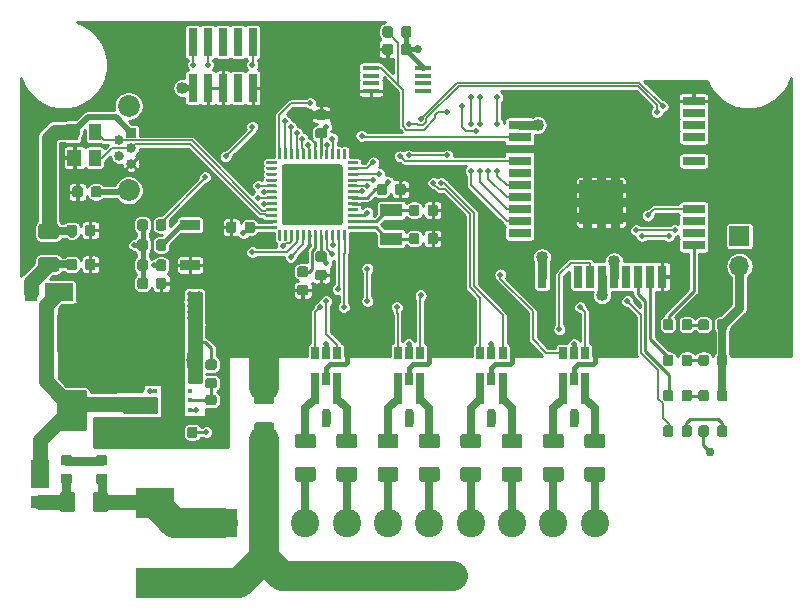
<source format=gtl>
G04 #@! TF.GenerationSoftware,KiCad,Pcbnew,(5.1.2-1)-1*
G04 #@! TF.CreationDate,2019-05-05T13:35:30-05:00*
G04 #@! TF.ProjectId,WiFi-Gate-Controller,57694669-2d47-4617-9465-2d436f6e7472,rev?*
G04 #@! TF.SameCoordinates,Original*
G04 #@! TF.FileFunction,Copper,L1,Top*
G04 #@! TF.FilePolarity,Positive*
%FSLAX46Y46*%
G04 Gerber Fmt 4.6, Leading zero omitted, Abs format (unit mm)*
G04 Created by KiCad (PCBNEW (5.1.2-1)-1) date 2019-05-05 13:35:30*
%MOMM*%
%LPD*%
G04 APERTURE LIST*
%ADD10R,1.900000X1.100000*%
%ADD11R,0.800000X1.900000*%
%ADD12R,0.450000X0.400000*%
%ADD13C,2.000000*%
%ADD14C,0.975000*%
%ADD15C,1.250000*%
%ADD16C,2.400000*%
%ADD17R,2.400000X2.400000*%
%ADD18C,0.875000*%
%ADD19C,2.500000*%
%ADD20R,1.500000X2.400000*%
%ADD21R,1.500000X1.050000*%
%ADD22R,1.050000X1.500000*%
%ADD23R,2.400000X1.500000*%
%ADD24R,3.300000X2.500000*%
%ADD25R,0.800000X0.900000*%
%ADD26R,1.200000X1.400000*%
%ADD27R,1.000000X1.400000*%
%ADD28C,5.150000*%
%ADD29C,0.250000*%
%ADD30R,0.740000X2.400000*%
%ADD31R,1.700000X1.700000*%
%ADD32O,1.700000X1.700000*%
%ADD33R,1.700000X0.900000*%
%ADD34R,1.450000X0.450000*%
%ADD35R,0.650000X1.060000*%
%ADD36R,0.840000X0.840000*%
%ADD37C,0.840000*%
%ADD38C,1.850000*%
%ADD39C,0.500000*%
%ADD40R,3.700000X3.700000*%
%ADD41R,1.900000X0.800000*%
%ADD42C,1.016000*%
%ADD43C,0.508000*%
%ADD44C,0.762000*%
%ADD45C,0.685800*%
%ADD46C,2.540000*%
%ADD47C,0.762000*%
%ADD48C,0.431800*%
%ADD49C,0.254000*%
%ADD50C,0.508000*%
%ADD51C,0.152400*%
%ADD52C,0.635000*%
%ADD53C,1.270000*%
%ADD54C,0.228600*%
G04 APERTURE END LIST*
D10*
X57750000Y-47800000D03*
X57750000Y-50200000D03*
D11*
X38700000Y-63500000D03*
X39800000Y-63500000D03*
D12*
X37775000Y-64700000D03*
X37775000Y-63900000D03*
X37775000Y-63100000D03*
X37775000Y-62300000D03*
X40725000Y-62300000D03*
X40725000Y-63100000D03*
X40725000Y-63900000D03*
X40725000Y-64700000D03*
D13*
G36*
X41205142Y-59801174D02*
G01*
X41228803Y-59804684D01*
X41252007Y-59810496D01*
X41274529Y-59818554D01*
X41296153Y-59828782D01*
X41316670Y-59841079D01*
X41335883Y-59855329D01*
X41353607Y-59871393D01*
X41369671Y-59889117D01*
X41383921Y-59908330D01*
X41396218Y-59928847D01*
X41406446Y-59950471D01*
X41414504Y-59972993D01*
X41420316Y-59996197D01*
X41423826Y-60019858D01*
X41425000Y-60043750D01*
X41425000Y-60956250D01*
X41423826Y-60980142D01*
X41420316Y-61003803D01*
X41414504Y-61027007D01*
X41406446Y-61049529D01*
X41396218Y-61071153D01*
X41383921Y-61091670D01*
X41369671Y-61110883D01*
X41353607Y-61128607D01*
X41335883Y-61144671D01*
X41316670Y-61158921D01*
X41296153Y-61171218D01*
X41274529Y-61181446D01*
X41252007Y-61189504D01*
X41228803Y-61195316D01*
X41205142Y-61198826D01*
X41181250Y-61200000D01*
X40693750Y-61200000D01*
X40669858Y-61198826D01*
X40646197Y-61195316D01*
X40622993Y-61189504D01*
X40600471Y-61181446D01*
X40578847Y-61171218D01*
X40558330Y-61158921D01*
X40539117Y-61144671D01*
X40521393Y-61128607D01*
X40505329Y-61110883D01*
X40491079Y-61091670D01*
X40478782Y-61071153D01*
X40468554Y-61049529D01*
X40460496Y-61027007D01*
X40454684Y-61003803D01*
X40451174Y-60980142D01*
X40450000Y-60956250D01*
X40450000Y-60043750D01*
X40451174Y-60019858D01*
X40454684Y-59996197D01*
X40460496Y-59972993D01*
X40468554Y-59950471D01*
X40478782Y-59928847D01*
X40491079Y-59908330D01*
X40505329Y-59889117D01*
X40521393Y-59871393D01*
X40539117Y-59855329D01*
X40558330Y-59841079D01*
X40578847Y-59828782D01*
X40600471Y-59818554D01*
X40622993Y-59810496D01*
X40646197Y-59804684D01*
X40669858Y-59801174D01*
X40693750Y-59800000D01*
X41181250Y-59800000D01*
X41205142Y-59801174D01*
X41205142Y-59801174D01*
G37*
D14*
X40937500Y-60500000D03*
D13*
G36*
X39330142Y-59801174D02*
G01*
X39353803Y-59804684D01*
X39377007Y-59810496D01*
X39399529Y-59818554D01*
X39421153Y-59828782D01*
X39441670Y-59841079D01*
X39460883Y-59855329D01*
X39478607Y-59871393D01*
X39494671Y-59889117D01*
X39508921Y-59908330D01*
X39521218Y-59928847D01*
X39531446Y-59950471D01*
X39539504Y-59972993D01*
X39545316Y-59996197D01*
X39548826Y-60019858D01*
X39550000Y-60043750D01*
X39550000Y-60956250D01*
X39548826Y-60980142D01*
X39545316Y-61003803D01*
X39539504Y-61027007D01*
X39531446Y-61049529D01*
X39521218Y-61071153D01*
X39508921Y-61091670D01*
X39494671Y-61110883D01*
X39478607Y-61128607D01*
X39460883Y-61144671D01*
X39441670Y-61158921D01*
X39421153Y-61171218D01*
X39399529Y-61181446D01*
X39377007Y-61189504D01*
X39353803Y-61195316D01*
X39330142Y-61198826D01*
X39306250Y-61200000D01*
X38818750Y-61200000D01*
X38794858Y-61198826D01*
X38771197Y-61195316D01*
X38747993Y-61189504D01*
X38725471Y-61181446D01*
X38703847Y-61171218D01*
X38683330Y-61158921D01*
X38664117Y-61144671D01*
X38646393Y-61128607D01*
X38630329Y-61110883D01*
X38616079Y-61091670D01*
X38603782Y-61071153D01*
X38593554Y-61049529D01*
X38585496Y-61027007D01*
X38579684Y-61003803D01*
X38576174Y-60980142D01*
X38575000Y-60956250D01*
X38575000Y-60043750D01*
X38576174Y-60019858D01*
X38579684Y-59996197D01*
X38585496Y-59972993D01*
X38593554Y-59950471D01*
X38603782Y-59928847D01*
X38616079Y-59908330D01*
X38630329Y-59889117D01*
X38646393Y-59871393D01*
X38664117Y-59855329D01*
X38683330Y-59841079D01*
X38703847Y-59828782D01*
X38725471Y-59818554D01*
X38747993Y-59810496D01*
X38771197Y-59804684D01*
X38794858Y-59801174D01*
X38818750Y-59800000D01*
X39306250Y-59800000D01*
X39330142Y-59801174D01*
X39330142Y-59801174D01*
G37*
D14*
X39062500Y-60500000D03*
D13*
G36*
X29399504Y-51772204D02*
G01*
X29423773Y-51775804D01*
X29447571Y-51781765D01*
X29470671Y-51790030D01*
X29492849Y-51800520D01*
X29513893Y-51813133D01*
X29533598Y-51827747D01*
X29551777Y-51844223D01*
X29568253Y-51862402D01*
X29582867Y-51882107D01*
X29595480Y-51903151D01*
X29605970Y-51925329D01*
X29614235Y-51948429D01*
X29620196Y-51972227D01*
X29623796Y-51996496D01*
X29625000Y-52021000D01*
X29625000Y-52771000D01*
X29623796Y-52795504D01*
X29620196Y-52819773D01*
X29614235Y-52843571D01*
X29605970Y-52866671D01*
X29595480Y-52888849D01*
X29582867Y-52909893D01*
X29568253Y-52929598D01*
X29551777Y-52947777D01*
X29533598Y-52964253D01*
X29513893Y-52978867D01*
X29492849Y-52991480D01*
X29470671Y-53001970D01*
X29447571Y-53010235D01*
X29423773Y-53016196D01*
X29399504Y-53019796D01*
X29375000Y-53021000D01*
X28125000Y-53021000D01*
X28100496Y-53019796D01*
X28076227Y-53016196D01*
X28052429Y-53010235D01*
X28029329Y-53001970D01*
X28007151Y-52991480D01*
X27986107Y-52978867D01*
X27966402Y-52964253D01*
X27948223Y-52947777D01*
X27931747Y-52929598D01*
X27917133Y-52909893D01*
X27904520Y-52888849D01*
X27894030Y-52866671D01*
X27885765Y-52843571D01*
X27879804Y-52819773D01*
X27876204Y-52795504D01*
X27875000Y-52771000D01*
X27875000Y-52021000D01*
X27876204Y-51996496D01*
X27879804Y-51972227D01*
X27885765Y-51948429D01*
X27894030Y-51925329D01*
X27904520Y-51903151D01*
X27917133Y-51882107D01*
X27931747Y-51862402D01*
X27948223Y-51844223D01*
X27966402Y-51827747D01*
X27986107Y-51813133D01*
X28007151Y-51800520D01*
X28029329Y-51790030D01*
X28052429Y-51781765D01*
X28076227Y-51775804D01*
X28100496Y-51772204D01*
X28125000Y-51771000D01*
X29375000Y-51771000D01*
X29399504Y-51772204D01*
X29399504Y-51772204D01*
G37*
D15*
X28750000Y-52396000D03*
D13*
G36*
X29399504Y-48972204D02*
G01*
X29423773Y-48975804D01*
X29447571Y-48981765D01*
X29470671Y-48990030D01*
X29492849Y-49000520D01*
X29513893Y-49013133D01*
X29533598Y-49027747D01*
X29551777Y-49044223D01*
X29568253Y-49062402D01*
X29582867Y-49082107D01*
X29595480Y-49103151D01*
X29605970Y-49125329D01*
X29614235Y-49148429D01*
X29620196Y-49172227D01*
X29623796Y-49196496D01*
X29625000Y-49221000D01*
X29625000Y-49971000D01*
X29623796Y-49995504D01*
X29620196Y-50019773D01*
X29614235Y-50043571D01*
X29605970Y-50066671D01*
X29595480Y-50088849D01*
X29582867Y-50109893D01*
X29568253Y-50129598D01*
X29551777Y-50147777D01*
X29533598Y-50164253D01*
X29513893Y-50178867D01*
X29492849Y-50191480D01*
X29470671Y-50201970D01*
X29447571Y-50210235D01*
X29423773Y-50216196D01*
X29399504Y-50219796D01*
X29375000Y-50221000D01*
X28125000Y-50221000D01*
X28100496Y-50219796D01*
X28076227Y-50216196D01*
X28052429Y-50210235D01*
X28029329Y-50201970D01*
X28007151Y-50191480D01*
X27986107Y-50178867D01*
X27966402Y-50164253D01*
X27948223Y-50147777D01*
X27931747Y-50129598D01*
X27917133Y-50109893D01*
X27904520Y-50088849D01*
X27894030Y-50066671D01*
X27885765Y-50043571D01*
X27879804Y-50019773D01*
X27876204Y-49995504D01*
X27875000Y-49971000D01*
X27875000Y-49221000D01*
X27876204Y-49196496D01*
X27879804Y-49172227D01*
X27885765Y-49148429D01*
X27894030Y-49125329D01*
X27904520Y-49103151D01*
X27917133Y-49082107D01*
X27931747Y-49062402D01*
X27948223Y-49044223D01*
X27966402Y-49027747D01*
X27986107Y-49013133D01*
X28007151Y-49000520D01*
X28029329Y-48990030D01*
X28052429Y-48981765D01*
X28076227Y-48975804D01*
X28100496Y-48972204D01*
X28125000Y-48971000D01*
X29375000Y-48971000D01*
X29399504Y-48972204D01*
X29399504Y-48972204D01*
G37*
D15*
X28750000Y-49596000D03*
D16*
X75000000Y-74250000D03*
X71500000Y-74250000D03*
X68000000Y-74250000D03*
D17*
X43500000Y-74250000D03*
D16*
X64500000Y-74281729D03*
X61000000Y-74250000D03*
X57500000Y-74250000D03*
X54000000Y-74250000D03*
X47000000Y-74250000D03*
X50500000Y-74250000D03*
D13*
G36*
X33527691Y-70101053D02*
G01*
X33548926Y-70104203D01*
X33569750Y-70109419D01*
X33589962Y-70116651D01*
X33609368Y-70125830D01*
X33627781Y-70136866D01*
X33645024Y-70149654D01*
X33660930Y-70164070D01*
X33675346Y-70179976D01*
X33688134Y-70197219D01*
X33699170Y-70215632D01*
X33708349Y-70235038D01*
X33715581Y-70255250D01*
X33720797Y-70276074D01*
X33723947Y-70297309D01*
X33725000Y-70318750D01*
X33725000Y-70756250D01*
X33723947Y-70777691D01*
X33720797Y-70798926D01*
X33715581Y-70819750D01*
X33708349Y-70839962D01*
X33699170Y-70859368D01*
X33688134Y-70877781D01*
X33675346Y-70895024D01*
X33660930Y-70910930D01*
X33645024Y-70925346D01*
X33627781Y-70938134D01*
X33609368Y-70949170D01*
X33589962Y-70958349D01*
X33569750Y-70965581D01*
X33548926Y-70970797D01*
X33527691Y-70973947D01*
X33506250Y-70975000D01*
X32993750Y-70975000D01*
X32972309Y-70973947D01*
X32951074Y-70970797D01*
X32930250Y-70965581D01*
X32910038Y-70958349D01*
X32890632Y-70949170D01*
X32872219Y-70938134D01*
X32854976Y-70925346D01*
X32839070Y-70910930D01*
X32824654Y-70895024D01*
X32811866Y-70877781D01*
X32800830Y-70859368D01*
X32791651Y-70839962D01*
X32784419Y-70819750D01*
X32779203Y-70798926D01*
X32776053Y-70777691D01*
X32775000Y-70756250D01*
X32775000Y-70318750D01*
X32776053Y-70297309D01*
X32779203Y-70276074D01*
X32784419Y-70255250D01*
X32791651Y-70235038D01*
X32800830Y-70215632D01*
X32811866Y-70197219D01*
X32824654Y-70179976D01*
X32839070Y-70164070D01*
X32854976Y-70149654D01*
X32872219Y-70136866D01*
X32890632Y-70125830D01*
X32910038Y-70116651D01*
X32930250Y-70109419D01*
X32951074Y-70104203D01*
X32972309Y-70101053D01*
X32993750Y-70100000D01*
X33506250Y-70100000D01*
X33527691Y-70101053D01*
X33527691Y-70101053D01*
G37*
D18*
X33250000Y-70537500D03*
D13*
G36*
X33527691Y-68526053D02*
G01*
X33548926Y-68529203D01*
X33569750Y-68534419D01*
X33589962Y-68541651D01*
X33609368Y-68550830D01*
X33627781Y-68561866D01*
X33645024Y-68574654D01*
X33660930Y-68589070D01*
X33675346Y-68604976D01*
X33688134Y-68622219D01*
X33699170Y-68640632D01*
X33708349Y-68660038D01*
X33715581Y-68680250D01*
X33720797Y-68701074D01*
X33723947Y-68722309D01*
X33725000Y-68743750D01*
X33725000Y-69181250D01*
X33723947Y-69202691D01*
X33720797Y-69223926D01*
X33715581Y-69244750D01*
X33708349Y-69264962D01*
X33699170Y-69284368D01*
X33688134Y-69302781D01*
X33675346Y-69320024D01*
X33660930Y-69335930D01*
X33645024Y-69350346D01*
X33627781Y-69363134D01*
X33609368Y-69374170D01*
X33589962Y-69383349D01*
X33569750Y-69390581D01*
X33548926Y-69395797D01*
X33527691Y-69398947D01*
X33506250Y-69400000D01*
X32993750Y-69400000D01*
X32972309Y-69398947D01*
X32951074Y-69395797D01*
X32930250Y-69390581D01*
X32910038Y-69383349D01*
X32890632Y-69374170D01*
X32872219Y-69363134D01*
X32854976Y-69350346D01*
X32839070Y-69335930D01*
X32824654Y-69320024D01*
X32811866Y-69302781D01*
X32800830Y-69284368D01*
X32791651Y-69264962D01*
X32784419Y-69244750D01*
X32779203Y-69223926D01*
X32776053Y-69202691D01*
X32775000Y-69181250D01*
X32775000Y-68743750D01*
X32776053Y-68722309D01*
X32779203Y-68701074D01*
X32784419Y-68680250D01*
X32791651Y-68660038D01*
X32800830Y-68640632D01*
X32811866Y-68622219D01*
X32824654Y-68604976D01*
X32839070Y-68589070D01*
X32854976Y-68574654D01*
X32872219Y-68561866D01*
X32890632Y-68550830D01*
X32910038Y-68541651D01*
X32930250Y-68534419D01*
X32951074Y-68529203D01*
X32972309Y-68526053D01*
X32993750Y-68525000D01*
X33506250Y-68525000D01*
X33527691Y-68526053D01*
X33527691Y-68526053D01*
G37*
D18*
X33250000Y-68962500D03*
D13*
G36*
X30527691Y-68526053D02*
G01*
X30548926Y-68529203D01*
X30569750Y-68534419D01*
X30589962Y-68541651D01*
X30609368Y-68550830D01*
X30627781Y-68561866D01*
X30645024Y-68574654D01*
X30660930Y-68589070D01*
X30675346Y-68604976D01*
X30688134Y-68622219D01*
X30699170Y-68640632D01*
X30708349Y-68660038D01*
X30715581Y-68680250D01*
X30720797Y-68701074D01*
X30723947Y-68722309D01*
X30725000Y-68743750D01*
X30725000Y-69181250D01*
X30723947Y-69202691D01*
X30720797Y-69223926D01*
X30715581Y-69244750D01*
X30708349Y-69264962D01*
X30699170Y-69284368D01*
X30688134Y-69302781D01*
X30675346Y-69320024D01*
X30660930Y-69335930D01*
X30645024Y-69350346D01*
X30627781Y-69363134D01*
X30609368Y-69374170D01*
X30589962Y-69383349D01*
X30569750Y-69390581D01*
X30548926Y-69395797D01*
X30527691Y-69398947D01*
X30506250Y-69400000D01*
X29993750Y-69400000D01*
X29972309Y-69398947D01*
X29951074Y-69395797D01*
X29930250Y-69390581D01*
X29910038Y-69383349D01*
X29890632Y-69374170D01*
X29872219Y-69363134D01*
X29854976Y-69350346D01*
X29839070Y-69335930D01*
X29824654Y-69320024D01*
X29811866Y-69302781D01*
X29800830Y-69284368D01*
X29791651Y-69264962D01*
X29784419Y-69244750D01*
X29779203Y-69223926D01*
X29776053Y-69202691D01*
X29775000Y-69181250D01*
X29775000Y-68743750D01*
X29776053Y-68722309D01*
X29779203Y-68701074D01*
X29784419Y-68680250D01*
X29791651Y-68660038D01*
X29800830Y-68640632D01*
X29811866Y-68622219D01*
X29824654Y-68604976D01*
X29839070Y-68589070D01*
X29854976Y-68574654D01*
X29872219Y-68561866D01*
X29890632Y-68550830D01*
X29910038Y-68541651D01*
X29930250Y-68534419D01*
X29951074Y-68529203D01*
X29972309Y-68526053D01*
X29993750Y-68525000D01*
X30506250Y-68525000D01*
X30527691Y-68526053D01*
X30527691Y-68526053D01*
G37*
D18*
X30250000Y-68962500D03*
D13*
G36*
X30527691Y-70101053D02*
G01*
X30548926Y-70104203D01*
X30569750Y-70109419D01*
X30589962Y-70116651D01*
X30609368Y-70125830D01*
X30627781Y-70136866D01*
X30645024Y-70149654D01*
X30660930Y-70164070D01*
X30675346Y-70179976D01*
X30688134Y-70197219D01*
X30699170Y-70215632D01*
X30708349Y-70235038D01*
X30715581Y-70255250D01*
X30720797Y-70276074D01*
X30723947Y-70297309D01*
X30725000Y-70318750D01*
X30725000Y-70756250D01*
X30723947Y-70777691D01*
X30720797Y-70798926D01*
X30715581Y-70819750D01*
X30708349Y-70839962D01*
X30699170Y-70859368D01*
X30688134Y-70877781D01*
X30675346Y-70895024D01*
X30660930Y-70910930D01*
X30645024Y-70925346D01*
X30627781Y-70938134D01*
X30609368Y-70949170D01*
X30589962Y-70958349D01*
X30569750Y-70965581D01*
X30548926Y-70970797D01*
X30527691Y-70973947D01*
X30506250Y-70975000D01*
X29993750Y-70975000D01*
X29972309Y-70973947D01*
X29951074Y-70970797D01*
X29930250Y-70965581D01*
X29910038Y-70958349D01*
X29890632Y-70949170D01*
X29872219Y-70938134D01*
X29854976Y-70925346D01*
X29839070Y-70910930D01*
X29824654Y-70895024D01*
X29811866Y-70877781D01*
X29800830Y-70859368D01*
X29791651Y-70839962D01*
X29784419Y-70819750D01*
X29779203Y-70798926D01*
X29776053Y-70777691D01*
X29775000Y-70756250D01*
X29775000Y-70318750D01*
X29776053Y-70297309D01*
X29779203Y-70276074D01*
X29784419Y-70255250D01*
X29791651Y-70235038D01*
X29800830Y-70215632D01*
X29811866Y-70197219D01*
X29824654Y-70179976D01*
X29839070Y-70164070D01*
X29854976Y-70149654D01*
X29872219Y-70136866D01*
X29890632Y-70125830D01*
X29910038Y-70116651D01*
X29930250Y-70109419D01*
X29951074Y-70104203D01*
X29972309Y-70101053D01*
X29993750Y-70100000D01*
X30506250Y-70100000D01*
X30527691Y-70101053D01*
X30527691Y-70101053D01*
G37*
D18*
X30250000Y-70537500D03*
D13*
G36*
X32527691Y-49022053D02*
G01*
X32548926Y-49025203D01*
X32569750Y-49030419D01*
X32589962Y-49037651D01*
X32609368Y-49046830D01*
X32627781Y-49057866D01*
X32645024Y-49070654D01*
X32660930Y-49085070D01*
X32675346Y-49100976D01*
X32688134Y-49118219D01*
X32699170Y-49136632D01*
X32708349Y-49156038D01*
X32715581Y-49176250D01*
X32720797Y-49197074D01*
X32723947Y-49218309D01*
X32725000Y-49239750D01*
X32725000Y-49752250D01*
X32723947Y-49773691D01*
X32720797Y-49794926D01*
X32715581Y-49815750D01*
X32708349Y-49835962D01*
X32699170Y-49855368D01*
X32688134Y-49873781D01*
X32675346Y-49891024D01*
X32660930Y-49906930D01*
X32645024Y-49921346D01*
X32627781Y-49934134D01*
X32609368Y-49945170D01*
X32589962Y-49954349D01*
X32569750Y-49961581D01*
X32548926Y-49966797D01*
X32527691Y-49969947D01*
X32506250Y-49971000D01*
X32068750Y-49971000D01*
X32047309Y-49969947D01*
X32026074Y-49966797D01*
X32005250Y-49961581D01*
X31985038Y-49954349D01*
X31965632Y-49945170D01*
X31947219Y-49934134D01*
X31929976Y-49921346D01*
X31914070Y-49906930D01*
X31899654Y-49891024D01*
X31886866Y-49873781D01*
X31875830Y-49855368D01*
X31866651Y-49835962D01*
X31859419Y-49815750D01*
X31854203Y-49794926D01*
X31851053Y-49773691D01*
X31850000Y-49752250D01*
X31850000Y-49239750D01*
X31851053Y-49218309D01*
X31854203Y-49197074D01*
X31859419Y-49176250D01*
X31866651Y-49156038D01*
X31875830Y-49136632D01*
X31886866Y-49118219D01*
X31899654Y-49100976D01*
X31914070Y-49085070D01*
X31929976Y-49070654D01*
X31947219Y-49057866D01*
X31965632Y-49046830D01*
X31985038Y-49037651D01*
X32005250Y-49030419D01*
X32026074Y-49025203D01*
X32047309Y-49022053D01*
X32068750Y-49021000D01*
X32506250Y-49021000D01*
X32527691Y-49022053D01*
X32527691Y-49022053D01*
G37*
D18*
X32287500Y-49496000D03*
D13*
G36*
X30952691Y-49022053D02*
G01*
X30973926Y-49025203D01*
X30994750Y-49030419D01*
X31014962Y-49037651D01*
X31034368Y-49046830D01*
X31052781Y-49057866D01*
X31070024Y-49070654D01*
X31085930Y-49085070D01*
X31100346Y-49100976D01*
X31113134Y-49118219D01*
X31124170Y-49136632D01*
X31133349Y-49156038D01*
X31140581Y-49176250D01*
X31145797Y-49197074D01*
X31148947Y-49218309D01*
X31150000Y-49239750D01*
X31150000Y-49752250D01*
X31148947Y-49773691D01*
X31145797Y-49794926D01*
X31140581Y-49815750D01*
X31133349Y-49835962D01*
X31124170Y-49855368D01*
X31113134Y-49873781D01*
X31100346Y-49891024D01*
X31085930Y-49906930D01*
X31070024Y-49921346D01*
X31052781Y-49934134D01*
X31034368Y-49945170D01*
X31014962Y-49954349D01*
X30994750Y-49961581D01*
X30973926Y-49966797D01*
X30952691Y-49969947D01*
X30931250Y-49971000D01*
X30493750Y-49971000D01*
X30472309Y-49969947D01*
X30451074Y-49966797D01*
X30430250Y-49961581D01*
X30410038Y-49954349D01*
X30390632Y-49945170D01*
X30372219Y-49934134D01*
X30354976Y-49921346D01*
X30339070Y-49906930D01*
X30324654Y-49891024D01*
X30311866Y-49873781D01*
X30300830Y-49855368D01*
X30291651Y-49835962D01*
X30284419Y-49815750D01*
X30279203Y-49794926D01*
X30276053Y-49773691D01*
X30275000Y-49752250D01*
X30275000Y-49239750D01*
X30276053Y-49218309D01*
X30279203Y-49197074D01*
X30284419Y-49176250D01*
X30291651Y-49156038D01*
X30300830Y-49136632D01*
X30311866Y-49118219D01*
X30324654Y-49100976D01*
X30339070Y-49085070D01*
X30354976Y-49070654D01*
X30372219Y-49057866D01*
X30390632Y-49046830D01*
X30410038Y-49037651D01*
X30430250Y-49030419D01*
X30451074Y-49025203D01*
X30472309Y-49022053D01*
X30493750Y-49021000D01*
X30931250Y-49021000D01*
X30952691Y-49022053D01*
X30952691Y-49022053D01*
G37*
D18*
X30712500Y-49496000D03*
D13*
G36*
X32527691Y-51922053D02*
G01*
X32548926Y-51925203D01*
X32569750Y-51930419D01*
X32589962Y-51937651D01*
X32609368Y-51946830D01*
X32627781Y-51957866D01*
X32645024Y-51970654D01*
X32660930Y-51985070D01*
X32675346Y-52000976D01*
X32688134Y-52018219D01*
X32699170Y-52036632D01*
X32708349Y-52056038D01*
X32715581Y-52076250D01*
X32720797Y-52097074D01*
X32723947Y-52118309D01*
X32725000Y-52139750D01*
X32725000Y-52652250D01*
X32723947Y-52673691D01*
X32720797Y-52694926D01*
X32715581Y-52715750D01*
X32708349Y-52735962D01*
X32699170Y-52755368D01*
X32688134Y-52773781D01*
X32675346Y-52791024D01*
X32660930Y-52806930D01*
X32645024Y-52821346D01*
X32627781Y-52834134D01*
X32609368Y-52845170D01*
X32589962Y-52854349D01*
X32569750Y-52861581D01*
X32548926Y-52866797D01*
X32527691Y-52869947D01*
X32506250Y-52871000D01*
X32068750Y-52871000D01*
X32047309Y-52869947D01*
X32026074Y-52866797D01*
X32005250Y-52861581D01*
X31985038Y-52854349D01*
X31965632Y-52845170D01*
X31947219Y-52834134D01*
X31929976Y-52821346D01*
X31914070Y-52806930D01*
X31899654Y-52791024D01*
X31886866Y-52773781D01*
X31875830Y-52755368D01*
X31866651Y-52735962D01*
X31859419Y-52715750D01*
X31854203Y-52694926D01*
X31851053Y-52673691D01*
X31850000Y-52652250D01*
X31850000Y-52139750D01*
X31851053Y-52118309D01*
X31854203Y-52097074D01*
X31859419Y-52076250D01*
X31866651Y-52056038D01*
X31875830Y-52036632D01*
X31886866Y-52018219D01*
X31899654Y-52000976D01*
X31914070Y-51985070D01*
X31929976Y-51970654D01*
X31947219Y-51957866D01*
X31965632Y-51946830D01*
X31985038Y-51937651D01*
X32005250Y-51930419D01*
X32026074Y-51925203D01*
X32047309Y-51922053D01*
X32068750Y-51921000D01*
X32506250Y-51921000D01*
X32527691Y-51922053D01*
X32527691Y-51922053D01*
G37*
D18*
X32287500Y-52396000D03*
D13*
G36*
X30952691Y-51922053D02*
G01*
X30973926Y-51925203D01*
X30994750Y-51930419D01*
X31014962Y-51937651D01*
X31034368Y-51946830D01*
X31052781Y-51957866D01*
X31070024Y-51970654D01*
X31085930Y-51985070D01*
X31100346Y-52000976D01*
X31113134Y-52018219D01*
X31124170Y-52036632D01*
X31133349Y-52056038D01*
X31140581Y-52076250D01*
X31145797Y-52097074D01*
X31148947Y-52118309D01*
X31150000Y-52139750D01*
X31150000Y-52652250D01*
X31148947Y-52673691D01*
X31145797Y-52694926D01*
X31140581Y-52715750D01*
X31133349Y-52735962D01*
X31124170Y-52755368D01*
X31113134Y-52773781D01*
X31100346Y-52791024D01*
X31085930Y-52806930D01*
X31070024Y-52821346D01*
X31052781Y-52834134D01*
X31034368Y-52845170D01*
X31014962Y-52854349D01*
X30994750Y-52861581D01*
X30973926Y-52866797D01*
X30952691Y-52869947D01*
X30931250Y-52871000D01*
X30493750Y-52871000D01*
X30472309Y-52869947D01*
X30451074Y-52866797D01*
X30430250Y-52861581D01*
X30410038Y-52854349D01*
X30390632Y-52845170D01*
X30372219Y-52834134D01*
X30354976Y-52821346D01*
X30339070Y-52806930D01*
X30324654Y-52791024D01*
X30311866Y-52773781D01*
X30300830Y-52755368D01*
X30291651Y-52735962D01*
X30284419Y-52715750D01*
X30279203Y-52694926D01*
X30276053Y-52673691D01*
X30275000Y-52652250D01*
X30275000Y-52139750D01*
X30276053Y-52118309D01*
X30279203Y-52097074D01*
X30284419Y-52076250D01*
X30291651Y-52056038D01*
X30300830Y-52036632D01*
X30311866Y-52018219D01*
X30324654Y-52000976D01*
X30339070Y-51985070D01*
X30354976Y-51970654D01*
X30372219Y-51957866D01*
X30390632Y-51946830D01*
X30410038Y-51937651D01*
X30430250Y-51930419D01*
X30451074Y-51925203D01*
X30472309Y-51922053D01*
X30493750Y-51921000D01*
X30931250Y-51921000D01*
X30952691Y-51922053D01*
X30952691Y-51922053D01*
G37*
D18*
X30712500Y-52396000D03*
D13*
G36*
X31774504Y-63001204D02*
G01*
X31798773Y-63004804D01*
X31822571Y-63010765D01*
X31845671Y-63019030D01*
X31867849Y-63029520D01*
X31888893Y-63042133D01*
X31908598Y-63056747D01*
X31926777Y-63073223D01*
X31943253Y-63091402D01*
X31957867Y-63111107D01*
X31970480Y-63132151D01*
X31980970Y-63154329D01*
X31989235Y-63177429D01*
X31995196Y-63201227D01*
X31998796Y-63225496D01*
X32000000Y-63250000D01*
X32000000Y-66250000D01*
X31998796Y-66274504D01*
X31995196Y-66298773D01*
X31989235Y-66322571D01*
X31980970Y-66345671D01*
X31970480Y-66367849D01*
X31957867Y-66388893D01*
X31943253Y-66408598D01*
X31926777Y-66426777D01*
X31908598Y-66443253D01*
X31888893Y-66457867D01*
X31867849Y-66470480D01*
X31845671Y-66480970D01*
X31822571Y-66489235D01*
X31798773Y-66495196D01*
X31774504Y-66498796D01*
X31750000Y-66500000D01*
X29750000Y-66500000D01*
X29725496Y-66498796D01*
X29701227Y-66495196D01*
X29677429Y-66489235D01*
X29654329Y-66480970D01*
X29632151Y-66470480D01*
X29611107Y-66457867D01*
X29591402Y-66443253D01*
X29573223Y-66426777D01*
X29556747Y-66408598D01*
X29542133Y-66388893D01*
X29529520Y-66367849D01*
X29519030Y-66345671D01*
X29510765Y-66322571D01*
X29504804Y-66298773D01*
X29501204Y-66274504D01*
X29500000Y-66250000D01*
X29500000Y-63250000D01*
X29501204Y-63225496D01*
X29504804Y-63201227D01*
X29510765Y-63177429D01*
X29519030Y-63154329D01*
X29529520Y-63132151D01*
X29542133Y-63111107D01*
X29556747Y-63091402D01*
X29573223Y-63073223D01*
X29591402Y-63056747D01*
X29611107Y-63042133D01*
X29632151Y-63029520D01*
X29654329Y-63019030D01*
X29677429Y-63010765D01*
X29701227Y-63004804D01*
X29725496Y-63001204D01*
X29750000Y-63000000D01*
X31750000Y-63000000D01*
X31774504Y-63001204D01*
X31774504Y-63001204D01*
G37*
D19*
X30750000Y-64750000D03*
D13*
G36*
X31774504Y-56501204D02*
G01*
X31798773Y-56504804D01*
X31822571Y-56510765D01*
X31845671Y-56519030D01*
X31867849Y-56529520D01*
X31888893Y-56542133D01*
X31908598Y-56556747D01*
X31926777Y-56573223D01*
X31943253Y-56591402D01*
X31957867Y-56611107D01*
X31970480Y-56632151D01*
X31980970Y-56654329D01*
X31989235Y-56677429D01*
X31995196Y-56701227D01*
X31998796Y-56725496D01*
X32000000Y-56750000D01*
X32000000Y-59750000D01*
X31998796Y-59774504D01*
X31995196Y-59798773D01*
X31989235Y-59822571D01*
X31980970Y-59845671D01*
X31970480Y-59867849D01*
X31957867Y-59888893D01*
X31943253Y-59908598D01*
X31926777Y-59926777D01*
X31908598Y-59943253D01*
X31888893Y-59957867D01*
X31867849Y-59970480D01*
X31845671Y-59980970D01*
X31822571Y-59989235D01*
X31798773Y-59995196D01*
X31774504Y-59998796D01*
X31750000Y-60000000D01*
X29750000Y-60000000D01*
X29725496Y-59998796D01*
X29701227Y-59995196D01*
X29677429Y-59989235D01*
X29654329Y-59980970D01*
X29632151Y-59970480D01*
X29611107Y-59957867D01*
X29591402Y-59943253D01*
X29573223Y-59926777D01*
X29556747Y-59908598D01*
X29542133Y-59888893D01*
X29529520Y-59867849D01*
X29519030Y-59845671D01*
X29510765Y-59822571D01*
X29504804Y-59798773D01*
X29501204Y-59774504D01*
X29500000Y-59750000D01*
X29500000Y-56750000D01*
X29501204Y-56725496D01*
X29504804Y-56701227D01*
X29510765Y-56677429D01*
X29519030Y-56654329D01*
X29529520Y-56632151D01*
X29542133Y-56611107D01*
X29556747Y-56591402D01*
X29573223Y-56573223D01*
X29591402Y-56556747D01*
X29611107Y-56542133D01*
X29632151Y-56529520D01*
X29654329Y-56519030D01*
X29677429Y-56510765D01*
X29701227Y-56504804D01*
X29725496Y-56501204D01*
X29750000Y-56500000D01*
X31750000Y-56500000D01*
X31774504Y-56501204D01*
X31774504Y-56501204D01*
G37*
D19*
X30750000Y-58250000D03*
D13*
G36*
X36640142Y-62076174D02*
G01*
X36663803Y-62079684D01*
X36687007Y-62085496D01*
X36709529Y-62093554D01*
X36731153Y-62103782D01*
X36751670Y-62116079D01*
X36770883Y-62130329D01*
X36788607Y-62146393D01*
X36804671Y-62164117D01*
X36818921Y-62183330D01*
X36831218Y-62203847D01*
X36841446Y-62225471D01*
X36849504Y-62247993D01*
X36855316Y-62271197D01*
X36858826Y-62294858D01*
X36860000Y-62318750D01*
X36860000Y-62806250D01*
X36858826Y-62830142D01*
X36855316Y-62853803D01*
X36849504Y-62877007D01*
X36841446Y-62899529D01*
X36831218Y-62921153D01*
X36818921Y-62941670D01*
X36804671Y-62960883D01*
X36788607Y-62978607D01*
X36770883Y-62994671D01*
X36751670Y-63008921D01*
X36731153Y-63021218D01*
X36709529Y-63031446D01*
X36687007Y-63039504D01*
X36663803Y-63045316D01*
X36640142Y-63048826D01*
X36616250Y-63050000D01*
X35703750Y-63050000D01*
X35679858Y-63048826D01*
X35656197Y-63045316D01*
X35632993Y-63039504D01*
X35610471Y-63031446D01*
X35588847Y-63021218D01*
X35568330Y-63008921D01*
X35549117Y-62994671D01*
X35531393Y-62978607D01*
X35515329Y-62960883D01*
X35501079Y-62941670D01*
X35488782Y-62921153D01*
X35478554Y-62899529D01*
X35470496Y-62877007D01*
X35464684Y-62853803D01*
X35461174Y-62830142D01*
X35460000Y-62806250D01*
X35460000Y-62318750D01*
X35461174Y-62294858D01*
X35464684Y-62271197D01*
X35470496Y-62247993D01*
X35478554Y-62225471D01*
X35488782Y-62203847D01*
X35501079Y-62183330D01*
X35515329Y-62164117D01*
X35531393Y-62146393D01*
X35549117Y-62130329D01*
X35568330Y-62116079D01*
X35588847Y-62103782D01*
X35610471Y-62093554D01*
X35632993Y-62085496D01*
X35656197Y-62079684D01*
X35679858Y-62076174D01*
X35703750Y-62075000D01*
X36616250Y-62075000D01*
X36640142Y-62076174D01*
X36640142Y-62076174D01*
G37*
D14*
X36160000Y-62562500D03*
D13*
G36*
X36640142Y-63951174D02*
G01*
X36663803Y-63954684D01*
X36687007Y-63960496D01*
X36709529Y-63968554D01*
X36731153Y-63978782D01*
X36751670Y-63991079D01*
X36770883Y-64005329D01*
X36788607Y-64021393D01*
X36804671Y-64039117D01*
X36818921Y-64058330D01*
X36831218Y-64078847D01*
X36841446Y-64100471D01*
X36849504Y-64122993D01*
X36855316Y-64146197D01*
X36858826Y-64169858D01*
X36860000Y-64193750D01*
X36860000Y-64681250D01*
X36858826Y-64705142D01*
X36855316Y-64728803D01*
X36849504Y-64752007D01*
X36841446Y-64774529D01*
X36831218Y-64796153D01*
X36818921Y-64816670D01*
X36804671Y-64835883D01*
X36788607Y-64853607D01*
X36770883Y-64869671D01*
X36751670Y-64883921D01*
X36731153Y-64896218D01*
X36709529Y-64906446D01*
X36687007Y-64914504D01*
X36663803Y-64920316D01*
X36640142Y-64923826D01*
X36616250Y-64925000D01*
X35703750Y-64925000D01*
X35679858Y-64923826D01*
X35656197Y-64920316D01*
X35632993Y-64914504D01*
X35610471Y-64906446D01*
X35588847Y-64896218D01*
X35568330Y-64883921D01*
X35549117Y-64869671D01*
X35531393Y-64853607D01*
X35515329Y-64835883D01*
X35501079Y-64816670D01*
X35488782Y-64796153D01*
X35478554Y-64774529D01*
X35470496Y-64752007D01*
X35464684Y-64728803D01*
X35461174Y-64705142D01*
X35460000Y-64681250D01*
X35460000Y-64193750D01*
X35461174Y-64169858D01*
X35464684Y-64146197D01*
X35470496Y-64122993D01*
X35478554Y-64100471D01*
X35488782Y-64078847D01*
X35501079Y-64058330D01*
X35515329Y-64039117D01*
X35531393Y-64021393D01*
X35549117Y-64005329D01*
X35568330Y-63991079D01*
X35588847Y-63978782D01*
X35610471Y-63968554D01*
X35632993Y-63960496D01*
X35656197Y-63954684D01*
X35679858Y-63951174D01*
X35703750Y-63950000D01*
X36616250Y-63950000D01*
X36640142Y-63951174D01*
X36640142Y-63951174D01*
G37*
D14*
X36160000Y-64437500D03*
D13*
G36*
X39584691Y-66126053D02*
G01*
X39605926Y-66129203D01*
X39626750Y-66134419D01*
X39646962Y-66141651D01*
X39666368Y-66150830D01*
X39684781Y-66161866D01*
X39702024Y-66174654D01*
X39717930Y-66189070D01*
X39732346Y-66204976D01*
X39745134Y-66222219D01*
X39756170Y-66240632D01*
X39765349Y-66260038D01*
X39772581Y-66280250D01*
X39777797Y-66301074D01*
X39780947Y-66322309D01*
X39782000Y-66343750D01*
X39782000Y-66856250D01*
X39780947Y-66877691D01*
X39777797Y-66898926D01*
X39772581Y-66919750D01*
X39765349Y-66939962D01*
X39756170Y-66959368D01*
X39745134Y-66977781D01*
X39732346Y-66995024D01*
X39717930Y-67010930D01*
X39702024Y-67025346D01*
X39684781Y-67038134D01*
X39666368Y-67049170D01*
X39646962Y-67058349D01*
X39626750Y-67065581D01*
X39605926Y-67070797D01*
X39584691Y-67073947D01*
X39563250Y-67075000D01*
X39125750Y-67075000D01*
X39104309Y-67073947D01*
X39083074Y-67070797D01*
X39062250Y-67065581D01*
X39042038Y-67058349D01*
X39022632Y-67049170D01*
X39004219Y-67038134D01*
X38986976Y-67025346D01*
X38971070Y-67010930D01*
X38956654Y-66995024D01*
X38943866Y-66977781D01*
X38932830Y-66959368D01*
X38923651Y-66939962D01*
X38916419Y-66919750D01*
X38911203Y-66898926D01*
X38908053Y-66877691D01*
X38907000Y-66856250D01*
X38907000Y-66343750D01*
X38908053Y-66322309D01*
X38911203Y-66301074D01*
X38916419Y-66280250D01*
X38923651Y-66260038D01*
X38932830Y-66240632D01*
X38943866Y-66222219D01*
X38956654Y-66204976D01*
X38971070Y-66189070D01*
X38986976Y-66174654D01*
X39004219Y-66161866D01*
X39022632Y-66150830D01*
X39042038Y-66141651D01*
X39062250Y-66134419D01*
X39083074Y-66129203D01*
X39104309Y-66126053D01*
X39125750Y-66125000D01*
X39563250Y-66125000D01*
X39584691Y-66126053D01*
X39584691Y-66126053D01*
G37*
D18*
X39344500Y-66600000D03*
D13*
G36*
X41159691Y-66126053D02*
G01*
X41180926Y-66129203D01*
X41201750Y-66134419D01*
X41221962Y-66141651D01*
X41241368Y-66150830D01*
X41259781Y-66161866D01*
X41277024Y-66174654D01*
X41292930Y-66189070D01*
X41307346Y-66204976D01*
X41320134Y-66222219D01*
X41331170Y-66240632D01*
X41340349Y-66260038D01*
X41347581Y-66280250D01*
X41352797Y-66301074D01*
X41355947Y-66322309D01*
X41357000Y-66343750D01*
X41357000Y-66856250D01*
X41355947Y-66877691D01*
X41352797Y-66898926D01*
X41347581Y-66919750D01*
X41340349Y-66939962D01*
X41331170Y-66959368D01*
X41320134Y-66977781D01*
X41307346Y-66995024D01*
X41292930Y-67010930D01*
X41277024Y-67025346D01*
X41259781Y-67038134D01*
X41241368Y-67049170D01*
X41221962Y-67058349D01*
X41201750Y-67065581D01*
X41180926Y-67070797D01*
X41159691Y-67073947D01*
X41138250Y-67075000D01*
X40700750Y-67075000D01*
X40679309Y-67073947D01*
X40658074Y-67070797D01*
X40637250Y-67065581D01*
X40617038Y-67058349D01*
X40597632Y-67049170D01*
X40579219Y-67038134D01*
X40561976Y-67025346D01*
X40546070Y-67010930D01*
X40531654Y-66995024D01*
X40518866Y-66977781D01*
X40507830Y-66959368D01*
X40498651Y-66939962D01*
X40491419Y-66919750D01*
X40486203Y-66898926D01*
X40483053Y-66877691D01*
X40482000Y-66856250D01*
X40482000Y-66343750D01*
X40483053Y-66322309D01*
X40486203Y-66301074D01*
X40491419Y-66280250D01*
X40498651Y-66260038D01*
X40507830Y-66240632D01*
X40518866Y-66222219D01*
X40531654Y-66204976D01*
X40546070Y-66189070D01*
X40561976Y-66174654D01*
X40579219Y-66161866D01*
X40597632Y-66150830D01*
X40617038Y-66141651D01*
X40637250Y-66134419D01*
X40658074Y-66129203D01*
X40679309Y-66126053D01*
X40700750Y-66125000D01*
X41138250Y-66125000D01*
X41159691Y-66126053D01*
X41159691Y-66126053D01*
G37*
D18*
X40919500Y-66600000D03*
D13*
G36*
X57702691Y-33694553D02*
G01*
X57723926Y-33697703D01*
X57744750Y-33702919D01*
X57764962Y-33710151D01*
X57784368Y-33719330D01*
X57802781Y-33730366D01*
X57820024Y-33743154D01*
X57835930Y-33757570D01*
X57850346Y-33773476D01*
X57863134Y-33790719D01*
X57874170Y-33809132D01*
X57883349Y-33828538D01*
X57890581Y-33848750D01*
X57895797Y-33869574D01*
X57898947Y-33890809D01*
X57900000Y-33912250D01*
X57900000Y-34424750D01*
X57898947Y-34446191D01*
X57895797Y-34467426D01*
X57890581Y-34488250D01*
X57883349Y-34508462D01*
X57874170Y-34527868D01*
X57863134Y-34546281D01*
X57850346Y-34563524D01*
X57835930Y-34579430D01*
X57820024Y-34593846D01*
X57802781Y-34606634D01*
X57784368Y-34617670D01*
X57764962Y-34626849D01*
X57744750Y-34634081D01*
X57723926Y-34639297D01*
X57702691Y-34642447D01*
X57681250Y-34643500D01*
X57243750Y-34643500D01*
X57222309Y-34642447D01*
X57201074Y-34639297D01*
X57180250Y-34634081D01*
X57160038Y-34626849D01*
X57140632Y-34617670D01*
X57122219Y-34606634D01*
X57104976Y-34593846D01*
X57089070Y-34579430D01*
X57074654Y-34563524D01*
X57061866Y-34546281D01*
X57050830Y-34527868D01*
X57041651Y-34508462D01*
X57034419Y-34488250D01*
X57029203Y-34467426D01*
X57026053Y-34446191D01*
X57025000Y-34424750D01*
X57025000Y-33912250D01*
X57026053Y-33890809D01*
X57029203Y-33869574D01*
X57034419Y-33848750D01*
X57041651Y-33828538D01*
X57050830Y-33809132D01*
X57061866Y-33790719D01*
X57074654Y-33773476D01*
X57089070Y-33757570D01*
X57104976Y-33743154D01*
X57122219Y-33730366D01*
X57140632Y-33719330D01*
X57160038Y-33710151D01*
X57180250Y-33702919D01*
X57201074Y-33697703D01*
X57222309Y-33694553D01*
X57243750Y-33693500D01*
X57681250Y-33693500D01*
X57702691Y-33694553D01*
X57702691Y-33694553D01*
G37*
D18*
X57462500Y-34168500D03*
D13*
G36*
X59277691Y-33694553D02*
G01*
X59298926Y-33697703D01*
X59319750Y-33702919D01*
X59339962Y-33710151D01*
X59359368Y-33719330D01*
X59377781Y-33730366D01*
X59395024Y-33743154D01*
X59410930Y-33757570D01*
X59425346Y-33773476D01*
X59438134Y-33790719D01*
X59449170Y-33809132D01*
X59458349Y-33828538D01*
X59465581Y-33848750D01*
X59470797Y-33869574D01*
X59473947Y-33890809D01*
X59475000Y-33912250D01*
X59475000Y-34424750D01*
X59473947Y-34446191D01*
X59470797Y-34467426D01*
X59465581Y-34488250D01*
X59458349Y-34508462D01*
X59449170Y-34527868D01*
X59438134Y-34546281D01*
X59425346Y-34563524D01*
X59410930Y-34579430D01*
X59395024Y-34593846D01*
X59377781Y-34606634D01*
X59359368Y-34617670D01*
X59339962Y-34626849D01*
X59319750Y-34634081D01*
X59298926Y-34639297D01*
X59277691Y-34642447D01*
X59256250Y-34643500D01*
X58818750Y-34643500D01*
X58797309Y-34642447D01*
X58776074Y-34639297D01*
X58755250Y-34634081D01*
X58735038Y-34626849D01*
X58715632Y-34617670D01*
X58697219Y-34606634D01*
X58679976Y-34593846D01*
X58664070Y-34579430D01*
X58649654Y-34563524D01*
X58636866Y-34546281D01*
X58625830Y-34527868D01*
X58616651Y-34508462D01*
X58609419Y-34488250D01*
X58604203Y-34467426D01*
X58601053Y-34446191D01*
X58600000Y-34424750D01*
X58600000Y-33912250D01*
X58601053Y-33890809D01*
X58604203Y-33869574D01*
X58609419Y-33848750D01*
X58616651Y-33828538D01*
X58625830Y-33809132D01*
X58636866Y-33790719D01*
X58649654Y-33773476D01*
X58664070Y-33757570D01*
X58679976Y-33743154D01*
X58697219Y-33730366D01*
X58715632Y-33719330D01*
X58735038Y-33710151D01*
X58755250Y-33702919D01*
X58776074Y-33697703D01*
X58797309Y-33694553D01*
X58818750Y-33693500D01*
X59256250Y-33693500D01*
X59277691Y-33694553D01*
X59277691Y-33694553D01*
G37*
D18*
X59037500Y-34168500D03*
D13*
G36*
X58777691Y-45569053D02*
G01*
X58798926Y-45572203D01*
X58819750Y-45577419D01*
X58839962Y-45584651D01*
X58859368Y-45593830D01*
X58877781Y-45604866D01*
X58895024Y-45617654D01*
X58910930Y-45632070D01*
X58925346Y-45647976D01*
X58938134Y-45665219D01*
X58949170Y-45683632D01*
X58958349Y-45703038D01*
X58965581Y-45723250D01*
X58970797Y-45744074D01*
X58973947Y-45765309D01*
X58975000Y-45786750D01*
X58975000Y-46299250D01*
X58973947Y-46320691D01*
X58970797Y-46341926D01*
X58965581Y-46362750D01*
X58958349Y-46382962D01*
X58949170Y-46402368D01*
X58938134Y-46420781D01*
X58925346Y-46438024D01*
X58910930Y-46453930D01*
X58895024Y-46468346D01*
X58877781Y-46481134D01*
X58859368Y-46492170D01*
X58839962Y-46501349D01*
X58819750Y-46508581D01*
X58798926Y-46513797D01*
X58777691Y-46516947D01*
X58756250Y-46518000D01*
X58318750Y-46518000D01*
X58297309Y-46516947D01*
X58276074Y-46513797D01*
X58255250Y-46508581D01*
X58235038Y-46501349D01*
X58215632Y-46492170D01*
X58197219Y-46481134D01*
X58179976Y-46468346D01*
X58164070Y-46453930D01*
X58149654Y-46438024D01*
X58136866Y-46420781D01*
X58125830Y-46402368D01*
X58116651Y-46382962D01*
X58109419Y-46362750D01*
X58104203Y-46341926D01*
X58101053Y-46320691D01*
X58100000Y-46299250D01*
X58100000Y-45786750D01*
X58101053Y-45765309D01*
X58104203Y-45744074D01*
X58109419Y-45723250D01*
X58116651Y-45703038D01*
X58125830Y-45683632D01*
X58136866Y-45665219D01*
X58149654Y-45647976D01*
X58164070Y-45632070D01*
X58179976Y-45617654D01*
X58197219Y-45604866D01*
X58215632Y-45593830D01*
X58235038Y-45584651D01*
X58255250Y-45577419D01*
X58276074Y-45572203D01*
X58297309Y-45569053D01*
X58318750Y-45568000D01*
X58756250Y-45568000D01*
X58777691Y-45569053D01*
X58777691Y-45569053D01*
G37*
D18*
X58537500Y-46043000D03*
D13*
G36*
X57202691Y-45569053D02*
G01*
X57223926Y-45572203D01*
X57244750Y-45577419D01*
X57264962Y-45584651D01*
X57284368Y-45593830D01*
X57302781Y-45604866D01*
X57320024Y-45617654D01*
X57335930Y-45632070D01*
X57350346Y-45647976D01*
X57363134Y-45665219D01*
X57374170Y-45683632D01*
X57383349Y-45703038D01*
X57390581Y-45723250D01*
X57395797Y-45744074D01*
X57398947Y-45765309D01*
X57400000Y-45786750D01*
X57400000Y-46299250D01*
X57398947Y-46320691D01*
X57395797Y-46341926D01*
X57390581Y-46362750D01*
X57383349Y-46382962D01*
X57374170Y-46402368D01*
X57363134Y-46420781D01*
X57350346Y-46438024D01*
X57335930Y-46453930D01*
X57320024Y-46468346D01*
X57302781Y-46481134D01*
X57284368Y-46492170D01*
X57264962Y-46501349D01*
X57244750Y-46508581D01*
X57223926Y-46513797D01*
X57202691Y-46516947D01*
X57181250Y-46518000D01*
X56743750Y-46518000D01*
X56722309Y-46516947D01*
X56701074Y-46513797D01*
X56680250Y-46508581D01*
X56660038Y-46501349D01*
X56640632Y-46492170D01*
X56622219Y-46481134D01*
X56604976Y-46468346D01*
X56589070Y-46453930D01*
X56574654Y-46438024D01*
X56561866Y-46420781D01*
X56550830Y-46402368D01*
X56541651Y-46382962D01*
X56534419Y-46362750D01*
X56529203Y-46341926D01*
X56526053Y-46320691D01*
X56525000Y-46299250D01*
X56525000Y-45786750D01*
X56526053Y-45765309D01*
X56529203Y-45744074D01*
X56534419Y-45723250D01*
X56541651Y-45703038D01*
X56550830Y-45683632D01*
X56561866Y-45665219D01*
X56574654Y-45647976D01*
X56589070Y-45632070D01*
X56604976Y-45617654D01*
X56622219Y-45604866D01*
X56640632Y-45593830D01*
X56660038Y-45584651D01*
X56680250Y-45577419D01*
X56701074Y-45572203D01*
X56722309Y-45569053D01*
X56743750Y-45568000D01*
X57181250Y-45568000D01*
X57202691Y-45569053D01*
X57202691Y-45569053D01*
G37*
D18*
X56962500Y-46043000D03*
D13*
G36*
X52096441Y-51276053D02*
G01*
X52117676Y-51279203D01*
X52138500Y-51284419D01*
X52158712Y-51291651D01*
X52178118Y-51300830D01*
X52196531Y-51311866D01*
X52213774Y-51324654D01*
X52229680Y-51339070D01*
X52244096Y-51354976D01*
X52256884Y-51372219D01*
X52267920Y-51390632D01*
X52277099Y-51410038D01*
X52284331Y-51430250D01*
X52289547Y-51451074D01*
X52292697Y-51472309D01*
X52293750Y-51493750D01*
X52293750Y-51931250D01*
X52292697Y-51952691D01*
X52289547Y-51973926D01*
X52284331Y-51994750D01*
X52277099Y-52014962D01*
X52267920Y-52034368D01*
X52256884Y-52052781D01*
X52244096Y-52070024D01*
X52229680Y-52085930D01*
X52213774Y-52100346D01*
X52196531Y-52113134D01*
X52178118Y-52124170D01*
X52158712Y-52133349D01*
X52138500Y-52140581D01*
X52117676Y-52145797D01*
X52096441Y-52148947D01*
X52075000Y-52150000D01*
X51562500Y-52150000D01*
X51541059Y-52148947D01*
X51519824Y-52145797D01*
X51499000Y-52140581D01*
X51478788Y-52133349D01*
X51459382Y-52124170D01*
X51440969Y-52113134D01*
X51423726Y-52100346D01*
X51407820Y-52085930D01*
X51393404Y-52070024D01*
X51380616Y-52052781D01*
X51369580Y-52034368D01*
X51360401Y-52014962D01*
X51353169Y-51994750D01*
X51347953Y-51973926D01*
X51344803Y-51952691D01*
X51343750Y-51931250D01*
X51343750Y-51493750D01*
X51344803Y-51472309D01*
X51347953Y-51451074D01*
X51353169Y-51430250D01*
X51360401Y-51410038D01*
X51369580Y-51390632D01*
X51380616Y-51372219D01*
X51393404Y-51354976D01*
X51407820Y-51339070D01*
X51423726Y-51324654D01*
X51440969Y-51311866D01*
X51459382Y-51300830D01*
X51478788Y-51291651D01*
X51499000Y-51284419D01*
X51519824Y-51279203D01*
X51541059Y-51276053D01*
X51562500Y-51275000D01*
X52075000Y-51275000D01*
X52096441Y-51276053D01*
X52096441Y-51276053D01*
G37*
D18*
X51818750Y-51712500D03*
D13*
G36*
X52096441Y-52851053D02*
G01*
X52117676Y-52854203D01*
X52138500Y-52859419D01*
X52158712Y-52866651D01*
X52178118Y-52875830D01*
X52196531Y-52886866D01*
X52213774Y-52899654D01*
X52229680Y-52914070D01*
X52244096Y-52929976D01*
X52256884Y-52947219D01*
X52267920Y-52965632D01*
X52277099Y-52985038D01*
X52284331Y-53005250D01*
X52289547Y-53026074D01*
X52292697Y-53047309D01*
X52293750Y-53068750D01*
X52293750Y-53506250D01*
X52292697Y-53527691D01*
X52289547Y-53548926D01*
X52284331Y-53569750D01*
X52277099Y-53589962D01*
X52267920Y-53609368D01*
X52256884Y-53627781D01*
X52244096Y-53645024D01*
X52229680Y-53660930D01*
X52213774Y-53675346D01*
X52196531Y-53688134D01*
X52178118Y-53699170D01*
X52158712Y-53708349D01*
X52138500Y-53715581D01*
X52117676Y-53720797D01*
X52096441Y-53723947D01*
X52075000Y-53725000D01*
X51562500Y-53725000D01*
X51541059Y-53723947D01*
X51519824Y-53720797D01*
X51499000Y-53715581D01*
X51478788Y-53708349D01*
X51459382Y-53699170D01*
X51440969Y-53688134D01*
X51423726Y-53675346D01*
X51407820Y-53660930D01*
X51393404Y-53645024D01*
X51380616Y-53627781D01*
X51369580Y-53609368D01*
X51360401Y-53589962D01*
X51353169Y-53569750D01*
X51347953Y-53548926D01*
X51344803Y-53527691D01*
X51343750Y-53506250D01*
X51343750Y-53068750D01*
X51344803Y-53047309D01*
X51347953Y-53026074D01*
X51353169Y-53005250D01*
X51360401Y-52985038D01*
X51369580Y-52965632D01*
X51380616Y-52947219D01*
X51393404Y-52929976D01*
X51407820Y-52914070D01*
X51423726Y-52899654D01*
X51440969Y-52886866D01*
X51459382Y-52875830D01*
X51478788Y-52866651D01*
X51499000Y-52859419D01*
X51519824Y-52854203D01*
X51541059Y-52851053D01*
X51562500Y-52850000D01*
X52075000Y-52850000D01*
X52096441Y-52851053D01*
X52096441Y-52851053D01*
G37*
D18*
X51818750Y-53287500D03*
D13*
G36*
X44452691Y-48776053D02*
G01*
X44473926Y-48779203D01*
X44494750Y-48784419D01*
X44514962Y-48791651D01*
X44534368Y-48800830D01*
X44552781Y-48811866D01*
X44570024Y-48824654D01*
X44585930Y-48839070D01*
X44600346Y-48854976D01*
X44613134Y-48872219D01*
X44624170Y-48890632D01*
X44633349Y-48910038D01*
X44640581Y-48930250D01*
X44645797Y-48951074D01*
X44648947Y-48972309D01*
X44650000Y-48993750D01*
X44650000Y-49506250D01*
X44648947Y-49527691D01*
X44645797Y-49548926D01*
X44640581Y-49569750D01*
X44633349Y-49589962D01*
X44624170Y-49609368D01*
X44613134Y-49627781D01*
X44600346Y-49645024D01*
X44585930Y-49660930D01*
X44570024Y-49675346D01*
X44552781Y-49688134D01*
X44534368Y-49699170D01*
X44514962Y-49708349D01*
X44494750Y-49715581D01*
X44473926Y-49720797D01*
X44452691Y-49723947D01*
X44431250Y-49725000D01*
X43993750Y-49725000D01*
X43972309Y-49723947D01*
X43951074Y-49720797D01*
X43930250Y-49715581D01*
X43910038Y-49708349D01*
X43890632Y-49699170D01*
X43872219Y-49688134D01*
X43854976Y-49675346D01*
X43839070Y-49660930D01*
X43824654Y-49645024D01*
X43811866Y-49627781D01*
X43800830Y-49609368D01*
X43791651Y-49589962D01*
X43784419Y-49569750D01*
X43779203Y-49548926D01*
X43776053Y-49527691D01*
X43775000Y-49506250D01*
X43775000Y-48993750D01*
X43776053Y-48972309D01*
X43779203Y-48951074D01*
X43784419Y-48930250D01*
X43791651Y-48910038D01*
X43800830Y-48890632D01*
X43811866Y-48872219D01*
X43824654Y-48854976D01*
X43839070Y-48839070D01*
X43854976Y-48824654D01*
X43872219Y-48811866D01*
X43890632Y-48800830D01*
X43910038Y-48791651D01*
X43930250Y-48784419D01*
X43951074Y-48779203D01*
X43972309Y-48776053D01*
X43993750Y-48775000D01*
X44431250Y-48775000D01*
X44452691Y-48776053D01*
X44452691Y-48776053D01*
G37*
D18*
X44212500Y-49250000D03*
D13*
G36*
X46027691Y-48776053D02*
G01*
X46048926Y-48779203D01*
X46069750Y-48784419D01*
X46089962Y-48791651D01*
X46109368Y-48800830D01*
X46127781Y-48811866D01*
X46145024Y-48824654D01*
X46160930Y-48839070D01*
X46175346Y-48854976D01*
X46188134Y-48872219D01*
X46199170Y-48890632D01*
X46208349Y-48910038D01*
X46215581Y-48930250D01*
X46220797Y-48951074D01*
X46223947Y-48972309D01*
X46225000Y-48993750D01*
X46225000Y-49506250D01*
X46223947Y-49527691D01*
X46220797Y-49548926D01*
X46215581Y-49569750D01*
X46208349Y-49589962D01*
X46199170Y-49609368D01*
X46188134Y-49627781D01*
X46175346Y-49645024D01*
X46160930Y-49660930D01*
X46145024Y-49675346D01*
X46127781Y-49688134D01*
X46109368Y-49699170D01*
X46089962Y-49708349D01*
X46069750Y-49715581D01*
X46048926Y-49720797D01*
X46027691Y-49723947D01*
X46006250Y-49725000D01*
X45568750Y-49725000D01*
X45547309Y-49723947D01*
X45526074Y-49720797D01*
X45505250Y-49715581D01*
X45485038Y-49708349D01*
X45465632Y-49699170D01*
X45447219Y-49688134D01*
X45429976Y-49675346D01*
X45414070Y-49660930D01*
X45399654Y-49645024D01*
X45386866Y-49627781D01*
X45375830Y-49609368D01*
X45366651Y-49589962D01*
X45359419Y-49569750D01*
X45354203Y-49548926D01*
X45351053Y-49527691D01*
X45350000Y-49506250D01*
X45350000Y-48993750D01*
X45351053Y-48972309D01*
X45354203Y-48951074D01*
X45359419Y-48930250D01*
X45366651Y-48910038D01*
X45375830Y-48890632D01*
X45386866Y-48872219D01*
X45399654Y-48854976D01*
X45414070Y-48839070D01*
X45429976Y-48824654D01*
X45447219Y-48811866D01*
X45465632Y-48800830D01*
X45485038Y-48791651D01*
X45505250Y-48784419D01*
X45526074Y-48779203D01*
X45547309Y-48776053D01*
X45568750Y-48775000D01*
X46006250Y-48775000D01*
X46027691Y-48776053D01*
X46027691Y-48776053D01*
G37*
D18*
X45787500Y-49250000D03*
D13*
G36*
X52096441Y-39276053D02*
G01*
X52117676Y-39279203D01*
X52138500Y-39284419D01*
X52158712Y-39291651D01*
X52178118Y-39300830D01*
X52196531Y-39311866D01*
X52213774Y-39324654D01*
X52229680Y-39339070D01*
X52244096Y-39354976D01*
X52256884Y-39372219D01*
X52267920Y-39390632D01*
X52277099Y-39410038D01*
X52284331Y-39430250D01*
X52289547Y-39451074D01*
X52292697Y-39472309D01*
X52293750Y-39493750D01*
X52293750Y-39931250D01*
X52292697Y-39952691D01*
X52289547Y-39973926D01*
X52284331Y-39994750D01*
X52277099Y-40014962D01*
X52267920Y-40034368D01*
X52256884Y-40052781D01*
X52244096Y-40070024D01*
X52229680Y-40085930D01*
X52213774Y-40100346D01*
X52196531Y-40113134D01*
X52178118Y-40124170D01*
X52158712Y-40133349D01*
X52138500Y-40140581D01*
X52117676Y-40145797D01*
X52096441Y-40148947D01*
X52075000Y-40150000D01*
X51562500Y-40150000D01*
X51541059Y-40148947D01*
X51519824Y-40145797D01*
X51499000Y-40140581D01*
X51478788Y-40133349D01*
X51459382Y-40124170D01*
X51440969Y-40113134D01*
X51423726Y-40100346D01*
X51407820Y-40085930D01*
X51393404Y-40070024D01*
X51380616Y-40052781D01*
X51369580Y-40034368D01*
X51360401Y-40014962D01*
X51353169Y-39994750D01*
X51347953Y-39973926D01*
X51344803Y-39952691D01*
X51343750Y-39931250D01*
X51343750Y-39493750D01*
X51344803Y-39472309D01*
X51347953Y-39451074D01*
X51353169Y-39430250D01*
X51360401Y-39410038D01*
X51369580Y-39390632D01*
X51380616Y-39372219D01*
X51393404Y-39354976D01*
X51407820Y-39339070D01*
X51423726Y-39324654D01*
X51440969Y-39311866D01*
X51459382Y-39300830D01*
X51478788Y-39291651D01*
X51499000Y-39284419D01*
X51519824Y-39279203D01*
X51541059Y-39276053D01*
X51562500Y-39275000D01*
X52075000Y-39275000D01*
X52096441Y-39276053D01*
X52096441Y-39276053D01*
G37*
D18*
X51818750Y-39712500D03*
D13*
G36*
X52096441Y-40851053D02*
G01*
X52117676Y-40854203D01*
X52138500Y-40859419D01*
X52158712Y-40866651D01*
X52178118Y-40875830D01*
X52196531Y-40886866D01*
X52213774Y-40899654D01*
X52229680Y-40914070D01*
X52244096Y-40929976D01*
X52256884Y-40947219D01*
X52267920Y-40965632D01*
X52277099Y-40985038D01*
X52284331Y-41005250D01*
X52289547Y-41026074D01*
X52292697Y-41047309D01*
X52293750Y-41068750D01*
X52293750Y-41506250D01*
X52292697Y-41527691D01*
X52289547Y-41548926D01*
X52284331Y-41569750D01*
X52277099Y-41589962D01*
X52267920Y-41609368D01*
X52256884Y-41627781D01*
X52244096Y-41645024D01*
X52229680Y-41660930D01*
X52213774Y-41675346D01*
X52196531Y-41688134D01*
X52178118Y-41699170D01*
X52158712Y-41708349D01*
X52138500Y-41715581D01*
X52117676Y-41720797D01*
X52096441Y-41723947D01*
X52075000Y-41725000D01*
X51562500Y-41725000D01*
X51541059Y-41723947D01*
X51519824Y-41720797D01*
X51499000Y-41715581D01*
X51478788Y-41708349D01*
X51459382Y-41699170D01*
X51440969Y-41688134D01*
X51423726Y-41675346D01*
X51407820Y-41660930D01*
X51393404Y-41645024D01*
X51380616Y-41627781D01*
X51369580Y-41609368D01*
X51360401Y-41589962D01*
X51353169Y-41569750D01*
X51347953Y-41548926D01*
X51344803Y-41527691D01*
X51343750Y-41506250D01*
X51343750Y-41068750D01*
X51344803Y-41047309D01*
X51347953Y-41026074D01*
X51353169Y-41005250D01*
X51360401Y-40985038D01*
X51369580Y-40965632D01*
X51380616Y-40947219D01*
X51393404Y-40929976D01*
X51407820Y-40914070D01*
X51423726Y-40899654D01*
X51440969Y-40886866D01*
X51459382Y-40875830D01*
X51478788Y-40866651D01*
X51499000Y-40859419D01*
X51519824Y-40854203D01*
X51541059Y-40851053D01*
X51562500Y-40850000D01*
X52075000Y-40850000D01*
X52096441Y-40851053D01*
X52096441Y-40851053D01*
G37*
D18*
X51818750Y-41287500D03*
D13*
G36*
X50534691Y-52566053D02*
G01*
X50555926Y-52569203D01*
X50576750Y-52574419D01*
X50596962Y-52581651D01*
X50616368Y-52590830D01*
X50634781Y-52601866D01*
X50652024Y-52614654D01*
X50667930Y-52629070D01*
X50682346Y-52644976D01*
X50695134Y-52662219D01*
X50706170Y-52680632D01*
X50715349Y-52700038D01*
X50722581Y-52720250D01*
X50727797Y-52741074D01*
X50730947Y-52762309D01*
X50732000Y-52783750D01*
X50732000Y-53221250D01*
X50730947Y-53242691D01*
X50727797Y-53263926D01*
X50722581Y-53284750D01*
X50715349Y-53304962D01*
X50706170Y-53324368D01*
X50695134Y-53342781D01*
X50682346Y-53360024D01*
X50667930Y-53375930D01*
X50652024Y-53390346D01*
X50634781Y-53403134D01*
X50616368Y-53414170D01*
X50596962Y-53423349D01*
X50576750Y-53430581D01*
X50555926Y-53435797D01*
X50534691Y-53438947D01*
X50513250Y-53440000D01*
X50000750Y-53440000D01*
X49979309Y-53438947D01*
X49958074Y-53435797D01*
X49937250Y-53430581D01*
X49917038Y-53423349D01*
X49897632Y-53414170D01*
X49879219Y-53403134D01*
X49861976Y-53390346D01*
X49846070Y-53375930D01*
X49831654Y-53360024D01*
X49818866Y-53342781D01*
X49807830Y-53324368D01*
X49798651Y-53304962D01*
X49791419Y-53284750D01*
X49786203Y-53263926D01*
X49783053Y-53242691D01*
X49782000Y-53221250D01*
X49782000Y-52783750D01*
X49783053Y-52762309D01*
X49786203Y-52741074D01*
X49791419Y-52720250D01*
X49798651Y-52700038D01*
X49807830Y-52680632D01*
X49818866Y-52662219D01*
X49831654Y-52644976D01*
X49846070Y-52629070D01*
X49861976Y-52614654D01*
X49879219Y-52601866D01*
X49897632Y-52590830D01*
X49917038Y-52581651D01*
X49937250Y-52574419D01*
X49958074Y-52569203D01*
X49979309Y-52566053D01*
X50000750Y-52565000D01*
X50513250Y-52565000D01*
X50534691Y-52566053D01*
X50534691Y-52566053D01*
G37*
D18*
X50257000Y-53002500D03*
D13*
G36*
X50534691Y-54141053D02*
G01*
X50555926Y-54144203D01*
X50576750Y-54149419D01*
X50596962Y-54156651D01*
X50616368Y-54165830D01*
X50634781Y-54176866D01*
X50652024Y-54189654D01*
X50667930Y-54204070D01*
X50682346Y-54219976D01*
X50695134Y-54237219D01*
X50706170Y-54255632D01*
X50715349Y-54275038D01*
X50722581Y-54295250D01*
X50727797Y-54316074D01*
X50730947Y-54337309D01*
X50732000Y-54358750D01*
X50732000Y-54796250D01*
X50730947Y-54817691D01*
X50727797Y-54838926D01*
X50722581Y-54859750D01*
X50715349Y-54879962D01*
X50706170Y-54899368D01*
X50695134Y-54917781D01*
X50682346Y-54935024D01*
X50667930Y-54950930D01*
X50652024Y-54965346D01*
X50634781Y-54978134D01*
X50616368Y-54989170D01*
X50596962Y-54998349D01*
X50576750Y-55005581D01*
X50555926Y-55010797D01*
X50534691Y-55013947D01*
X50513250Y-55015000D01*
X50000750Y-55015000D01*
X49979309Y-55013947D01*
X49958074Y-55010797D01*
X49937250Y-55005581D01*
X49917038Y-54998349D01*
X49897632Y-54989170D01*
X49879219Y-54978134D01*
X49861976Y-54965346D01*
X49846070Y-54950930D01*
X49831654Y-54935024D01*
X49818866Y-54917781D01*
X49807830Y-54899368D01*
X49798651Y-54879962D01*
X49791419Y-54859750D01*
X49786203Y-54838926D01*
X49783053Y-54817691D01*
X49782000Y-54796250D01*
X49782000Y-54358750D01*
X49783053Y-54337309D01*
X49786203Y-54316074D01*
X49791419Y-54295250D01*
X49798651Y-54275038D01*
X49807830Y-54255632D01*
X49818866Y-54237219D01*
X49831654Y-54219976D01*
X49846070Y-54204070D01*
X49861976Y-54189654D01*
X49879219Y-54176866D01*
X49897632Y-54165830D01*
X49917038Y-54156651D01*
X49937250Y-54149419D01*
X49958074Y-54144203D01*
X49979309Y-54141053D01*
X50000750Y-54140000D01*
X50513250Y-54140000D01*
X50534691Y-54141053D01*
X50534691Y-54141053D01*
G37*
D18*
X50257000Y-54577500D03*
D13*
G36*
X59952691Y-49726053D02*
G01*
X59973926Y-49729203D01*
X59994750Y-49734419D01*
X60014962Y-49741651D01*
X60034368Y-49750830D01*
X60052781Y-49761866D01*
X60070024Y-49774654D01*
X60085930Y-49789070D01*
X60100346Y-49804976D01*
X60113134Y-49822219D01*
X60124170Y-49840632D01*
X60133349Y-49860038D01*
X60140581Y-49880250D01*
X60145797Y-49901074D01*
X60148947Y-49922309D01*
X60150000Y-49943750D01*
X60150000Y-50456250D01*
X60148947Y-50477691D01*
X60145797Y-50498926D01*
X60140581Y-50519750D01*
X60133349Y-50539962D01*
X60124170Y-50559368D01*
X60113134Y-50577781D01*
X60100346Y-50595024D01*
X60085930Y-50610930D01*
X60070024Y-50625346D01*
X60052781Y-50638134D01*
X60034368Y-50649170D01*
X60014962Y-50658349D01*
X59994750Y-50665581D01*
X59973926Y-50670797D01*
X59952691Y-50673947D01*
X59931250Y-50675000D01*
X59493750Y-50675000D01*
X59472309Y-50673947D01*
X59451074Y-50670797D01*
X59430250Y-50665581D01*
X59410038Y-50658349D01*
X59390632Y-50649170D01*
X59372219Y-50638134D01*
X59354976Y-50625346D01*
X59339070Y-50610930D01*
X59324654Y-50595024D01*
X59311866Y-50577781D01*
X59300830Y-50559368D01*
X59291651Y-50539962D01*
X59284419Y-50519750D01*
X59279203Y-50498926D01*
X59276053Y-50477691D01*
X59275000Y-50456250D01*
X59275000Y-49943750D01*
X59276053Y-49922309D01*
X59279203Y-49901074D01*
X59284419Y-49880250D01*
X59291651Y-49860038D01*
X59300830Y-49840632D01*
X59311866Y-49822219D01*
X59324654Y-49804976D01*
X59339070Y-49789070D01*
X59354976Y-49774654D01*
X59372219Y-49761866D01*
X59390632Y-49750830D01*
X59410038Y-49741651D01*
X59430250Y-49734419D01*
X59451074Y-49729203D01*
X59472309Y-49726053D01*
X59493750Y-49725000D01*
X59931250Y-49725000D01*
X59952691Y-49726053D01*
X59952691Y-49726053D01*
G37*
D18*
X59712500Y-50200000D03*
D13*
G36*
X61527691Y-49726053D02*
G01*
X61548926Y-49729203D01*
X61569750Y-49734419D01*
X61589962Y-49741651D01*
X61609368Y-49750830D01*
X61627781Y-49761866D01*
X61645024Y-49774654D01*
X61660930Y-49789070D01*
X61675346Y-49804976D01*
X61688134Y-49822219D01*
X61699170Y-49840632D01*
X61708349Y-49860038D01*
X61715581Y-49880250D01*
X61720797Y-49901074D01*
X61723947Y-49922309D01*
X61725000Y-49943750D01*
X61725000Y-50456250D01*
X61723947Y-50477691D01*
X61720797Y-50498926D01*
X61715581Y-50519750D01*
X61708349Y-50539962D01*
X61699170Y-50559368D01*
X61688134Y-50577781D01*
X61675346Y-50595024D01*
X61660930Y-50610930D01*
X61645024Y-50625346D01*
X61627781Y-50638134D01*
X61609368Y-50649170D01*
X61589962Y-50658349D01*
X61569750Y-50665581D01*
X61548926Y-50670797D01*
X61527691Y-50673947D01*
X61506250Y-50675000D01*
X61068750Y-50675000D01*
X61047309Y-50673947D01*
X61026074Y-50670797D01*
X61005250Y-50665581D01*
X60985038Y-50658349D01*
X60965632Y-50649170D01*
X60947219Y-50638134D01*
X60929976Y-50625346D01*
X60914070Y-50610930D01*
X60899654Y-50595024D01*
X60886866Y-50577781D01*
X60875830Y-50559368D01*
X60866651Y-50539962D01*
X60859419Y-50519750D01*
X60854203Y-50498926D01*
X60851053Y-50477691D01*
X60850000Y-50456250D01*
X60850000Y-49943750D01*
X60851053Y-49922309D01*
X60854203Y-49901074D01*
X60859419Y-49880250D01*
X60866651Y-49860038D01*
X60875830Y-49840632D01*
X60886866Y-49822219D01*
X60899654Y-49804976D01*
X60914070Y-49789070D01*
X60929976Y-49774654D01*
X60947219Y-49761866D01*
X60965632Y-49750830D01*
X60985038Y-49741651D01*
X61005250Y-49734419D01*
X61026074Y-49729203D01*
X61047309Y-49726053D01*
X61068750Y-49725000D01*
X61506250Y-49725000D01*
X61527691Y-49726053D01*
X61527691Y-49726053D01*
G37*
D18*
X61287500Y-50200000D03*
D13*
G36*
X61527691Y-47326053D02*
G01*
X61548926Y-47329203D01*
X61569750Y-47334419D01*
X61589962Y-47341651D01*
X61609368Y-47350830D01*
X61627781Y-47361866D01*
X61645024Y-47374654D01*
X61660930Y-47389070D01*
X61675346Y-47404976D01*
X61688134Y-47422219D01*
X61699170Y-47440632D01*
X61708349Y-47460038D01*
X61715581Y-47480250D01*
X61720797Y-47501074D01*
X61723947Y-47522309D01*
X61725000Y-47543750D01*
X61725000Y-48056250D01*
X61723947Y-48077691D01*
X61720797Y-48098926D01*
X61715581Y-48119750D01*
X61708349Y-48139962D01*
X61699170Y-48159368D01*
X61688134Y-48177781D01*
X61675346Y-48195024D01*
X61660930Y-48210930D01*
X61645024Y-48225346D01*
X61627781Y-48238134D01*
X61609368Y-48249170D01*
X61589962Y-48258349D01*
X61569750Y-48265581D01*
X61548926Y-48270797D01*
X61527691Y-48273947D01*
X61506250Y-48275000D01*
X61068750Y-48275000D01*
X61047309Y-48273947D01*
X61026074Y-48270797D01*
X61005250Y-48265581D01*
X60985038Y-48258349D01*
X60965632Y-48249170D01*
X60947219Y-48238134D01*
X60929976Y-48225346D01*
X60914070Y-48210930D01*
X60899654Y-48195024D01*
X60886866Y-48177781D01*
X60875830Y-48159368D01*
X60866651Y-48139962D01*
X60859419Y-48119750D01*
X60854203Y-48098926D01*
X60851053Y-48077691D01*
X60850000Y-48056250D01*
X60850000Y-47543750D01*
X60851053Y-47522309D01*
X60854203Y-47501074D01*
X60859419Y-47480250D01*
X60866651Y-47460038D01*
X60875830Y-47440632D01*
X60886866Y-47422219D01*
X60899654Y-47404976D01*
X60914070Y-47389070D01*
X60929976Y-47374654D01*
X60947219Y-47361866D01*
X60965632Y-47350830D01*
X60985038Y-47341651D01*
X61005250Y-47334419D01*
X61026074Y-47329203D01*
X61047309Y-47326053D01*
X61068750Y-47325000D01*
X61506250Y-47325000D01*
X61527691Y-47326053D01*
X61527691Y-47326053D01*
G37*
D18*
X61287500Y-47800000D03*
D13*
G36*
X59952691Y-47326053D02*
G01*
X59973926Y-47329203D01*
X59994750Y-47334419D01*
X60014962Y-47341651D01*
X60034368Y-47350830D01*
X60052781Y-47361866D01*
X60070024Y-47374654D01*
X60085930Y-47389070D01*
X60100346Y-47404976D01*
X60113134Y-47422219D01*
X60124170Y-47440632D01*
X60133349Y-47460038D01*
X60140581Y-47480250D01*
X60145797Y-47501074D01*
X60148947Y-47522309D01*
X60150000Y-47543750D01*
X60150000Y-48056250D01*
X60148947Y-48077691D01*
X60145797Y-48098926D01*
X60140581Y-48119750D01*
X60133349Y-48139962D01*
X60124170Y-48159368D01*
X60113134Y-48177781D01*
X60100346Y-48195024D01*
X60085930Y-48210930D01*
X60070024Y-48225346D01*
X60052781Y-48238134D01*
X60034368Y-48249170D01*
X60014962Y-48258349D01*
X59994750Y-48265581D01*
X59973926Y-48270797D01*
X59952691Y-48273947D01*
X59931250Y-48275000D01*
X59493750Y-48275000D01*
X59472309Y-48273947D01*
X59451074Y-48270797D01*
X59430250Y-48265581D01*
X59410038Y-48258349D01*
X59390632Y-48249170D01*
X59372219Y-48238134D01*
X59354976Y-48225346D01*
X59339070Y-48210930D01*
X59324654Y-48195024D01*
X59311866Y-48177781D01*
X59300830Y-48159368D01*
X59291651Y-48139962D01*
X59284419Y-48119750D01*
X59279203Y-48098926D01*
X59276053Y-48077691D01*
X59275000Y-48056250D01*
X59275000Y-47543750D01*
X59276053Y-47522309D01*
X59279203Y-47501074D01*
X59284419Y-47480250D01*
X59291651Y-47460038D01*
X59300830Y-47440632D01*
X59311866Y-47422219D01*
X59324654Y-47404976D01*
X59339070Y-47389070D01*
X59354976Y-47374654D01*
X59372219Y-47361866D01*
X59390632Y-47350830D01*
X59410038Y-47341651D01*
X59430250Y-47334419D01*
X59451074Y-47329203D01*
X59472309Y-47326053D01*
X59493750Y-47325000D01*
X59931250Y-47325000D01*
X59952691Y-47326053D01*
X59952691Y-47326053D01*
G37*
D18*
X59712500Y-47800000D03*
D13*
G36*
X38527691Y-53526053D02*
G01*
X38548926Y-53529203D01*
X38569750Y-53534419D01*
X38589962Y-53541651D01*
X38609368Y-53550830D01*
X38627781Y-53561866D01*
X38645024Y-53574654D01*
X38660930Y-53589070D01*
X38675346Y-53604976D01*
X38688134Y-53622219D01*
X38699170Y-53640632D01*
X38708349Y-53660038D01*
X38715581Y-53680250D01*
X38720797Y-53701074D01*
X38723947Y-53722309D01*
X38725000Y-53743750D01*
X38725000Y-54256250D01*
X38723947Y-54277691D01*
X38720797Y-54298926D01*
X38715581Y-54319750D01*
X38708349Y-54339962D01*
X38699170Y-54359368D01*
X38688134Y-54377781D01*
X38675346Y-54395024D01*
X38660930Y-54410930D01*
X38645024Y-54425346D01*
X38627781Y-54438134D01*
X38609368Y-54449170D01*
X38589962Y-54458349D01*
X38569750Y-54465581D01*
X38548926Y-54470797D01*
X38527691Y-54473947D01*
X38506250Y-54475000D01*
X38068750Y-54475000D01*
X38047309Y-54473947D01*
X38026074Y-54470797D01*
X38005250Y-54465581D01*
X37985038Y-54458349D01*
X37965632Y-54449170D01*
X37947219Y-54438134D01*
X37929976Y-54425346D01*
X37914070Y-54410930D01*
X37899654Y-54395024D01*
X37886866Y-54377781D01*
X37875830Y-54359368D01*
X37866651Y-54339962D01*
X37859419Y-54319750D01*
X37854203Y-54298926D01*
X37851053Y-54277691D01*
X37850000Y-54256250D01*
X37850000Y-53743750D01*
X37851053Y-53722309D01*
X37854203Y-53701074D01*
X37859419Y-53680250D01*
X37866651Y-53660038D01*
X37875830Y-53640632D01*
X37886866Y-53622219D01*
X37899654Y-53604976D01*
X37914070Y-53589070D01*
X37929976Y-53574654D01*
X37947219Y-53561866D01*
X37965632Y-53550830D01*
X37985038Y-53541651D01*
X38005250Y-53534419D01*
X38026074Y-53529203D01*
X38047309Y-53526053D01*
X38068750Y-53525000D01*
X38506250Y-53525000D01*
X38527691Y-53526053D01*
X38527691Y-53526053D01*
G37*
D18*
X38287500Y-54000000D03*
D13*
G36*
X36952691Y-53526053D02*
G01*
X36973926Y-53529203D01*
X36994750Y-53534419D01*
X37014962Y-53541651D01*
X37034368Y-53550830D01*
X37052781Y-53561866D01*
X37070024Y-53574654D01*
X37085930Y-53589070D01*
X37100346Y-53604976D01*
X37113134Y-53622219D01*
X37124170Y-53640632D01*
X37133349Y-53660038D01*
X37140581Y-53680250D01*
X37145797Y-53701074D01*
X37148947Y-53722309D01*
X37150000Y-53743750D01*
X37150000Y-54256250D01*
X37148947Y-54277691D01*
X37145797Y-54298926D01*
X37140581Y-54319750D01*
X37133349Y-54339962D01*
X37124170Y-54359368D01*
X37113134Y-54377781D01*
X37100346Y-54395024D01*
X37085930Y-54410930D01*
X37070024Y-54425346D01*
X37052781Y-54438134D01*
X37034368Y-54449170D01*
X37014962Y-54458349D01*
X36994750Y-54465581D01*
X36973926Y-54470797D01*
X36952691Y-54473947D01*
X36931250Y-54475000D01*
X36493750Y-54475000D01*
X36472309Y-54473947D01*
X36451074Y-54470797D01*
X36430250Y-54465581D01*
X36410038Y-54458349D01*
X36390632Y-54449170D01*
X36372219Y-54438134D01*
X36354976Y-54425346D01*
X36339070Y-54410930D01*
X36324654Y-54395024D01*
X36311866Y-54377781D01*
X36300830Y-54359368D01*
X36291651Y-54339962D01*
X36284419Y-54319750D01*
X36279203Y-54298926D01*
X36276053Y-54277691D01*
X36275000Y-54256250D01*
X36275000Y-53743750D01*
X36276053Y-53722309D01*
X36279203Y-53701074D01*
X36284419Y-53680250D01*
X36291651Y-53660038D01*
X36300830Y-53640632D01*
X36311866Y-53622219D01*
X36324654Y-53604976D01*
X36339070Y-53589070D01*
X36354976Y-53574654D01*
X36372219Y-53561866D01*
X36390632Y-53550830D01*
X36410038Y-53541651D01*
X36430250Y-53534419D01*
X36451074Y-53529203D01*
X36472309Y-53526053D01*
X36493750Y-53525000D01*
X36931250Y-53525000D01*
X36952691Y-53526053D01*
X36952691Y-53526053D01*
G37*
D18*
X36712500Y-54000000D03*
D20*
X28000000Y-70150000D03*
D21*
X28000000Y-72525000D03*
D22*
X27225000Y-54750000D03*
D23*
X29600000Y-54750000D03*
D24*
X37750000Y-72600000D03*
X37750000Y-79400000D03*
D25*
X52250000Y-65750000D03*
X51300000Y-63750000D03*
X53200000Y-63750000D03*
X60200000Y-63750000D03*
X58300000Y-63750000D03*
X59250000Y-65750000D03*
D26*
X30945000Y-43350000D03*
D27*
X32665000Y-43350000D03*
X32665000Y-41150000D03*
X30765000Y-41150000D03*
D13*
G36*
X84452691Y-57026053D02*
G01*
X84473926Y-57029203D01*
X84494750Y-57034419D01*
X84514962Y-57041651D01*
X84534368Y-57050830D01*
X84552781Y-57061866D01*
X84570024Y-57074654D01*
X84585930Y-57089070D01*
X84600346Y-57104976D01*
X84613134Y-57122219D01*
X84624170Y-57140632D01*
X84633349Y-57160038D01*
X84640581Y-57180250D01*
X84645797Y-57201074D01*
X84648947Y-57222309D01*
X84650000Y-57243750D01*
X84650000Y-57756250D01*
X84648947Y-57777691D01*
X84645797Y-57798926D01*
X84640581Y-57819750D01*
X84633349Y-57839962D01*
X84624170Y-57859368D01*
X84613134Y-57877781D01*
X84600346Y-57895024D01*
X84585930Y-57910930D01*
X84570024Y-57925346D01*
X84552781Y-57938134D01*
X84534368Y-57949170D01*
X84514962Y-57958349D01*
X84494750Y-57965581D01*
X84473926Y-57970797D01*
X84452691Y-57973947D01*
X84431250Y-57975000D01*
X83993750Y-57975000D01*
X83972309Y-57973947D01*
X83951074Y-57970797D01*
X83930250Y-57965581D01*
X83910038Y-57958349D01*
X83890632Y-57949170D01*
X83872219Y-57938134D01*
X83854976Y-57925346D01*
X83839070Y-57910930D01*
X83824654Y-57895024D01*
X83811866Y-57877781D01*
X83800830Y-57859368D01*
X83791651Y-57839962D01*
X83784419Y-57819750D01*
X83779203Y-57798926D01*
X83776053Y-57777691D01*
X83775000Y-57756250D01*
X83775000Y-57243750D01*
X83776053Y-57222309D01*
X83779203Y-57201074D01*
X83784419Y-57180250D01*
X83791651Y-57160038D01*
X83800830Y-57140632D01*
X83811866Y-57122219D01*
X83824654Y-57104976D01*
X83839070Y-57089070D01*
X83854976Y-57074654D01*
X83872219Y-57061866D01*
X83890632Y-57050830D01*
X83910038Y-57041651D01*
X83930250Y-57034419D01*
X83951074Y-57029203D01*
X83972309Y-57026053D01*
X83993750Y-57025000D01*
X84431250Y-57025000D01*
X84452691Y-57026053D01*
X84452691Y-57026053D01*
G37*
D18*
X84212500Y-57500000D03*
D13*
G36*
X86027691Y-57026053D02*
G01*
X86048926Y-57029203D01*
X86069750Y-57034419D01*
X86089962Y-57041651D01*
X86109368Y-57050830D01*
X86127781Y-57061866D01*
X86145024Y-57074654D01*
X86160930Y-57089070D01*
X86175346Y-57104976D01*
X86188134Y-57122219D01*
X86199170Y-57140632D01*
X86208349Y-57160038D01*
X86215581Y-57180250D01*
X86220797Y-57201074D01*
X86223947Y-57222309D01*
X86225000Y-57243750D01*
X86225000Y-57756250D01*
X86223947Y-57777691D01*
X86220797Y-57798926D01*
X86215581Y-57819750D01*
X86208349Y-57839962D01*
X86199170Y-57859368D01*
X86188134Y-57877781D01*
X86175346Y-57895024D01*
X86160930Y-57910930D01*
X86145024Y-57925346D01*
X86127781Y-57938134D01*
X86109368Y-57949170D01*
X86089962Y-57958349D01*
X86069750Y-57965581D01*
X86048926Y-57970797D01*
X86027691Y-57973947D01*
X86006250Y-57975000D01*
X85568750Y-57975000D01*
X85547309Y-57973947D01*
X85526074Y-57970797D01*
X85505250Y-57965581D01*
X85485038Y-57958349D01*
X85465632Y-57949170D01*
X85447219Y-57938134D01*
X85429976Y-57925346D01*
X85414070Y-57910930D01*
X85399654Y-57895024D01*
X85386866Y-57877781D01*
X85375830Y-57859368D01*
X85366651Y-57839962D01*
X85359419Y-57819750D01*
X85354203Y-57798926D01*
X85351053Y-57777691D01*
X85350000Y-57756250D01*
X85350000Y-57243750D01*
X85351053Y-57222309D01*
X85354203Y-57201074D01*
X85359419Y-57180250D01*
X85366651Y-57160038D01*
X85375830Y-57140632D01*
X85386866Y-57122219D01*
X85399654Y-57104976D01*
X85414070Y-57089070D01*
X85429976Y-57074654D01*
X85447219Y-57061866D01*
X85465632Y-57050830D01*
X85485038Y-57041651D01*
X85505250Y-57034419D01*
X85526074Y-57029203D01*
X85547309Y-57026053D01*
X85568750Y-57025000D01*
X86006250Y-57025000D01*
X86027691Y-57026053D01*
X86027691Y-57026053D01*
G37*
D18*
X85787500Y-57500000D03*
D13*
G36*
X84452691Y-60026053D02*
G01*
X84473926Y-60029203D01*
X84494750Y-60034419D01*
X84514962Y-60041651D01*
X84534368Y-60050830D01*
X84552781Y-60061866D01*
X84570024Y-60074654D01*
X84585930Y-60089070D01*
X84600346Y-60104976D01*
X84613134Y-60122219D01*
X84624170Y-60140632D01*
X84633349Y-60160038D01*
X84640581Y-60180250D01*
X84645797Y-60201074D01*
X84648947Y-60222309D01*
X84650000Y-60243750D01*
X84650000Y-60756250D01*
X84648947Y-60777691D01*
X84645797Y-60798926D01*
X84640581Y-60819750D01*
X84633349Y-60839962D01*
X84624170Y-60859368D01*
X84613134Y-60877781D01*
X84600346Y-60895024D01*
X84585930Y-60910930D01*
X84570024Y-60925346D01*
X84552781Y-60938134D01*
X84534368Y-60949170D01*
X84514962Y-60958349D01*
X84494750Y-60965581D01*
X84473926Y-60970797D01*
X84452691Y-60973947D01*
X84431250Y-60975000D01*
X83993750Y-60975000D01*
X83972309Y-60973947D01*
X83951074Y-60970797D01*
X83930250Y-60965581D01*
X83910038Y-60958349D01*
X83890632Y-60949170D01*
X83872219Y-60938134D01*
X83854976Y-60925346D01*
X83839070Y-60910930D01*
X83824654Y-60895024D01*
X83811866Y-60877781D01*
X83800830Y-60859368D01*
X83791651Y-60839962D01*
X83784419Y-60819750D01*
X83779203Y-60798926D01*
X83776053Y-60777691D01*
X83775000Y-60756250D01*
X83775000Y-60243750D01*
X83776053Y-60222309D01*
X83779203Y-60201074D01*
X83784419Y-60180250D01*
X83791651Y-60160038D01*
X83800830Y-60140632D01*
X83811866Y-60122219D01*
X83824654Y-60104976D01*
X83839070Y-60089070D01*
X83854976Y-60074654D01*
X83872219Y-60061866D01*
X83890632Y-60050830D01*
X83910038Y-60041651D01*
X83930250Y-60034419D01*
X83951074Y-60029203D01*
X83972309Y-60026053D01*
X83993750Y-60025000D01*
X84431250Y-60025000D01*
X84452691Y-60026053D01*
X84452691Y-60026053D01*
G37*
D18*
X84212500Y-60500000D03*
D13*
G36*
X86027691Y-60026053D02*
G01*
X86048926Y-60029203D01*
X86069750Y-60034419D01*
X86089962Y-60041651D01*
X86109368Y-60050830D01*
X86127781Y-60061866D01*
X86145024Y-60074654D01*
X86160930Y-60089070D01*
X86175346Y-60104976D01*
X86188134Y-60122219D01*
X86199170Y-60140632D01*
X86208349Y-60160038D01*
X86215581Y-60180250D01*
X86220797Y-60201074D01*
X86223947Y-60222309D01*
X86225000Y-60243750D01*
X86225000Y-60756250D01*
X86223947Y-60777691D01*
X86220797Y-60798926D01*
X86215581Y-60819750D01*
X86208349Y-60839962D01*
X86199170Y-60859368D01*
X86188134Y-60877781D01*
X86175346Y-60895024D01*
X86160930Y-60910930D01*
X86145024Y-60925346D01*
X86127781Y-60938134D01*
X86109368Y-60949170D01*
X86089962Y-60958349D01*
X86069750Y-60965581D01*
X86048926Y-60970797D01*
X86027691Y-60973947D01*
X86006250Y-60975000D01*
X85568750Y-60975000D01*
X85547309Y-60973947D01*
X85526074Y-60970797D01*
X85505250Y-60965581D01*
X85485038Y-60958349D01*
X85465632Y-60949170D01*
X85447219Y-60938134D01*
X85429976Y-60925346D01*
X85414070Y-60910930D01*
X85399654Y-60895024D01*
X85386866Y-60877781D01*
X85375830Y-60859368D01*
X85366651Y-60839962D01*
X85359419Y-60819750D01*
X85354203Y-60798926D01*
X85351053Y-60777691D01*
X85350000Y-60756250D01*
X85350000Y-60243750D01*
X85351053Y-60222309D01*
X85354203Y-60201074D01*
X85359419Y-60180250D01*
X85366651Y-60160038D01*
X85375830Y-60140632D01*
X85386866Y-60122219D01*
X85399654Y-60104976D01*
X85414070Y-60089070D01*
X85429976Y-60074654D01*
X85447219Y-60061866D01*
X85465632Y-60050830D01*
X85485038Y-60041651D01*
X85505250Y-60034419D01*
X85526074Y-60029203D01*
X85547309Y-60026053D01*
X85568750Y-60025000D01*
X86006250Y-60025000D01*
X86027691Y-60026053D01*
X86027691Y-60026053D01*
G37*
D18*
X85787500Y-60500000D03*
D13*
G36*
X86027691Y-63026053D02*
G01*
X86048926Y-63029203D01*
X86069750Y-63034419D01*
X86089962Y-63041651D01*
X86109368Y-63050830D01*
X86127781Y-63061866D01*
X86145024Y-63074654D01*
X86160930Y-63089070D01*
X86175346Y-63104976D01*
X86188134Y-63122219D01*
X86199170Y-63140632D01*
X86208349Y-63160038D01*
X86215581Y-63180250D01*
X86220797Y-63201074D01*
X86223947Y-63222309D01*
X86225000Y-63243750D01*
X86225000Y-63756250D01*
X86223947Y-63777691D01*
X86220797Y-63798926D01*
X86215581Y-63819750D01*
X86208349Y-63839962D01*
X86199170Y-63859368D01*
X86188134Y-63877781D01*
X86175346Y-63895024D01*
X86160930Y-63910930D01*
X86145024Y-63925346D01*
X86127781Y-63938134D01*
X86109368Y-63949170D01*
X86089962Y-63958349D01*
X86069750Y-63965581D01*
X86048926Y-63970797D01*
X86027691Y-63973947D01*
X86006250Y-63975000D01*
X85568750Y-63975000D01*
X85547309Y-63973947D01*
X85526074Y-63970797D01*
X85505250Y-63965581D01*
X85485038Y-63958349D01*
X85465632Y-63949170D01*
X85447219Y-63938134D01*
X85429976Y-63925346D01*
X85414070Y-63910930D01*
X85399654Y-63895024D01*
X85386866Y-63877781D01*
X85375830Y-63859368D01*
X85366651Y-63839962D01*
X85359419Y-63819750D01*
X85354203Y-63798926D01*
X85351053Y-63777691D01*
X85350000Y-63756250D01*
X85350000Y-63243750D01*
X85351053Y-63222309D01*
X85354203Y-63201074D01*
X85359419Y-63180250D01*
X85366651Y-63160038D01*
X85375830Y-63140632D01*
X85386866Y-63122219D01*
X85399654Y-63104976D01*
X85414070Y-63089070D01*
X85429976Y-63074654D01*
X85447219Y-63061866D01*
X85465632Y-63050830D01*
X85485038Y-63041651D01*
X85505250Y-63034419D01*
X85526074Y-63029203D01*
X85547309Y-63026053D01*
X85568750Y-63025000D01*
X86006250Y-63025000D01*
X86027691Y-63026053D01*
X86027691Y-63026053D01*
G37*
D18*
X85787500Y-63500000D03*
D13*
G36*
X84452691Y-63026053D02*
G01*
X84473926Y-63029203D01*
X84494750Y-63034419D01*
X84514962Y-63041651D01*
X84534368Y-63050830D01*
X84552781Y-63061866D01*
X84570024Y-63074654D01*
X84585930Y-63089070D01*
X84600346Y-63104976D01*
X84613134Y-63122219D01*
X84624170Y-63140632D01*
X84633349Y-63160038D01*
X84640581Y-63180250D01*
X84645797Y-63201074D01*
X84648947Y-63222309D01*
X84650000Y-63243750D01*
X84650000Y-63756250D01*
X84648947Y-63777691D01*
X84645797Y-63798926D01*
X84640581Y-63819750D01*
X84633349Y-63839962D01*
X84624170Y-63859368D01*
X84613134Y-63877781D01*
X84600346Y-63895024D01*
X84585930Y-63910930D01*
X84570024Y-63925346D01*
X84552781Y-63938134D01*
X84534368Y-63949170D01*
X84514962Y-63958349D01*
X84494750Y-63965581D01*
X84473926Y-63970797D01*
X84452691Y-63973947D01*
X84431250Y-63975000D01*
X83993750Y-63975000D01*
X83972309Y-63973947D01*
X83951074Y-63970797D01*
X83930250Y-63965581D01*
X83910038Y-63958349D01*
X83890632Y-63949170D01*
X83872219Y-63938134D01*
X83854976Y-63925346D01*
X83839070Y-63910930D01*
X83824654Y-63895024D01*
X83811866Y-63877781D01*
X83800830Y-63859368D01*
X83791651Y-63839962D01*
X83784419Y-63819750D01*
X83779203Y-63798926D01*
X83776053Y-63777691D01*
X83775000Y-63756250D01*
X83775000Y-63243750D01*
X83776053Y-63222309D01*
X83779203Y-63201074D01*
X83784419Y-63180250D01*
X83791651Y-63160038D01*
X83800830Y-63140632D01*
X83811866Y-63122219D01*
X83824654Y-63104976D01*
X83839070Y-63089070D01*
X83854976Y-63074654D01*
X83872219Y-63061866D01*
X83890632Y-63050830D01*
X83910038Y-63041651D01*
X83930250Y-63034419D01*
X83951074Y-63029203D01*
X83972309Y-63026053D01*
X83993750Y-63025000D01*
X84431250Y-63025000D01*
X84452691Y-63026053D01*
X84452691Y-63026053D01*
G37*
D18*
X84212500Y-63500000D03*
D25*
X67200000Y-63750000D03*
X65300000Y-63750000D03*
X66250000Y-65750000D03*
D13*
G36*
X86027691Y-66026053D02*
G01*
X86048926Y-66029203D01*
X86069750Y-66034419D01*
X86089962Y-66041651D01*
X86109368Y-66050830D01*
X86127781Y-66061866D01*
X86145024Y-66074654D01*
X86160930Y-66089070D01*
X86175346Y-66104976D01*
X86188134Y-66122219D01*
X86199170Y-66140632D01*
X86208349Y-66160038D01*
X86215581Y-66180250D01*
X86220797Y-66201074D01*
X86223947Y-66222309D01*
X86225000Y-66243750D01*
X86225000Y-66756250D01*
X86223947Y-66777691D01*
X86220797Y-66798926D01*
X86215581Y-66819750D01*
X86208349Y-66839962D01*
X86199170Y-66859368D01*
X86188134Y-66877781D01*
X86175346Y-66895024D01*
X86160930Y-66910930D01*
X86145024Y-66925346D01*
X86127781Y-66938134D01*
X86109368Y-66949170D01*
X86089962Y-66958349D01*
X86069750Y-66965581D01*
X86048926Y-66970797D01*
X86027691Y-66973947D01*
X86006250Y-66975000D01*
X85568750Y-66975000D01*
X85547309Y-66973947D01*
X85526074Y-66970797D01*
X85505250Y-66965581D01*
X85485038Y-66958349D01*
X85465632Y-66949170D01*
X85447219Y-66938134D01*
X85429976Y-66925346D01*
X85414070Y-66910930D01*
X85399654Y-66895024D01*
X85386866Y-66877781D01*
X85375830Y-66859368D01*
X85366651Y-66839962D01*
X85359419Y-66819750D01*
X85354203Y-66798926D01*
X85351053Y-66777691D01*
X85350000Y-66756250D01*
X85350000Y-66243750D01*
X85351053Y-66222309D01*
X85354203Y-66201074D01*
X85359419Y-66180250D01*
X85366651Y-66160038D01*
X85375830Y-66140632D01*
X85386866Y-66122219D01*
X85399654Y-66104976D01*
X85414070Y-66089070D01*
X85429976Y-66074654D01*
X85447219Y-66061866D01*
X85465632Y-66050830D01*
X85485038Y-66041651D01*
X85505250Y-66034419D01*
X85526074Y-66029203D01*
X85547309Y-66026053D01*
X85568750Y-66025000D01*
X86006250Y-66025000D01*
X86027691Y-66026053D01*
X86027691Y-66026053D01*
G37*
D18*
X85787500Y-66500000D03*
D13*
G36*
X84452691Y-66026053D02*
G01*
X84473926Y-66029203D01*
X84494750Y-66034419D01*
X84514962Y-66041651D01*
X84534368Y-66050830D01*
X84552781Y-66061866D01*
X84570024Y-66074654D01*
X84585930Y-66089070D01*
X84600346Y-66104976D01*
X84613134Y-66122219D01*
X84624170Y-66140632D01*
X84633349Y-66160038D01*
X84640581Y-66180250D01*
X84645797Y-66201074D01*
X84648947Y-66222309D01*
X84650000Y-66243750D01*
X84650000Y-66756250D01*
X84648947Y-66777691D01*
X84645797Y-66798926D01*
X84640581Y-66819750D01*
X84633349Y-66839962D01*
X84624170Y-66859368D01*
X84613134Y-66877781D01*
X84600346Y-66895024D01*
X84585930Y-66910930D01*
X84570024Y-66925346D01*
X84552781Y-66938134D01*
X84534368Y-66949170D01*
X84514962Y-66958349D01*
X84494750Y-66965581D01*
X84473926Y-66970797D01*
X84452691Y-66973947D01*
X84431250Y-66975000D01*
X83993750Y-66975000D01*
X83972309Y-66973947D01*
X83951074Y-66970797D01*
X83930250Y-66965581D01*
X83910038Y-66958349D01*
X83890632Y-66949170D01*
X83872219Y-66938134D01*
X83854976Y-66925346D01*
X83839070Y-66910930D01*
X83824654Y-66895024D01*
X83811866Y-66877781D01*
X83800830Y-66859368D01*
X83791651Y-66839962D01*
X83784419Y-66819750D01*
X83779203Y-66798926D01*
X83776053Y-66777691D01*
X83775000Y-66756250D01*
X83775000Y-66243750D01*
X83776053Y-66222309D01*
X83779203Y-66201074D01*
X83784419Y-66180250D01*
X83791651Y-66160038D01*
X83800830Y-66140632D01*
X83811866Y-66122219D01*
X83824654Y-66104976D01*
X83839070Y-66089070D01*
X83854976Y-66074654D01*
X83872219Y-66061866D01*
X83890632Y-66050830D01*
X83910038Y-66041651D01*
X83930250Y-66034419D01*
X83951074Y-66029203D01*
X83972309Y-66026053D01*
X83993750Y-66025000D01*
X84431250Y-66025000D01*
X84452691Y-66026053D01*
X84452691Y-66026053D01*
G37*
D18*
X84212500Y-66500000D03*
D25*
X73250000Y-65750000D03*
X72300000Y-63750000D03*
X74200000Y-63750000D03*
D13*
G36*
X33549504Y-71626204D02*
G01*
X33573773Y-71629804D01*
X33597571Y-71635765D01*
X33620671Y-71644030D01*
X33642849Y-71654520D01*
X33663893Y-71667133D01*
X33683598Y-71681747D01*
X33701777Y-71698223D01*
X33718253Y-71716402D01*
X33732867Y-71736107D01*
X33745480Y-71757151D01*
X33755970Y-71779329D01*
X33764235Y-71802429D01*
X33770196Y-71826227D01*
X33773796Y-71850496D01*
X33775000Y-71875000D01*
X33775000Y-73125000D01*
X33773796Y-73149504D01*
X33770196Y-73173773D01*
X33764235Y-73197571D01*
X33755970Y-73220671D01*
X33745480Y-73242849D01*
X33732867Y-73263893D01*
X33718253Y-73283598D01*
X33701777Y-73301777D01*
X33683598Y-73318253D01*
X33663893Y-73332867D01*
X33642849Y-73345480D01*
X33620671Y-73355970D01*
X33597571Y-73364235D01*
X33573773Y-73370196D01*
X33549504Y-73373796D01*
X33525000Y-73375000D01*
X32775000Y-73375000D01*
X32750496Y-73373796D01*
X32726227Y-73370196D01*
X32702429Y-73364235D01*
X32679329Y-73355970D01*
X32657151Y-73345480D01*
X32636107Y-73332867D01*
X32616402Y-73318253D01*
X32598223Y-73301777D01*
X32581747Y-73283598D01*
X32567133Y-73263893D01*
X32554520Y-73242849D01*
X32544030Y-73220671D01*
X32535765Y-73197571D01*
X32529804Y-73173773D01*
X32526204Y-73149504D01*
X32525000Y-73125000D01*
X32525000Y-71875000D01*
X32526204Y-71850496D01*
X32529804Y-71826227D01*
X32535765Y-71802429D01*
X32544030Y-71779329D01*
X32554520Y-71757151D01*
X32567133Y-71736107D01*
X32581747Y-71716402D01*
X32598223Y-71698223D01*
X32616402Y-71681747D01*
X32636107Y-71667133D01*
X32657151Y-71654520D01*
X32679329Y-71644030D01*
X32702429Y-71635765D01*
X32726227Y-71629804D01*
X32750496Y-71626204D01*
X32775000Y-71625000D01*
X33525000Y-71625000D01*
X33549504Y-71626204D01*
X33549504Y-71626204D01*
G37*
D15*
X33150000Y-72500000D03*
D13*
G36*
X30749504Y-71626204D02*
G01*
X30773773Y-71629804D01*
X30797571Y-71635765D01*
X30820671Y-71644030D01*
X30842849Y-71654520D01*
X30863893Y-71667133D01*
X30883598Y-71681747D01*
X30901777Y-71698223D01*
X30918253Y-71716402D01*
X30932867Y-71736107D01*
X30945480Y-71757151D01*
X30955970Y-71779329D01*
X30964235Y-71802429D01*
X30970196Y-71826227D01*
X30973796Y-71850496D01*
X30975000Y-71875000D01*
X30975000Y-73125000D01*
X30973796Y-73149504D01*
X30970196Y-73173773D01*
X30964235Y-73197571D01*
X30955970Y-73220671D01*
X30945480Y-73242849D01*
X30932867Y-73263893D01*
X30918253Y-73283598D01*
X30901777Y-73301777D01*
X30883598Y-73318253D01*
X30863893Y-73332867D01*
X30842849Y-73345480D01*
X30820671Y-73355970D01*
X30797571Y-73364235D01*
X30773773Y-73370196D01*
X30749504Y-73373796D01*
X30725000Y-73375000D01*
X29975000Y-73375000D01*
X29950496Y-73373796D01*
X29926227Y-73370196D01*
X29902429Y-73364235D01*
X29879329Y-73355970D01*
X29857151Y-73345480D01*
X29836107Y-73332867D01*
X29816402Y-73318253D01*
X29798223Y-73301777D01*
X29781747Y-73283598D01*
X29767133Y-73263893D01*
X29754520Y-73242849D01*
X29744030Y-73220671D01*
X29735765Y-73197571D01*
X29729804Y-73173773D01*
X29726204Y-73149504D01*
X29725000Y-73125000D01*
X29725000Y-71875000D01*
X29726204Y-71850496D01*
X29729804Y-71826227D01*
X29735765Y-71802429D01*
X29744030Y-71779329D01*
X29754520Y-71757151D01*
X29767133Y-71736107D01*
X29781747Y-71716402D01*
X29798223Y-71698223D01*
X29816402Y-71681747D01*
X29836107Y-71667133D01*
X29857151Y-71654520D01*
X29879329Y-71644030D01*
X29902429Y-71635765D01*
X29926227Y-71629804D01*
X29950496Y-71626204D01*
X29975000Y-71625000D01*
X30725000Y-71625000D01*
X30749504Y-71626204D01*
X30749504Y-71626204D01*
G37*
D15*
X30350000Y-72500000D03*
D13*
G36*
X47649504Y-65776204D02*
G01*
X47673773Y-65779804D01*
X47697571Y-65785765D01*
X47720671Y-65794030D01*
X47742849Y-65804520D01*
X47763893Y-65817133D01*
X47783598Y-65831747D01*
X47801777Y-65848223D01*
X47818253Y-65866402D01*
X47832867Y-65886107D01*
X47845480Y-65907151D01*
X47855970Y-65929329D01*
X47864235Y-65952429D01*
X47870196Y-65976227D01*
X47873796Y-66000496D01*
X47875000Y-66025000D01*
X47875000Y-66775000D01*
X47873796Y-66799504D01*
X47870196Y-66823773D01*
X47864235Y-66847571D01*
X47855970Y-66870671D01*
X47845480Y-66892849D01*
X47832867Y-66913893D01*
X47818253Y-66933598D01*
X47801777Y-66951777D01*
X47783598Y-66968253D01*
X47763893Y-66982867D01*
X47742849Y-66995480D01*
X47720671Y-67005970D01*
X47697571Y-67014235D01*
X47673773Y-67020196D01*
X47649504Y-67023796D01*
X47625000Y-67025000D01*
X46375000Y-67025000D01*
X46350496Y-67023796D01*
X46326227Y-67020196D01*
X46302429Y-67014235D01*
X46279329Y-67005970D01*
X46257151Y-66995480D01*
X46236107Y-66982867D01*
X46216402Y-66968253D01*
X46198223Y-66951777D01*
X46181747Y-66933598D01*
X46167133Y-66913893D01*
X46154520Y-66892849D01*
X46144030Y-66870671D01*
X46135765Y-66847571D01*
X46129804Y-66823773D01*
X46126204Y-66799504D01*
X46125000Y-66775000D01*
X46125000Y-66025000D01*
X46126204Y-66000496D01*
X46129804Y-65976227D01*
X46135765Y-65952429D01*
X46144030Y-65929329D01*
X46154520Y-65907151D01*
X46167133Y-65886107D01*
X46181747Y-65866402D01*
X46198223Y-65848223D01*
X46216402Y-65831747D01*
X46236107Y-65817133D01*
X46257151Y-65804520D01*
X46279329Y-65794030D01*
X46302429Y-65785765D01*
X46326227Y-65779804D01*
X46350496Y-65776204D01*
X46375000Y-65775000D01*
X47625000Y-65775000D01*
X47649504Y-65776204D01*
X47649504Y-65776204D01*
G37*
D15*
X47000000Y-66400000D03*
D13*
G36*
X47649504Y-62976204D02*
G01*
X47673773Y-62979804D01*
X47697571Y-62985765D01*
X47720671Y-62994030D01*
X47742849Y-63004520D01*
X47763893Y-63017133D01*
X47783598Y-63031747D01*
X47801777Y-63048223D01*
X47818253Y-63066402D01*
X47832867Y-63086107D01*
X47845480Y-63107151D01*
X47855970Y-63129329D01*
X47864235Y-63152429D01*
X47870196Y-63176227D01*
X47873796Y-63200496D01*
X47875000Y-63225000D01*
X47875000Y-63975000D01*
X47873796Y-63999504D01*
X47870196Y-64023773D01*
X47864235Y-64047571D01*
X47855970Y-64070671D01*
X47845480Y-64092849D01*
X47832867Y-64113893D01*
X47818253Y-64133598D01*
X47801777Y-64151777D01*
X47783598Y-64168253D01*
X47763893Y-64182867D01*
X47742849Y-64195480D01*
X47720671Y-64205970D01*
X47697571Y-64214235D01*
X47673773Y-64220196D01*
X47649504Y-64223796D01*
X47625000Y-64225000D01*
X46375000Y-64225000D01*
X46350496Y-64223796D01*
X46326227Y-64220196D01*
X46302429Y-64214235D01*
X46279329Y-64205970D01*
X46257151Y-64195480D01*
X46236107Y-64182867D01*
X46216402Y-64168253D01*
X46198223Y-64151777D01*
X46181747Y-64133598D01*
X46167133Y-64113893D01*
X46154520Y-64092849D01*
X46144030Y-64070671D01*
X46135765Y-64047571D01*
X46129804Y-64023773D01*
X46126204Y-63999504D01*
X46125000Y-63975000D01*
X46125000Y-63225000D01*
X46126204Y-63200496D01*
X46129804Y-63176227D01*
X46135765Y-63152429D01*
X46144030Y-63129329D01*
X46154520Y-63107151D01*
X46167133Y-63086107D01*
X46181747Y-63066402D01*
X46198223Y-63048223D01*
X46216402Y-63031747D01*
X46236107Y-63017133D01*
X46257151Y-63004520D01*
X46279329Y-62994030D01*
X46302429Y-62985765D01*
X46326227Y-62979804D01*
X46350496Y-62976204D01*
X46375000Y-62975000D01*
X47625000Y-62975000D01*
X47649504Y-62976204D01*
X47649504Y-62976204D01*
G37*
D15*
X47000000Y-63600000D03*
D13*
G36*
X53418253Y-43926204D02*
G01*
X53442522Y-43929804D01*
X53466320Y-43935765D01*
X53489420Y-43944030D01*
X53511599Y-43954520D01*
X53532642Y-43967133D01*
X53552348Y-43981748D01*
X53570526Y-43998224D01*
X53587002Y-44016402D01*
X53601617Y-44036108D01*
X53614230Y-44057151D01*
X53624720Y-44079330D01*
X53632985Y-44102430D01*
X53638946Y-44126228D01*
X53642546Y-44150497D01*
X53643750Y-44175001D01*
X53643750Y-48824999D01*
X53642546Y-48849503D01*
X53638946Y-48873772D01*
X53632985Y-48897570D01*
X53624720Y-48920670D01*
X53614230Y-48942849D01*
X53601617Y-48963892D01*
X53587002Y-48983598D01*
X53570526Y-49001776D01*
X53552348Y-49018252D01*
X53532642Y-49032867D01*
X53511599Y-49045480D01*
X53489420Y-49055970D01*
X53466320Y-49064235D01*
X53442522Y-49070196D01*
X53418253Y-49073796D01*
X53393749Y-49075000D01*
X48743751Y-49075000D01*
X48719247Y-49073796D01*
X48694978Y-49070196D01*
X48671180Y-49064235D01*
X48648080Y-49055970D01*
X48625901Y-49045480D01*
X48604858Y-49032867D01*
X48585152Y-49018252D01*
X48566974Y-49001776D01*
X48550498Y-48983598D01*
X48535883Y-48963892D01*
X48523270Y-48942849D01*
X48512780Y-48920670D01*
X48504515Y-48897570D01*
X48498554Y-48873772D01*
X48494954Y-48849503D01*
X48493750Y-48824999D01*
X48493750Y-44175001D01*
X48494954Y-44150497D01*
X48498554Y-44126228D01*
X48504515Y-44102430D01*
X48512780Y-44079330D01*
X48523270Y-44057151D01*
X48535883Y-44036108D01*
X48550498Y-44016402D01*
X48566974Y-43998224D01*
X48585152Y-43981748D01*
X48604858Y-43967133D01*
X48625901Y-43954520D01*
X48648080Y-43944030D01*
X48671180Y-43935765D01*
X48694978Y-43929804D01*
X48719247Y-43926204D01*
X48743751Y-43925000D01*
X53393749Y-43925000D01*
X53418253Y-43926204D01*
X53418253Y-43926204D01*
G37*
D28*
X51068750Y-46500000D03*
D13*
G36*
X54887376Y-49125301D02*
G01*
X54893443Y-49126201D01*
X54899393Y-49127691D01*
X54905168Y-49129758D01*
X54910712Y-49132380D01*
X54915973Y-49135533D01*
X54920900Y-49139187D01*
X54925444Y-49143306D01*
X54929563Y-49147850D01*
X54933217Y-49152777D01*
X54936370Y-49158038D01*
X54938992Y-49163582D01*
X54941059Y-49169357D01*
X54942549Y-49175307D01*
X54943449Y-49181374D01*
X54943750Y-49187500D01*
X54943750Y-49312500D01*
X54943449Y-49318626D01*
X54942549Y-49324693D01*
X54941059Y-49330643D01*
X54938992Y-49336418D01*
X54936370Y-49341962D01*
X54933217Y-49347223D01*
X54929563Y-49352150D01*
X54925444Y-49356694D01*
X54920900Y-49360813D01*
X54915973Y-49364467D01*
X54910712Y-49367620D01*
X54905168Y-49370242D01*
X54899393Y-49372309D01*
X54893443Y-49373799D01*
X54887376Y-49374699D01*
X54881250Y-49375000D01*
X54131250Y-49375000D01*
X54125124Y-49374699D01*
X54119057Y-49373799D01*
X54113107Y-49372309D01*
X54107332Y-49370242D01*
X54101788Y-49367620D01*
X54096527Y-49364467D01*
X54091600Y-49360813D01*
X54087056Y-49356694D01*
X54082937Y-49352150D01*
X54079283Y-49347223D01*
X54076130Y-49341962D01*
X54073508Y-49336418D01*
X54071441Y-49330643D01*
X54069951Y-49324693D01*
X54069051Y-49318626D01*
X54068750Y-49312500D01*
X54068750Y-49187500D01*
X54069051Y-49181374D01*
X54069951Y-49175307D01*
X54071441Y-49169357D01*
X54073508Y-49163582D01*
X54076130Y-49158038D01*
X54079283Y-49152777D01*
X54082937Y-49147850D01*
X54087056Y-49143306D01*
X54091600Y-49139187D01*
X54096527Y-49135533D01*
X54101788Y-49132380D01*
X54107332Y-49129758D01*
X54113107Y-49127691D01*
X54119057Y-49126201D01*
X54125124Y-49125301D01*
X54131250Y-49125000D01*
X54881250Y-49125000D01*
X54887376Y-49125301D01*
X54887376Y-49125301D01*
G37*
D29*
X54506250Y-49250000D03*
D13*
G36*
X54887376Y-48625301D02*
G01*
X54893443Y-48626201D01*
X54899393Y-48627691D01*
X54905168Y-48629758D01*
X54910712Y-48632380D01*
X54915973Y-48635533D01*
X54920900Y-48639187D01*
X54925444Y-48643306D01*
X54929563Y-48647850D01*
X54933217Y-48652777D01*
X54936370Y-48658038D01*
X54938992Y-48663582D01*
X54941059Y-48669357D01*
X54942549Y-48675307D01*
X54943449Y-48681374D01*
X54943750Y-48687500D01*
X54943750Y-48812500D01*
X54943449Y-48818626D01*
X54942549Y-48824693D01*
X54941059Y-48830643D01*
X54938992Y-48836418D01*
X54936370Y-48841962D01*
X54933217Y-48847223D01*
X54929563Y-48852150D01*
X54925444Y-48856694D01*
X54920900Y-48860813D01*
X54915973Y-48864467D01*
X54910712Y-48867620D01*
X54905168Y-48870242D01*
X54899393Y-48872309D01*
X54893443Y-48873799D01*
X54887376Y-48874699D01*
X54881250Y-48875000D01*
X54131250Y-48875000D01*
X54125124Y-48874699D01*
X54119057Y-48873799D01*
X54113107Y-48872309D01*
X54107332Y-48870242D01*
X54101788Y-48867620D01*
X54096527Y-48864467D01*
X54091600Y-48860813D01*
X54087056Y-48856694D01*
X54082937Y-48852150D01*
X54079283Y-48847223D01*
X54076130Y-48841962D01*
X54073508Y-48836418D01*
X54071441Y-48830643D01*
X54069951Y-48824693D01*
X54069051Y-48818626D01*
X54068750Y-48812500D01*
X54068750Y-48687500D01*
X54069051Y-48681374D01*
X54069951Y-48675307D01*
X54071441Y-48669357D01*
X54073508Y-48663582D01*
X54076130Y-48658038D01*
X54079283Y-48652777D01*
X54082937Y-48647850D01*
X54087056Y-48643306D01*
X54091600Y-48639187D01*
X54096527Y-48635533D01*
X54101788Y-48632380D01*
X54107332Y-48629758D01*
X54113107Y-48627691D01*
X54119057Y-48626201D01*
X54125124Y-48625301D01*
X54131250Y-48625000D01*
X54881250Y-48625000D01*
X54887376Y-48625301D01*
X54887376Y-48625301D01*
G37*
D29*
X54506250Y-48750000D03*
D13*
G36*
X54887376Y-48125301D02*
G01*
X54893443Y-48126201D01*
X54899393Y-48127691D01*
X54905168Y-48129758D01*
X54910712Y-48132380D01*
X54915973Y-48135533D01*
X54920900Y-48139187D01*
X54925444Y-48143306D01*
X54929563Y-48147850D01*
X54933217Y-48152777D01*
X54936370Y-48158038D01*
X54938992Y-48163582D01*
X54941059Y-48169357D01*
X54942549Y-48175307D01*
X54943449Y-48181374D01*
X54943750Y-48187500D01*
X54943750Y-48312500D01*
X54943449Y-48318626D01*
X54942549Y-48324693D01*
X54941059Y-48330643D01*
X54938992Y-48336418D01*
X54936370Y-48341962D01*
X54933217Y-48347223D01*
X54929563Y-48352150D01*
X54925444Y-48356694D01*
X54920900Y-48360813D01*
X54915973Y-48364467D01*
X54910712Y-48367620D01*
X54905168Y-48370242D01*
X54899393Y-48372309D01*
X54893443Y-48373799D01*
X54887376Y-48374699D01*
X54881250Y-48375000D01*
X54131250Y-48375000D01*
X54125124Y-48374699D01*
X54119057Y-48373799D01*
X54113107Y-48372309D01*
X54107332Y-48370242D01*
X54101788Y-48367620D01*
X54096527Y-48364467D01*
X54091600Y-48360813D01*
X54087056Y-48356694D01*
X54082937Y-48352150D01*
X54079283Y-48347223D01*
X54076130Y-48341962D01*
X54073508Y-48336418D01*
X54071441Y-48330643D01*
X54069951Y-48324693D01*
X54069051Y-48318626D01*
X54068750Y-48312500D01*
X54068750Y-48187500D01*
X54069051Y-48181374D01*
X54069951Y-48175307D01*
X54071441Y-48169357D01*
X54073508Y-48163582D01*
X54076130Y-48158038D01*
X54079283Y-48152777D01*
X54082937Y-48147850D01*
X54087056Y-48143306D01*
X54091600Y-48139187D01*
X54096527Y-48135533D01*
X54101788Y-48132380D01*
X54107332Y-48129758D01*
X54113107Y-48127691D01*
X54119057Y-48126201D01*
X54125124Y-48125301D01*
X54131250Y-48125000D01*
X54881250Y-48125000D01*
X54887376Y-48125301D01*
X54887376Y-48125301D01*
G37*
D29*
X54506250Y-48250000D03*
D13*
G36*
X54887376Y-47625301D02*
G01*
X54893443Y-47626201D01*
X54899393Y-47627691D01*
X54905168Y-47629758D01*
X54910712Y-47632380D01*
X54915973Y-47635533D01*
X54920900Y-47639187D01*
X54925444Y-47643306D01*
X54929563Y-47647850D01*
X54933217Y-47652777D01*
X54936370Y-47658038D01*
X54938992Y-47663582D01*
X54941059Y-47669357D01*
X54942549Y-47675307D01*
X54943449Y-47681374D01*
X54943750Y-47687500D01*
X54943750Y-47812500D01*
X54943449Y-47818626D01*
X54942549Y-47824693D01*
X54941059Y-47830643D01*
X54938992Y-47836418D01*
X54936370Y-47841962D01*
X54933217Y-47847223D01*
X54929563Y-47852150D01*
X54925444Y-47856694D01*
X54920900Y-47860813D01*
X54915973Y-47864467D01*
X54910712Y-47867620D01*
X54905168Y-47870242D01*
X54899393Y-47872309D01*
X54893443Y-47873799D01*
X54887376Y-47874699D01*
X54881250Y-47875000D01*
X54131250Y-47875000D01*
X54125124Y-47874699D01*
X54119057Y-47873799D01*
X54113107Y-47872309D01*
X54107332Y-47870242D01*
X54101788Y-47867620D01*
X54096527Y-47864467D01*
X54091600Y-47860813D01*
X54087056Y-47856694D01*
X54082937Y-47852150D01*
X54079283Y-47847223D01*
X54076130Y-47841962D01*
X54073508Y-47836418D01*
X54071441Y-47830643D01*
X54069951Y-47824693D01*
X54069051Y-47818626D01*
X54068750Y-47812500D01*
X54068750Y-47687500D01*
X54069051Y-47681374D01*
X54069951Y-47675307D01*
X54071441Y-47669357D01*
X54073508Y-47663582D01*
X54076130Y-47658038D01*
X54079283Y-47652777D01*
X54082937Y-47647850D01*
X54087056Y-47643306D01*
X54091600Y-47639187D01*
X54096527Y-47635533D01*
X54101788Y-47632380D01*
X54107332Y-47629758D01*
X54113107Y-47627691D01*
X54119057Y-47626201D01*
X54125124Y-47625301D01*
X54131250Y-47625000D01*
X54881250Y-47625000D01*
X54887376Y-47625301D01*
X54887376Y-47625301D01*
G37*
D29*
X54506250Y-47750000D03*
D13*
G36*
X54887376Y-47125301D02*
G01*
X54893443Y-47126201D01*
X54899393Y-47127691D01*
X54905168Y-47129758D01*
X54910712Y-47132380D01*
X54915973Y-47135533D01*
X54920900Y-47139187D01*
X54925444Y-47143306D01*
X54929563Y-47147850D01*
X54933217Y-47152777D01*
X54936370Y-47158038D01*
X54938992Y-47163582D01*
X54941059Y-47169357D01*
X54942549Y-47175307D01*
X54943449Y-47181374D01*
X54943750Y-47187500D01*
X54943750Y-47312500D01*
X54943449Y-47318626D01*
X54942549Y-47324693D01*
X54941059Y-47330643D01*
X54938992Y-47336418D01*
X54936370Y-47341962D01*
X54933217Y-47347223D01*
X54929563Y-47352150D01*
X54925444Y-47356694D01*
X54920900Y-47360813D01*
X54915973Y-47364467D01*
X54910712Y-47367620D01*
X54905168Y-47370242D01*
X54899393Y-47372309D01*
X54893443Y-47373799D01*
X54887376Y-47374699D01*
X54881250Y-47375000D01*
X54131250Y-47375000D01*
X54125124Y-47374699D01*
X54119057Y-47373799D01*
X54113107Y-47372309D01*
X54107332Y-47370242D01*
X54101788Y-47367620D01*
X54096527Y-47364467D01*
X54091600Y-47360813D01*
X54087056Y-47356694D01*
X54082937Y-47352150D01*
X54079283Y-47347223D01*
X54076130Y-47341962D01*
X54073508Y-47336418D01*
X54071441Y-47330643D01*
X54069951Y-47324693D01*
X54069051Y-47318626D01*
X54068750Y-47312500D01*
X54068750Y-47187500D01*
X54069051Y-47181374D01*
X54069951Y-47175307D01*
X54071441Y-47169357D01*
X54073508Y-47163582D01*
X54076130Y-47158038D01*
X54079283Y-47152777D01*
X54082937Y-47147850D01*
X54087056Y-47143306D01*
X54091600Y-47139187D01*
X54096527Y-47135533D01*
X54101788Y-47132380D01*
X54107332Y-47129758D01*
X54113107Y-47127691D01*
X54119057Y-47126201D01*
X54125124Y-47125301D01*
X54131250Y-47125000D01*
X54881250Y-47125000D01*
X54887376Y-47125301D01*
X54887376Y-47125301D01*
G37*
D29*
X54506250Y-47250000D03*
D13*
G36*
X54887376Y-46625301D02*
G01*
X54893443Y-46626201D01*
X54899393Y-46627691D01*
X54905168Y-46629758D01*
X54910712Y-46632380D01*
X54915973Y-46635533D01*
X54920900Y-46639187D01*
X54925444Y-46643306D01*
X54929563Y-46647850D01*
X54933217Y-46652777D01*
X54936370Y-46658038D01*
X54938992Y-46663582D01*
X54941059Y-46669357D01*
X54942549Y-46675307D01*
X54943449Y-46681374D01*
X54943750Y-46687500D01*
X54943750Y-46812500D01*
X54943449Y-46818626D01*
X54942549Y-46824693D01*
X54941059Y-46830643D01*
X54938992Y-46836418D01*
X54936370Y-46841962D01*
X54933217Y-46847223D01*
X54929563Y-46852150D01*
X54925444Y-46856694D01*
X54920900Y-46860813D01*
X54915973Y-46864467D01*
X54910712Y-46867620D01*
X54905168Y-46870242D01*
X54899393Y-46872309D01*
X54893443Y-46873799D01*
X54887376Y-46874699D01*
X54881250Y-46875000D01*
X54131250Y-46875000D01*
X54125124Y-46874699D01*
X54119057Y-46873799D01*
X54113107Y-46872309D01*
X54107332Y-46870242D01*
X54101788Y-46867620D01*
X54096527Y-46864467D01*
X54091600Y-46860813D01*
X54087056Y-46856694D01*
X54082937Y-46852150D01*
X54079283Y-46847223D01*
X54076130Y-46841962D01*
X54073508Y-46836418D01*
X54071441Y-46830643D01*
X54069951Y-46824693D01*
X54069051Y-46818626D01*
X54068750Y-46812500D01*
X54068750Y-46687500D01*
X54069051Y-46681374D01*
X54069951Y-46675307D01*
X54071441Y-46669357D01*
X54073508Y-46663582D01*
X54076130Y-46658038D01*
X54079283Y-46652777D01*
X54082937Y-46647850D01*
X54087056Y-46643306D01*
X54091600Y-46639187D01*
X54096527Y-46635533D01*
X54101788Y-46632380D01*
X54107332Y-46629758D01*
X54113107Y-46627691D01*
X54119057Y-46626201D01*
X54125124Y-46625301D01*
X54131250Y-46625000D01*
X54881250Y-46625000D01*
X54887376Y-46625301D01*
X54887376Y-46625301D01*
G37*
D29*
X54506250Y-46750000D03*
D13*
G36*
X54887376Y-46125301D02*
G01*
X54893443Y-46126201D01*
X54899393Y-46127691D01*
X54905168Y-46129758D01*
X54910712Y-46132380D01*
X54915973Y-46135533D01*
X54920900Y-46139187D01*
X54925444Y-46143306D01*
X54929563Y-46147850D01*
X54933217Y-46152777D01*
X54936370Y-46158038D01*
X54938992Y-46163582D01*
X54941059Y-46169357D01*
X54942549Y-46175307D01*
X54943449Y-46181374D01*
X54943750Y-46187500D01*
X54943750Y-46312500D01*
X54943449Y-46318626D01*
X54942549Y-46324693D01*
X54941059Y-46330643D01*
X54938992Y-46336418D01*
X54936370Y-46341962D01*
X54933217Y-46347223D01*
X54929563Y-46352150D01*
X54925444Y-46356694D01*
X54920900Y-46360813D01*
X54915973Y-46364467D01*
X54910712Y-46367620D01*
X54905168Y-46370242D01*
X54899393Y-46372309D01*
X54893443Y-46373799D01*
X54887376Y-46374699D01*
X54881250Y-46375000D01*
X54131250Y-46375000D01*
X54125124Y-46374699D01*
X54119057Y-46373799D01*
X54113107Y-46372309D01*
X54107332Y-46370242D01*
X54101788Y-46367620D01*
X54096527Y-46364467D01*
X54091600Y-46360813D01*
X54087056Y-46356694D01*
X54082937Y-46352150D01*
X54079283Y-46347223D01*
X54076130Y-46341962D01*
X54073508Y-46336418D01*
X54071441Y-46330643D01*
X54069951Y-46324693D01*
X54069051Y-46318626D01*
X54068750Y-46312500D01*
X54068750Y-46187500D01*
X54069051Y-46181374D01*
X54069951Y-46175307D01*
X54071441Y-46169357D01*
X54073508Y-46163582D01*
X54076130Y-46158038D01*
X54079283Y-46152777D01*
X54082937Y-46147850D01*
X54087056Y-46143306D01*
X54091600Y-46139187D01*
X54096527Y-46135533D01*
X54101788Y-46132380D01*
X54107332Y-46129758D01*
X54113107Y-46127691D01*
X54119057Y-46126201D01*
X54125124Y-46125301D01*
X54131250Y-46125000D01*
X54881250Y-46125000D01*
X54887376Y-46125301D01*
X54887376Y-46125301D01*
G37*
D29*
X54506250Y-46250000D03*
D13*
G36*
X54887376Y-45625301D02*
G01*
X54893443Y-45626201D01*
X54899393Y-45627691D01*
X54905168Y-45629758D01*
X54910712Y-45632380D01*
X54915973Y-45635533D01*
X54920900Y-45639187D01*
X54925444Y-45643306D01*
X54929563Y-45647850D01*
X54933217Y-45652777D01*
X54936370Y-45658038D01*
X54938992Y-45663582D01*
X54941059Y-45669357D01*
X54942549Y-45675307D01*
X54943449Y-45681374D01*
X54943750Y-45687500D01*
X54943750Y-45812500D01*
X54943449Y-45818626D01*
X54942549Y-45824693D01*
X54941059Y-45830643D01*
X54938992Y-45836418D01*
X54936370Y-45841962D01*
X54933217Y-45847223D01*
X54929563Y-45852150D01*
X54925444Y-45856694D01*
X54920900Y-45860813D01*
X54915973Y-45864467D01*
X54910712Y-45867620D01*
X54905168Y-45870242D01*
X54899393Y-45872309D01*
X54893443Y-45873799D01*
X54887376Y-45874699D01*
X54881250Y-45875000D01*
X54131250Y-45875000D01*
X54125124Y-45874699D01*
X54119057Y-45873799D01*
X54113107Y-45872309D01*
X54107332Y-45870242D01*
X54101788Y-45867620D01*
X54096527Y-45864467D01*
X54091600Y-45860813D01*
X54087056Y-45856694D01*
X54082937Y-45852150D01*
X54079283Y-45847223D01*
X54076130Y-45841962D01*
X54073508Y-45836418D01*
X54071441Y-45830643D01*
X54069951Y-45824693D01*
X54069051Y-45818626D01*
X54068750Y-45812500D01*
X54068750Y-45687500D01*
X54069051Y-45681374D01*
X54069951Y-45675307D01*
X54071441Y-45669357D01*
X54073508Y-45663582D01*
X54076130Y-45658038D01*
X54079283Y-45652777D01*
X54082937Y-45647850D01*
X54087056Y-45643306D01*
X54091600Y-45639187D01*
X54096527Y-45635533D01*
X54101788Y-45632380D01*
X54107332Y-45629758D01*
X54113107Y-45627691D01*
X54119057Y-45626201D01*
X54125124Y-45625301D01*
X54131250Y-45625000D01*
X54881250Y-45625000D01*
X54887376Y-45625301D01*
X54887376Y-45625301D01*
G37*
D29*
X54506250Y-45750000D03*
D13*
G36*
X54887376Y-45125301D02*
G01*
X54893443Y-45126201D01*
X54899393Y-45127691D01*
X54905168Y-45129758D01*
X54910712Y-45132380D01*
X54915973Y-45135533D01*
X54920900Y-45139187D01*
X54925444Y-45143306D01*
X54929563Y-45147850D01*
X54933217Y-45152777D01*
X54936370Y-45158038D01*
X54938992Y-45163582D01*
X54941059Y-45169357D01*
X54942549Y-45175307D01*
X54943449Y-45181374D01*
X54943750Y-45187500D01*
X54943750Y-45312500D01*
X54943449Y-45318626D01*
X54942549Y-45324693D01*
X54941059Y-45330643D01*
X54938992Y-45336418D01*
X54936370Y-45341962D01*
X54933217Y-45347223D01*
X54929563Y-45352150D01*
X54925444Y-45356694D01*
X54920900Y-45360813D01*
X54915973Y-45364467D01*
X54910712Y-45367620D01*
X54905168Y-45370242D01*
X54899393Y-45372309D01*
X54893443Y-45373799D01*
X54887376Y-45374699D01*
X54881250Y-45375000D01*
X54131250Y-45375000D01*
X54125124Y-45374699D01*
X54119057Y-45373799D01*
X54113107Y-45372309D01*
X54107332Y-45370242D01*
X54101788Y-45367620D01*
X54096527Y-45364467D01*
X54091600Y-45360813D01*
X54087056Y-45356694D01*
X54082937Y-45352150D01*
X54079283Y-45347223D01*
X54076130Y-45341962D01*
X54073508Y-45336418D01*
X54071441Y-45330643D01*
X54069951Y-45324693D01*
X54069051Y-45318626D01*
X54068750Y-45312500D01*
X54068750Y-45187500D01*
X54069051Y-45181374D01*
X54069951Y-45175307D01*
X54071441Y-45169357D01*
X54073508Y-45163582D01*
X54076130Y-45158038D01*
X54079283Y-45152777D01*
X54082937Y-45147850D01*
X54087056Y-45143306D01*
X54091600Y-45139187D01*
X54096527Y-45135533D01*
X54101788Y-45132380D01*
X54107332Y-45129758D01*
X54113107Y-45127691D01*
X54119057Y-45126201D01*
X54125124Y-45125301D01*
X54131250Y-45125000D01*
X54881250Y-45125000D01*
X54887376Y-45125301D01*
X54887376Y-45125301D01*
G37*
D29*
X54506250Y-45250000D03*
D13*
G36*
X54887376Y-44625301D02*
G01*
X54893443Y-44626201D01*
X54899393Y-44627691D01*
X54905168Y-44629758D01*
X54910712Y-44632380D01*
X54915973Y-44635533D01*
X54920900Y-44639187D01*
X54925444Y-44643306D01*
X54929563Y-44647850D01*
X54933217Y-44652777D01*
X54936370Y-44658038D01*
X54938992Y-44663582D01*
X54941059Y-44669357D01*
X54942549Y-44675307D01*
X54943449Y-44681374D01*
X54943750Y-44687500D01*
X54943750Y-44812500D01*
X54943449Y-44818626D01*
X54942549Y-44824693D01*
X54941059Y-44830643D01*
X54938992Y-44836418D01*
X54936370Y-44841962D01*
X54933217Y-44847223D01*
X54929563Y-44852150D01*
X54925444Y-44856694D01*
X54920900Y-44860813D01*
X54915973Y-44864467D01*
X54910712Y-44867620D01*
X54905168Y-44870242D01*
X54899393Y-44872309D01*
X54893443Y-44873799D01*
X54887376Y-44874699D01*
X54881250Y-44875000D01*
X54131250Y-44875000D01*
X54125124Y-44874699D01*
X54119057Y-44873799D01*
X54113107Y-44872309D01*
X54107332Y-44870242D01*
X54101788Y-44867620D01*
X54096527Y-44864467D01*
X54091600Y-44860813D01*
X54087056Y-44856694D01*
X54082937Y-44852150D01*
X54079283Y-44847223D01*
X54076130Y-44841962D01*
X54073508Y-44836418D01*
X54071441Y-44830643D01*
X54069951Y-44824693D01*
X54069051Y-44818626D01*
X54068750Y-44812500D01*
X54068750Y-44687500D01*
X54069051Y-44681374D01*
X54069951Y-44675307D01*
X54071441Y-44669357D01*
X54073508Y-44663582D01*
X54076130Y-44658038D01*
X54079283Y-44652777D01*
X54082937Y-44647850D01*
X54087056Y-44643306D01*
X54091600Y-44639187D01*
X54096527Y-44635533D01*
X54101788Y-44632380D01*
X54107332Y-44629758D01*
X54113107Y-44627691D01*
X54119057Y-44626201D01*
X54125124Y-44625301D01*
X54131250Y-44625000D01*
X54881250Y-44625000D01*
X54887376Y-44625301D01*
X54887376Y-44625301D01*
G37*
D29*
X54506250Y-44750000D03*
D13*
G36*
X54887376Y-44125301D02*
G01*
X54893443Y-44126201D01*
X54899393Y-44127691D01*
X54905168Y-44129758D01*
X54910712Y-44132380D01*
X54915973Y-44135533D01*
X54920900Y-44139187D01*
X54925444Y-44143306D01*
X54929563Y-44147850D01*
X54933217Y-44152777D01*
X54936370Y-44158038D01*
X54938992Y-44163582D01*
X54941059Y-44169357D01*
X54942549Y-44175307D01*
X54943449Y-44181374D01*
X54943750Y-44187500D01*
X54943750Y-44312500D01*
X54943449Y-44318626D01*
X54942549Y-44324693D01*
X54941059Y-44330643D01*
X54938992Y-44336418D01*
X54936370Y-44341962D01*
X54933217Y-44347223D01*
X54929563Y-44352150D01*
X54925444Y-44356694D01*
X54920900Y-44360813D01*
X54915973Y-44364467D01*
X54910712Y-44367620D01*
X54905168Y-44370242D01*
X54899393Y-44372309D01*
X54893443Y-44373799D01*
X54887376Y-44374699D01*
X54881250Y-44375000D01*
X54131250Y-44375000D01*
X54125124Y-44374699D01*
X54119057Y-44373799D01*
X54113107Y-44372309D01*
X54107332Y-44370242D01*
X54101788Y-44367620D01*
X54096527Y-44364467D01*
X54091600Y-44360813D01*
X54087056Y-44356694D01*
X54082937Y-44352150D01*
X54079283Y-44347223D01*
X54076130Y-44341962D01*
X54073508Y-44336418D01*
X54071441Y-44330643D01*
X54069951Y-44324693D01*
X54069051Y-44318626D01*
X54068750Y-44312500D01*
X54068750Y-44187500D01*
X54069051Y-44181374D01*
X54069951Y-44175307D01*
X54071441Y-44169357D01*
X54073508Y-44163582D01*
X54076130Y-44158038D01*
X54079283Y-44152777D01*
X54082937Y-44147850D01*
X54087056Y-44143306D01*
X54091600Y-44139187D01*
X54096527Y-44135533D01*
X54101788Y-44132380D01*
X54107332Y-44129758D01*
X54113107Y-44127691D01*
X54119057Y-44126201D01*
X54125124Y-44125301D01*
X54131250Y-44125000D01*
X54881250Y-44125000D01*
X54887376Y-44125301D01*
X54887376Y-44125301D01*
G37*
D29*
X54506250Y-44250000D03*
D13*
G36*
X54887376Y-43625301D02*
G01*
X54893443Y-43626201D01*
X54899393Y-43627691D01*
X54905168Y-43629758D01*
X54910712Y-43632380D01*
X54915973Y-43635533D01*
X54920900Y-43639187D01*
X54925444Y-43643306D01*
X54929563Y-43647850D01*
X54933217Y-43652777D01*
X54936370Y-43658038D01*
X54938992Y-43663582D01*
X54941059Y-43669357D01*
X54942549Y-43675307D01*
X54943449Y-43681374D01*
X54943750Y-43687500D01*
X54943750Y-43812500D01*
X54943449Y-43818626D01*
X54942549Y-43824693D01*
X54941059Y-43830643D01*
X54938992Y-43836418D01*
X54936370Y-43841962D01*
X54933217Y-43847223D01*
X54929563Y-43852150D01*
X54925444Y-43856694D01*
X54920900Y-43860813D01*
X54915973Y-43864467D01*
X54910712Y-43867620D01*
X54905168Y-43870242D01*
X54899393Y-43872309D01*
X54893443Y-43873799D01*
X54887376Y-43874699D01*
X54881250Y-43875000D01*
X54131250Y-43875000D01*
X54125124Y-43874699D01*
X54119057Y-43873799D01*
X54113107Y-43872309D01*
X54107332Y-43870242D01*
X54101788Y-43867620D01*
X54096527Y-43864467D01*
X54091600Y-43860813D01*
X54087056Y-43856694D01*
X54082937Y-43852150D01*
X54079283Y-43847223D01*
X54076130Y-43841962D01*
X54073508Y-43836418D01*
X54071441Y-43830643D01*
X54069951Y-43824693D01*
X54069051Y-43818626D01*
X54068750Y-43812500D01*
X54068750Y-43687500D01*
X54069051Y-43681374D01*
X54069951Y-43675307D01*
X54071441Y-43669357D01*
X54073508Y-43663582D01*
X54076130Y-43658038D01*
X54079283Y-43652777D01*
X54082937Y-43647850D01*
X54087056Y-43643306D01*
X54091600Y-43639187D01*
X54096527Y-43635533D01*
X54101788Y-43632380D01*
X54107332Y-43629758D01*
X54113107Y-43627691D01*
X54119057Y-43626201D01*
X54125124Y-43625301D01*
X54131250Y-43625000D01*
X54881250Y-43625000D01*
X54887376Y-43625301D01*
X54887376Y-43625301D01*
G37*
D29*
X54506250Y-43750000D03*
D13*
G36*
X53887376Y-42625301D02*
G01*
X53893443Y-42626201D01*
X53899393Y-42627691D01*
X53905168Y-42629758D01*
X53910712Y-42632380D01*
X53915973Y-42635533D01*
X53920900Y-42639187D01*
X53925444Y-42643306D01*
X53929563Y-42647850D01*
X53933217Y-42652777D01*
X53936370Y-42658038D01*
X53938992Y-42663582D01*
X53941059Y-42669357D01*
X53942549Y-42675307D01*
X53943449Y-42681374D01*
X53943750Y-42687500D01*
X53943750Y-43437500D01*
X53943449Y-43443626D01*
X53942549Y-43449693D01*
X53941059Y-43455643D01*
X53938992Y-43461418D01*
X53936370Y-43466962D01*
X53933217Y-43472223D01*
X53929563Y-43477150D01*
X53925444Y-43481694D01*
X53920900Y-43485813D01*
X53915973Y-43489467D01*
X53910712Y-43492620D01*
X53905168Y-43495242D01*
X53899393Y-43497309D01*
X53893443Y-43498799D01*
X53887376Y-43499699D01*
X53881250Y-43500000D01*
X53756250Y-43500000D01*
X53750124Y-43499699D01*
X53744057Y-43498799D01*
X53738107Y-43497309D01*
X53732332Y-43495242D01*
X53726788Y-43492620D01*
X53721527Y-43489467D01*
X53716600Y-43485813D01*
X53712056Y-43481694D01*
X53707937Y-43477150D01*
X53704283Y-43472223D01*
X53701130Y-43466962D01*
X53698508Y-43461418D01*
X53696441Y-43455643D01*
X53694951Y-43449693D01*
X53694051Y-43443626D01*
X53693750Y-43437500D01*
X53693750Y-42687500D01*
X53694051Y-42681374D01*
X53694951Y-42675307D01*
X53696441Y-42669357D01*
X53698508Y-42663582D01*
X53701130Y-42658038D01*
X53704283Y-42652777D01*
X53707937Y-42647850D01*
X53712056Y-42643306D01*
X53716600Y-42639187D01*
X53721527Y-42635533D01*
X53726788Y-42632380D01*
X53732332Y-42629758D01*
X53738107Y-42627691D01*
X53744057Y-42626201D01*
X53750124Y-42625301D01*
X53756250Y-42625000D01*
X53881250Y-42625000D01*
X53887376Y-42625301D01*
X53887376Y-42625301D01*
G37*
D29*
X53818750Y-43062500D03*
D13*
G36*
X53387376Y-42625301D02*
G01*
X53393443Y-42626201D01*
X53399393Y-42627691D01*
X53405168Y-42629758D01*
X53410712Y-42632380D01*
X53415973Y-42635533D01*
X53420900Y-42639187D01*
X53425444Y-42643306D01*
X53429563Y-42647850D01*
X53433217Y-42652777D01*
X53436370Y-42658038D01*
X53438992Y-42663582D01*
X53441059Y-42669357D01*
X53442549Y-42675307D01*
X53443449Y-42681374D01*
X53443750Y-42687500D01*
X53443750Y-43437500D01*
X53443449Y-43443626D01*
X53442549Y-43449693D01*
X53441059Y-43455643D01*
X53438992Y-43461418D01*
X53436370Y-43466962D01*
X53433217Y-43472223D01*
X53429563Y-43477150D01*
X53425444Y-43481694D01*
X53420900Y-43485813D01*
X53415973Y-43489467D01*
X53410712Y-43492620D01*
X53405168Y-43495242D01*
X53399393Y-43497309D01*
X53393443Y-43498799D01*
X53387376Y-43499699D01*
X53381250Y-43500000D01*
X53256250Y-43500000D01*
X53250124Y-43499699D01*
X53244057Y-43498799D01*
X53238107Y-43497309D01*
X53232332Y-43495242D01*
X53226788Y-43492620D01*
X53221527Y-43489467D01*
X53216600Y-43485813D01*
X53212056Y-43481694D01*
X53207937Y-43477150D01*
X53204283Y-43472223D01*
X53201130Y-43466962D01*
X53198508Y-43461418D01*
X53196441Y-43455643D01*
X53194951Y-43449693D01*
X53194051Y-43443626D01*
X53193750Y-43437500D01*
X53193750Y-42687500D01*
X53194051Y-42681374D01*
X53194951Y-42675307D01*
X53196441Y-42669357D01*
X53198508Y-42663582D01*
X53201130Y-42658038D01*
X53204283Y-42652777D01*
X53207937Y-42647850D01*
X53212056Y-42643306D01*
X53216600Y-42639187D01*
X53221527Y-42635533D01*
X53226788Y-42632380D01*
X53232332Y-42629758D01*
X53238107Y-42627691D01*
X53244057Y-42626201D01*
X53250124Y-42625301D01*
X53256250Y-42625000D01*
X53381250Y-42625000D01*
X53387376Y-42625301D01*
X53387376Y-42625301D01*
G37*
D29*
X53318750Y-43062500D03*
D13*
G36*
X52887376Y-42625301D02*
G01*
X52893443Y-42626201D01*
X52899393Y-42627691D01*
X52905168Y-42629758D01*
X52910712Y-42632380D01*
X52915973Y-42635533D01*
X52920900Y-42639187D01*
X52925444Y-42643306D01*
X52929563Y-42647850D01*
X52933217Y-42652777D01*
X52936370Y-42658038D01*
X52938992Y-42663582D01*
X52941059Y-42669357D01*
X52942549Y-42675307D01*
X52943449Y-42681374D01*
X52943750Y-42687500D01*
X52943750Y-43437500D01*
X52943449Y-43443626D01*
X52942549Y-43449693D01*
X52941059Y-43455643D01*
X52938992Y-43461418D01*
X52936370Y-43466962D01*
X52933217Y-43472223D01*
X52929563Y-43477150D01*
X52925444Y-43481694D01*
X52920900Y-43485813D01*
X52915973Y-43489467D01*
X52910712Y-43492620D01*
X52905168Y-43495242D01*
X52899393Y-43497309D01*
X52893443Y-43498799D01*
X52887376Y-43499699D01*
X52881250Y-43500000D01*
X52756250Y-43500000D01*
X52750124Y-43499699D01*
X52744057Y-43498799D01*
X52738107Y-43497309D01*
X52732332Y-43495242D01*
X52726788Y-43492620D01*
X52721527Y-43489467D01*
X52716600Y-43485813D01*
X52712056Y-43481694D01*
X52707937Y-43477150D01*
X52704283Y-43472223D01*
X52701130Y-43466962D01*
X52698508Y-43461418D01*
X52696441Y-43455643D01*
X52694951Y-43449693D01*
X52694051Y-43443626D01*
X52693750Y-43437500D01*
X52693750Y-42687500D01*
X52694051Y-42681374D01*
X52694951Y-42675307D01*
X52696441Y-42669357D01*
X52698508Y-42663582D01*
X52701130Y-42658038D01*
X52704283Y-42652777D01*
X52707937Y-42647850D01*
X52712056Y-42643306D01*
X52716600Y-42639187D01*
X52721527Y-42635533D01*
X52726788Y-42632380D01*
X52732332Y-42629758D01*
X52738107Y-42627691D01*
X52744057Y-42626201D01*
X52750124Y-42625301D01*
X52756250Y-42625000D01*
X52881250Y-42625000D01*
X52887376Y-42625301D01*
X52887376Y-42625301D01*
G37*
D29*
X52818750Y-43062500D03*
D13*
G36*
X52387376Y-42625301D02*
G01*
X52393443Y-42626201D01*
X52399393Y-42627691D01*
X52405168Y-42629758D01*
X52410712Y-42632380D01*
X52415973Y-42635533D01*
X52420900Y-42639187D01*
X52425444Y-42643306D01*
X52429563Y-42647850D01*
X52433217Y-42652777D01*
X52436370Y-42658038D01*
X52438992Y-42663582D01*
X52441059Y-42669357D01*
X52442549Y-42675307D01*
X52443449Y-42681374D01*
X52443750Y-42687500D01*
X52443750Y-43437500D01*
X52443449Y-43443626D01*
X52442549Y-43449693D01*
X52441059Y-43455643D01*
X52438992Y-43461418D01*
X52436370Y-43466962D01*
X52433217Y-43472223D01*
X52429563Y-43477150D01*
X52425444Y-43481694D01*
X52420900Y-43485813D01*
X52415973Y-43489467D01*
X52410712Y-43492620D01*
X52405168Y-43495242D01*
X52399393Y-43497309D01*
X52393443Y-43498799D01*
X52387376Y-43499699D01*
X52381250Y-43500000D01*
X52256250Y-43500000D01*
X52250124Y-43499699D01*
X52244057Y-43498799D01*
X52238107Y-43497309D01*
X52232332Y-43495242D01*
X52226788Y-43492620D01*
X52221527Y-43489467D01*
X52216600Y-43485813D01*
X52212056Y-43481694D01*
X52207937Y-43477150D01*
X52204283Y-43472223D01*
X52201130Y-43466962D01*
X52198508Y-43461418D01*
X52196441Y-43455643D01*
X52194951Y-43449693D01*
X52194051Y-43443626D01*
X52193750Y-43437500D01*
X52193750Y-42687500D01*
X52194051Y-42681374D01*
X52194951Y-42675307D01*
X52196441Y-42669357D01*
X52198508Y-42663582D01*
X52201130Y-42658038D01*
X52204283Y-42652777D01*
X52207937Y-42647850D01*
X52212056Y-42643306D01*
X52216600Y-42639187D01*
X52221527Y-42635533D01*
X52226788Y-42632380D01*
X52232332Y-42629758D01*
X52238107Y-42627691D01*
X52244057Y-42626201D01*
X52250124Y-42625301D01*
X52256250Y-42625000D01*
X52381250Y-42625000D01*
X52387376Y-42625301D01*
X52387376Y-42625301D01*
G37*
D29*
X52318750Y-43062500D03*
D13*
G36*
X51887376Y-42625301D02*
G01*
X51893443Y-42626201D01*
X51899393Y-42627691D01*
X51905168Y-42629758D01*
X51910712Y-42632380D01*
X51915973Y-42635533D01*
X51920900Y-42639187D01*
X51925444Y-42643306D01*
X51929563Y-42647850D01*
X51933217Y-42652777D01*
X51936370Y-42658038D01*
X51938992Y-42663582D01*
X51941059Y-42669357D01*
X51942549Y-42675307D01*
X51943449Y-42681374D01*
X51943750Y-42687500D01*
X51943750Y-43437500D01*
X51943449Y-43443626D01*
X51942549Y-43449693D01*
X51941059Y-43455643D01*
X51938992Y-43461418D01*
X51936370Y-43466962D01*
X51933217Y-43472223D01*
X51929563Y-43477150D01*
X51925444Y-43481694D01*
X51920900Y-43485813D01*
X51915973Y-43489467D01*
X51910712Y-43492620D01*
X51905168Y-43495242D01*
X51899393Y-43497309D01*
X51893443Y-43498799D01*
X51887376Y-43499699D01*
X51881250Y-43500000D01*
X51756250Y-43500000D01*
X51750124Y-43499699D01*
X51744057Y-43498799D01*
X51738107Y-43497309D01*
X51732332Y-43495242D01*
X51726788Y-43492620D01*
X51721527Y-43489467D01*
X51716600Y-43485813D01*
X51712056Y-43481694D01*
X51707937Y-43477150D01*
X51704283Y-43472223D01*
X51701130Y-43466962D01*
X51698508Y-43461418D01*
X51696441Y-43455643D01*
X51694951Y-43449693D01*
X51694051Y-43443626D01*
X51693750Y-43437500D01*
X51693750Y-42687500D01*
X51694051Y-42681374D01*
X51694951Y-42675307D01*
X51696441Y-42669357D01*
X51698508Y-42663582D01*
X51701130Y-42658038D01*
X51704283Y-42652777D01*
X51707937Y-42647850D01*
X51712056Y-42643306D01*
X51716600Y-42639187D01*
X51721527Y-42635533D01*
X51726788Y-42632380D01*
X51732332Y-42629758D01*
X51738107Y-42627691D01*
X51744057Y-42626201D01*
X51750124Y-42625301D01*
X51756250Y-42625000D01*
X51881250Y-42625000D01*
X51887376Y-42625301D01*
X51887376Y-42625301D01*
G37*
D29*
X51818750Y-43062500D03*
D13*
G36*
X51387376Y-42625301D02*
G01*
X51393443Y-42626201D01*
X51399393Y-42627691D01*
X51405168Y-42629758D01*
X51410712Y-42632380D01*
X51415973Y-42635533D01*
X51420900Y-42639187D01*
X51425444Y-42643306D01*
X51429563Y-42647850D01*
X51433217Y-42652777D01*
X51436370Y-42658038D01*
X51438992Y-42663582D01*
X51441059Y-42669357D01*
X51442549Y-42675307D01*
X51443449Y-42681374D01*
X51443750Y-42687500D01*
X51443750Y-43437500D01*
X51443449Y-43443626D01*
X51442549Y-43449693D01*
X51441059Y-43455643D01*
X51438992Y-43461418D01*
X51436370Y-43466962D01*
X51433217Y-43472223D01*
X51429563Y-43477150D01*
X51425444Y-43481694D01*
X51420900Y-43485813D01*
X51415973Y-43489467D01*
X51410712Y-43492620D01*
X51405168Y-43495242D01*
X51399393Y-43497309D01*
X51393443Y-43498799D01*
X51387376Y-43499699D01*
X51381250Y-43500000D01*
X51256250Y-43500000D01*
X51250124Y-43499699D01*
X51244057Y-43498799D01*
X51238107Y-43497309D01*
X51232332Y-43495242D01*
X51226788Y-43492620D01*
X51221527Y-43489467D01*
X51216600Y-43485813D01*
X51212056Y-43481694D01*
X51207937Y-43477150D01*
X51204283Y-43472223D01*
X51201130Y-43466962D01*
X51198508Y-43461418D01*
X51196441Y-43455643D01*
X51194951Y-43449693D01*
X51194051Y-43443626D01*
X51193750Y-43437500D01*
X51193750Y-42687500D01*
X51194051Y-42681374D01*
X51194951Y-42675307D01*
X51196441Y-42669357D01*
X51198508Y-42663582D01*
X51201130Y-42658038D01*
X51204283Y-42652777D01*
X51207937Y-42647850D01*
X51212056Y-42643306D01*
X51216600Y-42639187D01*
X51221527Y-42635533D01*
X51226788Y-42632380D01*
X51232332Y-42629758D01*
X51238107Y-42627691D01*
X51244057Y-42626201D01*
X51250124Y-42625301D01*
X51256250Y-42625000D01*
X51381250Y-42625000D01*
X51387376Y-42625301D01*
X51387376Y-42625301D01*
G37*
D29*
X51318750Y-43062500D03*
D13*
G36*
X50887376Y-42625301D02*
G01*
X50893443Y-42626201D01*
X50899393Y-42627691D01*
X50905168Y-42629758D01*
X50910712Y-42632380D01*
X50915973Y-42635533D01*
X50920900Y-42639187D01*
X50925444Y-42643306D01*
X50929563Y-42647850D01*
X50933217Y-42652777D01*
X50936370Y-42658038D01*
X50938992Y-42663582D01*
X50941059Y-42669357D01*
X50942549Y-42675307D01*
X50943449Y-42681374D01*
X50943750Y-42687500D01*
X50943750Y-43437500D01*
X50943449Y-43443626D01*
X50942549Y-43449693D01*
X50941059Y-43455643D01*
X50938992Y-43461418D01*
X50936370Y-43466962D01*
X50933217Y-43472223D01*
X50929563Y-43477150D01*
X50925444Y-43481694D01*
X50920900Y-43485813D01*
X50915973Y-43489467D01*
X50910712Y-43492620D01*
X50905168Y-43495242D01*
X50899393Y-43497309D01*
X50893443Y-43498799D01*
X50887376Y-43499699D01*
X50881250Y-43500000D01*
X50756250Y-43500000D01*
X50750124Y-43499699D01*
X50744057Y-43498799D01*
X50738107Y-43497309D01*
X50732332Y-43495242D01*
X50726788Y-43492620D01*
X50721527Y-43489467D01*
X50716600Y-43485813D01*
X50712056Y-43481694D01*
X50707937Y-43477150D01*
X50704283Y-43472223D01*
X50701130Y-43466962D01*
X50698508Y-43461418D01*
X50696441Y-43455643D01*
X50694951Y-43449693D01*
X50694051Y-43443626D01*
X50693750Y-43437500D01*
X50693750Y-42687500D01*
X50694051Y-42681374D01*
X50694951Y-42675307D01*
X50696441Y-42669357D01*
X50698508Y-42663582D01*
X50701130Y-42658038D01*
X50704283Y-42652777D01*
X50707937Y-42647850D01*
X50712056Y-42643306D01*
X50716600Y-42639187D01*
X50721527Y-42635533D01*
X50726788Y-42632380D01*
X50732332Y-42629758D01*
X50738107Y-42627691D01*
X50744057Y-42626201D01*
X50750124Y-42625301D01*
X50756250Y-42625000D01*
X50881250Y-42625000D01*
X50887376Y-42625301D01*
X50887376Y-42625301D01*
G37*
D29*
X50818750Y-43062500D03*
D13*
G36*
X50387376Y-42625301D02*
G01*
X50393443Y-42626201D01*
X50399393Y-42627691D01*
X50405168Y-42629758D01*
X50410712Y-42632380D01*
X50415973Y-42635533D01*
X50420900Y-42639187D01*
X50425444Y-42643306D01*
X50429563Y-42647850D01*
X50433217Y-42652777D01*
X50436370Y-42658038D01*
X50438992Y-42663582D01*
X50441059Y-42669357D01*
X50442549Y-42675307D01*
X50443449Y-42681374D01*
X50443750Y-42687500D01*
X50443750Y-43437500D01*
X50443449Y-43443626D01*
X50442549Y-43449693D01*
X50441059Y-43455643D01*
X50438992Y-43461418D01*
X50436370Y-43466962D01*
X50433217Y-43472223D01*
X50429563Y-43477150D01*
X50425444Y-43481694D01*
X50420900Y-43485813D01*
X50415973Y-43489467D01*
X50410712Y-43492620D01*
X50405168Y-43495242D01*
X50399393Y-43497309D01*
X50393443Y-43498799D01*
X50387376Y-43499699D01*
X50381250Y-43500000D01*
X50256250Y-43500000D01*
X50250124Y-43499699D01*
X50244057Y-43498799D01*
X50238107Y-43497309D01*
X50232332Y-43495242D01*
X50226788Y-43492620D01*
X50221527Y-43489467D01*
X50216600Y-43485813D01*
X50212056Y-43481694D01*
X50207937Y-43477150D01*
X50204283Y-43472223D01*
X50201130Y-43466962D01*
X50198508Y-43461418D01*
X50196441Y-43455643D01*
X50194951Y-43449693D01*
X50194051Y-43443626D01*
X50193750Y-43437500D01*
X50193750Y-42687500D01*
X50194051Y-42681374D01*
X50194951Y-42675307D01*
X50196441Y-42669357D01*
X50198508Y-42663582D01*
X50201130Y-42658038D01*
X50204283Y-42652777D01*
X50207937Y-42647850D01*
X50212056Y-42643306D01*
X50216600Y-42639187D01*
X50221527Y-42635533D01*
X50226788Y-42632380D01*
X50232332Y-42629758D01*
X50238107Y-42627691D01*
X50244057Y-42626201D01*
X50250124Y-42625301D01*
X50256250Y-42625000D01*
X50381250Y-42625000D01*
X50387376Y-42625301D01*
X50387376Y-42625301D01*
G37*
D29*
X50318750Y-43062500D03*
D13*
G36*
X49887376Y-42625301D02*
G01*
X49893443Y-42626201D01*
X49899393Y-42627691D01*
X49905168Y-42629758D01*
X49910712Y-42632380D01*
X49915973Y-42635533D01*
X49920900Y-42639187D01*
X49925444Y-42643306D01*
X49929563Y-42647850D01*
X49933217Y-42652777D01*
X49936370Y-42658038D01*
X49938992Y-42663582D01*
X49941059Y-42669357D01*
X49942549Y-42675307D01*
X49943449Y-42681374D01*
X49943750Y-42687500D01*
X49943750Y-43437500D01*
X49943449Y-43443626D01*
X49942549Y-43449693D01*
X49941059Y-43455643D01*
X49938992Y-43461418D01*
X49936370Y-43466962D01*
X49933217Y-43472223D01*
X49929563Y-43477150D01*
X49925444Y-43481694D01*
X49920900Y-43485813D01*
X49915973Y-43489467D01*
X49910712Y-43492620D01*
X49905168Y-43495242D01*
X49899393Y-43497309D01*
X49893443Y-43498799D01*
X49887376Y-43499699D01*
X49881250Y-43500000D01*
X49756250Y-43500000D01*
X49750124Y-43499699D01*
X49744057Y-43498799D01*
X49738107Y-43497309D01*
X49732332Y-43495242D01*
X49726788Y-43492620D01*
X49721527Y-43489467D01*
X49716600Y-43485813D01*
X49712056Y-43481694D01*
X49707937Y-43477150D01*
X49704283Y-43472223D01*
X49701130Y-43466962D01*
X49698508Y-43461418D01*
X49696441Y-43455643D01*
X49694951Y-43449693D01*
X49694051Y-43443626D01*
X49693750Y-43437500D01*
X49693750Y-42687500D01*
X49694051Y-42681374D01*
X49694951Y-42675307D01*
X49696441Y-42669357D01*
X49698508Y-42663582D01*
X49701130Y-42658038D01*
X49704283Y-42652777D01*
X49707937Y-42647850D01*
X49712056Y-42643306D01*
X49716600Y-42639187D01*
X49721527Y-42635533D01*
X49726788Y-42632380D01*
X49732332Y-42629758D01*
X49738107Y-42627691D01*
X49744057Y-42626201D01*
X49750124Y-42625301D01*
X49756250Y-42625000D01*
X49881250Y-42625000D01*
X49887376Y-42625301D01*
X49887376Y-42625301D01*
G37*
D29*
X49818750Y-43062500D03*
D13*
G36*
X49387376Y-42625301D02*
G01*
X49393443Y-42626201D01*
X49399393Y-42627691D01*
X49405168Y-42629758D01*
X49410712Y-42632380D01*
X49415973Y-42635533D01*
X49420900Y-42639187D01*
X49425444Y-42643306D01*
X49429563Y-42647850D01*
X49433217Y-42652777D01*
X49436370Y-42658038D01*
X49438992Y-42663582D01*
X49441059Y-42669357D01*
X49442549Y-42675307D01*
X49443449Y-42681374D01*
X49443750Y-42687500D01*
X49443750Y-43437500D01*
X49443449Y-43443626D01*
X49442549Y-43449693D01*
X49441059Y-43455643D01*
X49438992Y-43461418D01*
X49436370Y-43466962D01*
X49433217Y-43472223D01*
X49429563Y-43477150D01*
X49425444Y-43481694D01*
X49420900Y-43485813D01*
X49415973Y-43489467D01*
X49410712Y-43492620D01*
X49405168Y-43495242D01*
X49399393Y-43497309D01*
X49393443Y-43498799D01*
X49387376Y-43499699D01*
X49381250Y-43500000D01*
X49256250Y-43500000D01*
X49250124Y-43499699D01*
X49244057Y-43498799D01*
X49238107Y-43497309D01*
X49232332Y-43495242D01*
X49226788Y-43492620D01*
X49221527Y-43489467D01*
X49216600Y-43485813D01*
X49212056Y-43481694D01*
X49207937Y-43477150D01*
X49204283Y-43472223D01*
X49201130Y-43466962D01*
X49198508Y-43461418D01*
X49196441Y-43455643D01*
X49194951Y-43449693D01*
X49194051Y-43443626D01*
X49193750Y-43437500D01*
X49193750Y-42687500D01*
X49194051Y-42681374D01*
X49194951Y-42675307D01*
X49196441Y-42669357D01*
X49198508Y-42663582D01*
X49201130Y-42658038D01*
X49204283Y-42652777D01*
X49207937Y-42647850D01*
X49212056Y-42643306D01*
X49216600Y-42639187D01*
X49221527Y-42635533D01*
X49226788Y-42632380D01*
X49232332Y-42629758D01*
X49238107Y-42627691D01*
X49244057Y-42626201D01*
X49250124Y-42625301D01*
X49256250Y-42625000D01*
X49381250Y-42625000D01*
X49387376Y-42625301D01*
X49387376Y-42625301D01*
G37*
D29*
X49318750Y-43062500D03*
D13*
G36*
X48887376Y-42625301D02*
G01*
X48893443Y-42626201D01*
X48899393Y-42627691D01*
X48905168Y-42629758D01*
X48910712Y-42632380D01*
X48915973Y-42635533D01*
X48920900Y-42639187D01*
X48925444Y-42643306D01*
X48929563Y-42647850D01*
X48933217Y-42652777D01*
X48936370Y-42658038D01*
X48938992Y-42663582D01*
X48941059Y-42669357D01*
X48942549Y-42675307D01*
X48943449Y-42681374D01*
X48943750Y-42687500D01*
X48943750Y-43437500D01*
X48943449Y-43443626D01*
X48942549Y-43449693D01*
X48941059Y-43455643D01*
X48938992Y-43461418D01*
X48936370Y-43466962D01*
X48933217Y-43472223D01*
X48929563Y-43477150D01*
X48925444Y-43481694D01*
X48920900Y-43485813D01*
X48915973Y-43489467D01*
X48910712Y-43492620D01*
X48905168Y-43495242D01*
X48899393Y-43497309D01*
X48893443Y-43498799D01*
X48887376Y-43499699D01*
X48881250Y-43500000D01*
X48756250Y-43500000D01*
X48750124Y-43499699D01*
X48744057Y-43498799D01*
X48738107Y-43497309D01*
X48732332Y-43495242D01*
X48726788Y-43492620D01*
X48721527Y-43489467D01*
X48716600Y-43485813D01*
X48712056Y-43481694D01*
X48707937Y-43477150D01*
X48704283Y-43472223D01*
X48701130Y-43466962D01*
X48698508Y-43461418D01*
X48696441Y-43455643D01*
X48694951Y-43449693D01*
X48694051Y-43443626D01*
X48693750Y-43437500D01*
X48693750Y-42687500D01*
X48694051Y-42681374D01*
X48694951Y-42675307D01*
X48696441Y-42669357D01*
X48698508Y-42663582D01*
X48701130Y-42658038D01*
X48704283Y-42652777D01*
X48707937Y-42647850D01*
X48712056Y-42643306D01*
X48716600Y-42639187D01*
X48721527Y-42635533D01*
X48726788Y-42632380D01*
X48732332Y-42629758D01*
X48738107Y-42627691D01*
X48744057Y-42626201D01*
X48750124Y-42625301D01*
X48756250Y-42625000D01*
X48881250Y-42625000D01*
X48887376Y-42625301D01*
X48887376Y-42625301D01*
G37*
D29*
X48818750Y-43062500D03*
D13*
G36*
X48387376Y-42625301D02*
G01*
X48393443Y-42626201D01*
X48399393Y-42627691D01*
X48405168Y-42629758D01*
X48410712Y-42632380D01*
X48415973Y-42635533D01*
X48420900Y-42639187D01*
X48425444Y-42643306D01*
X48429563Y-42647850D01*
X48433217Y-42652777D01*
X48436370Y-42658038D01*
X48438992Y-42663582D01*
X48441059Y-42669357D01*
X48442549Y-42675307D01*
X48443449Y-42681374D01*
X48443750Y-42687500D01*
X48443750Y-43437500D01*
X48443449Y-43443626D01*
X48442549Y-43449693D01*
X48441059Y-43455643D01*
X48438992Y-43461418D01*
X48436370Y-43466962D01*
X48433217Y-43472223D01*
X48429563Y-43477150D01*
X48425444Y-43481694D01*
X48420900Y-43485813D01*
X48415973Y-43489467D01*
X48410712Y-43492620D01*
X48405168Y-43495242D01*
X48399393Y-43497309D01*
X48393443Y-43498799D01*
X48387376Y-43499699D01*
X48381250Y-43500000D01*
X48256250Y-43500000D01*
X48250124Y-43499699D01*
X48244057Y-43498799D01*
X48238107Y-43497309D01*
X48232332Y-43495242D01*
X48226788Y-43492620D01*
X48221527Y-43489467D01*
X48216600Y-43485813D01*
X48212056Y-43481694D01*
X48207937Y-43477150D01*
X48204283Y-43472223D01*
X48201130Y-43466962D01*
X48198508Y-43461418D01*
X48196441Y-43455643D01*
X48194951Y-43449693D01*
X48194051Y-43443626D01*
X48193750Y-43437500D01*
X48193750Y-42687500D01*
X48194051Y-42681374D01*
X48194951Y-42675307D01*
X48196441Y-42669357D01*
X48198508Y-42663582D01*
X48201130Y-42658038D01*
X48204283Y-42652777D01*
X48207937Y-42647850D01*
X48212056Y-42643306D01*
X48216600Y-42639187D01*
X48221527Y-42635533D01*
X48226788Y-42632380D01*
X48232332Y-42629758D01*
X48238107Y-42627691D01*
X48244057Y-42626201D01*
X48250124Y-42625301D01*
X48256250Y-42625000D01*
X48381250Y-42625000D01*
X48387376Y-42625301D01*
X48387376Y-42625301D01*
G37*
D29*
X48318750Y-43062500D03*
D13*
G36*
X48012376Y-43625301D02*
G01*
X48018443Y-43626201D01*
X48024393Y-43627691D01*
X48030168Y-43629758D01*
X48035712Y-43632380D01*
X48040973Y-43635533D01*
X48045900Y-43639187D01*
X48050444Y-43643306D01*
X48054563Y-43647850D01*
X48058217Y-43652777D01*
X48061370Y-43658038D01*
X48063992Y-43663582D01*
X48066059Y-43669357D01*
X48067549Y-43675307D01*
X48068449Y-43681374D01*
X48068750Y-43687500D01*
X48068750Y-43812500D01*
X48068449Y-43818626D01*
X48067549Y-43824693D01*
X48066059Y-43830643D01*
X48063992Y-43836418D01*
X48061370Y-43841962D01*
X48058217Y-43847223D01*
X48054563Y-43852150D01*
X48050444Y-43856694D01*
X48045900Y-43860813D01*
X48040973Y-43864467D01*
X48035712Y-43867620D01*
X48030168Y-43870242D01*
X48024393Y-43872309D01*
X48018443Y-43873799D01*
X48012376Y-43874699D01*
X48006250Y-43875000D01*
X47256250Y-43875000D01*
X47250124Y-43874699D01*
X47244057Y-43873799D01*
X47238107Y-43872309D01*
X47232332Y-43870242D01*
X47226788Y-43867620D01*
X47221527Y-43864467D01*
X47216600Y-43860813D01*
X47212056Y-43856694D01*
X47207937Y-43852150D01*
X47204283Y-43847223D01*
X47201130Y-43841962D01*
X47198508Y-43836418D01*
X47196441Y-43830643D01*
X47194951Y-43824693D01*
X47194051Y-43818626D01*
X47193750Y-43812500D01*
X47193750Y-43687500D01*
X47194051Y-43681374D01*
X47194951Y-43675307D01*
X47196441Y-43669357D01*
X47198508Y-43663582D01*
X47201130Y-43658038D01*
X47204283Y-43652777D01*
X47207937Y-43647850D01*
X47212056Y-43643306D01*
X47216600Y-43639187D01*
X47221527Y-43635533D01*
X47226788Y-43632380D01*
X47232332Y-43629758D01*
X47238107Y-43627691D01*
X47244057Y-43626201D01*
X47250124Y-43625301D01*
X47256250Y-43625000D01*
X48006250Y-43625000D01*
X48012376Y-43625301D01*
X48012376Y-43625301D01*
G37*
D29*
X47631250Y-43750000D03*
D13*
G36*
X48012376Y-44125301D02*
G01*
X48018443Y-44126201D01*
X48024393Y-44127691D01*
X48030168Y-44129758D01*
X48035712Y-44132380D01*
X48040973Y-44135533D01*
X48045900Y-44139187D01*
X48050444Y-44143306D01*
X48054563Y-44147850D01*
X48058217Y-44152777D01*
X48061370Y-44158038D01*
X48063992Y-44163582D01*
X48066059Y-44169357D01*
X48067549Y-44175307D01*
X48068449Y-44181374D01*
X48068750Y-44187500D01*
X48068750Y-44312500D01*
X48068449Y-44318626D01*
X48067549Y-44324693D01*
X48066059Y-44330643D01*
X48063992Y-44336418D01*
X48061370Y-44341962D01*
X48058217Y-44347223D01*
X48054563Y-44352150D01*
X48050444Y-44356694D01*
X48045900Y-44360813D01*
X48040973Y-44364467D01*
X48035712Y-44367620D01*
X48030168Y-44370242D01*
X48024393Y-44372309D01*
X48018443Y-44373799D01*
X48012376Y-44374699D01*
X48006250Y-44375000D01*
X47256250Y-44375000D01*
X47250124Y-44374699D01*
X47244057Y-44373799D01*
X47238107Y-44372309D01*
X47232332Y-44370242D01*
X47226788Y-44367620D01*
X47221527Y-44364467D01*
X47216600Y-44360813D01*
X47212056Y-44356694D01*
X47207937Y-44352150D01*
X47204283Y-44347223D01*
X47201130Y-44341962D01*
X47198508Y-44336418D01*
X47196441Y-44330643D01*
X47194951Y-44324693D01*
X47194051Y-44318626D01*
X47193750Y-44312500D01*
X47193750Y-44187500D01*
X47194051Y-44181374D01*
X47194951Y-44175307D01*
X47196441Y-44169357D01*
X47198508Y-44163582D01*
X47201130Y-44158038D01*
X47204283Y-44152777D01*
X47207937Y-44147850D01*
X47212056Y-44143306D01*
X47216600Y-44139187D01*
X47221527Y-44135533D01*
X47226788Y-44132380D01*
X47232332Y-44129758D01*
X47238107Y-44127691D01*
X47244057Y-44126201D01*
X47250124Y-44125301D01*
X47256250Y-44125000D01*
X48006250Y-44125000D01*
X48012376Y-44125301D01*
X48012376Y-44125301D01*
G37*
D29*
X47631250Y-44250000D03*
D13*
G36*
X48012376Y-44625301D02*
G01*
X48018443Y-44626201D01*
X48024393Y-44627691D01*
X48030168Y-44629758D01*
X48035712Y-44632380D01*
X48040973Y-44635533D01*
X48045900Y-44639187D01*
X48050444Y-44643306D01*
X48054563Y-44647850D01*
X48058217Y-44652777D01*
X48061370Y-44658038D01*
X48063992Y-44663582D01*
X48066059Y-44669357D01*
X48067549Y-44675307D01*
X48068449Y-44681374D01*
X48068750Y-44687500D01*
X48068750Y-44812500D01*
X48068449Y-44818626D01*
X48067549Y-44824693D01*
X48066059Y-44830643D01*
X48063992Y-44836418D01*
X48061370Y-44841962D01*
X48058217Y-44847223D01*
X48054563Y-44852150D01*
X48050444Y-44856694D01*
X48045900Y-44860813D01*
X48040973Y-44864467D01*
X48035712Y-44867620D01*
X48030168Y-44870242D01*
X48024393Y-44872309D01*
X48018443Y-44873799D01*
X48012376Y-44874699D01*
X48006250Y-44875000D01*
X47256250Y-44875000D01*
X47250124Y-44874699D01*
X47244057Y-44873799D01*
X47238107Y-44872309D01*
X47232332Y-44870242D01*
X47226788Y-44867620D01*
X47221527Y-44864467D01*
X47216600Y-44860813D01*
X47212056Y-44856694D01*
X47207937Y-44852150D01*
X47204283Y-44847223D01*
X47201130Y-44841962D01*
X47198508Y-44836418D01*
X47196441Y-44830643D01*
X47194951Y-44824693D01*
X47194051Y-44818626D01*
X47193750Y-44812500D01*
X47193750Y-44687500D01*
X47194051Y-44681374D01*
X47194951Y-44675307D01*
X47196441Y-44669357D01*
X47198508Y-44663582D01*
X47201130Y-44658038D01*
X47204283Y-44652777D01*
X47207937Y-44647850D01*
X47212056Y-44643306D01*
X47216600Y-44639187D01*
X47221527Y-44635533D01*
X47226788Y-44632380D01*
X47232332Y-44629758D01*
X47238107Y-44627691D01*
X47244057Y-44626201D01*
X47250124Y-44625301D01*
X47256250Y-44625000D01*
X48006250Y-44625000D01*
X48012376Y-44625301D01*
X48012376Y-44625301D01*
G37*
D29*
X47631250Y-44750000D03*
D13*
G36*
X48012376Y-45125301D02*
G01*
X48018443Y-45126201D01*
X48024393Y-45127691D01*
X48030168Y-45129758D01*
X48035712Y-45132380D01*
X48040973Y-45135533D01*
X48045900Y-45139187D01*
X48050444Y-45143306D01*
X48054563Y-45147850D01*
X48058217Y-45152777D01*
X48061370Y-45158038D01*
X48063992Y-45163582D01*
X48066059Y-45169357D01*
X48067549Y-45175307D01*
X48068449Y-45181374D01*
X48068750Y-45187500D01*
X48068750Y-45312500D01*
X48068449Y-45318626D01*
X48067549Y-45324693D01*
X48066059Y-45330643D01*
X48063992Y-45336418D01*
X48061370Y-45341962D01*
X48058217Y-45347223D01*
X48054563Y-45352150D01*
X48050444Y-45356694D01*
X48045900Y-45360813D01*
X48040973Y-45364467D01*
X48035712Y-45367620D01*
X48030168Y-45370242D01*
X48024393Y-45372309D01*
X48018443Y-45373799D01*
X48012376Y-45374699D01*
X48006250Y-45375000D01*
X47256250Y-45375000D01*
X47250124Y-45374699D01*
X47244057Y-45373799D01*
X47238107Y-45372309D01*
X47232332Y-45370242D01*
X47226788Y-45367620D01*
X47221527Y-45364467D01*
X47216600Y-45360813D01*
X47212056Y-45356694D01*
X47207937Y-45352150D01*
X47204283Y-45347223D01*
X47201130Y-45341962D01*
X47198508Y-45336418D01*
X47196441Y-45330643D01*
X47194951Y-45324693D01*
X47194051Y-45318626D01*
X47193750Y-45312500D01*
X47193750Y-45187500D01*
X47194051Y-45181374D01*
X47194951Y-45175307D01*
X47196441Y-45169357D01*
X47198508Y-45163582D01*
X47201130Y-45158038D01*
X47204283Y-45152777D01*
X47207937Y-45147850D01*
X47212056Y-45143306D01*
X47216600Y-45139187D01*
X47221527Y-45135533D01*
X47226788Y-45132380D01*
X47232332Y-45129758D01*
X47238107Y-45127691D01*
X47244057Y-45126201D01*
X47250124Y-45125301D01*
X47256250Y-45125000D01*
X48006250Y-45125000D01*
X48012376Y-45125301D01*
X48012376Y-45125301D01*
G37*
D29*
X47631250Y-45250000D03*
D13*
G36*
X48012376Y-45625301D02*
G01*
X48018443Y-45626201D01*
X48024393Y-45627691D01*
X48030168Y-45629758D01*
X48035712Y-45632380D01*
X48040973Y-45635533D01*
X48045900Y-45639187D01*
X48050444Y-45643306D01*
X48054563Y-45647850D01*
X48058217Y-45652777D01*
X48061370Y-45658038D01*
X48063992Y-45663582D01*
X48066059Y-45669357D01*
X48067549Y-45675307D01*
X48068449Y-45681374D01*
X48068750Y-45687500D01*
X48068750Y-45812500D01*
X48068449Y-45818626D01*
X48067549Y-45824693D01*
X48066059Y-45830643D01*
X48063992Y-45836418D01*
X48061370Y-45841962D01*
X48058217Y-45847223D01*
X48054563Y-45852150D01*
X48050444Y-45856694D01*
X48045900Y-45860813D01*
X48040973Y-45864467D01*
X48035712Y-45867620D01*
X48030168Y-45870242D01*
X48024393Y-45872309D01*
X48018443Y-45873799D01*
X48012376Y-45874699D01*
X48006250Y-45875000D01*
X47256250Y-45875000D01*
X47250124Y-45874699D01*
X47244057Y-45873799D01*
X47238107Y-45872309D01*
X47232332Y-45870242D01*
X47226788Y-45867620D01*
X47221527Y-45864467D01*
X47216600Y-45860813D01*
X47212056Y-45856694D01*
X47207937Y-45852150D01*
X47204283Y-45847223D01*
X47201130Y-45841962D01*
X47198508Y-45836418D01*
X47196441Y-45830643D01*
X47194951Y-45824693D01*
X47194051Y-45818626D01*
X47193750Y-45812500D01*
X47193750Y-45687500D01*
X47194051Y-45681374D01*
X47194951Y-45675307D01*
X47196441Y-45669357D01*
X47198508Y-45663582D01*
X47201130Y-45658038D01*
X47204283Y-45652777D01*
X47207937Y-45647850D01*
X47212056Y-45643306D01*
X47216600Y-45639187D01*
X47221527Y-45635533D01*
X47226788Y-45632380D01*
X47232332Y-45629758D01*
X47238107Y-45627691D01*
X47244057Y-45626201D01*
X47250124Y-45625301D01*
X47256250Y-45625000D01*
X48006250Y-45625000D01*
X48012376Y-45625301D01*
X48012376Y-45625301D01*
G37*
D29*
X47631250Y-45750000D03*
D13*
G36*
X48012376Y-46125301D02*
G01*
X48018443Y-46126201D01*
X48024393Y-46127691D01*
X48030168Y-46129758D01*
X48035712Y-46132380D01*
X48040973Y-46135533D01*
X48045900Y-46139187D01*
X48050444Y-46143306D01*
X48054563Y-46147850D01*
X48058217Y-46152777D01*
X48061370Y-46158038D01*
X48063992Y-46163582D01*
X48066059Y-46169357D01*
X48067549Y-46175307D01*
X48068449Y-46181374D01*
X48068750Y-46187500D01*
X48068750Y-46312500D01*
X48068449Y-46318626D01*
X48067549Y-46324693D01*
X48066059Y-46330643D01*
X48063992Y-46336418D01*
X48061370Y-46341962D01*
X48058217Y-46347223D01*
X48054563Y-46352150D01*
X48050444Y-46356694D01*
X48045900Y-46360813D01*
X48040973Y-46364467D01*
X48035712Y-46367620D01*
X48030168Y-46370242D01*
X48024393Y-46372309D01*
X48018443Y-46373799D01*
X48012376Y-46374699D01*
X48006250Y-46375000D01*
X47256250Y-46375000D01*
X47250124Y-46374699D01*
X47244057Y-46373799D01*
X47238107Y-46372309D01*
X47232332Y-46370242D01*
X47226788Y-46367620D01*
X47221527Y-46364467D01*
X47216600Y-46360813D01*
X47212056Y-46356694D01*
X47207937Y-46352150D01*
X47204283Y-46347223D01*
X47201130Y-46341962D01*
X47198508Y-46336418D01*
X47196441Y-46330643D01*
X47194951Y-46324693D01*
X47194051Y-46318626D01*
X47193750Y-46312500D01*
X47193750Y-46187500D01*
X47194051Y-46181374D01*
X47194951Y-46175307D01*
X47196441Y-46169357D01*
X47198508Y-46163582D01*
X47201130Y-46158038D01*
X47204283Y-46152777D01*
X47207937Y-46147850D01*
X47212056Y-46143306D01*
X47216600Y-46139187D01*
X47221527Y-46135533D01*
X47226788Y-46132380D01*
X47232332Y-46129758D01*
X47238107Y-46127691D01*
X47244057Y-46126201D01*
X47250124Y-46125301D01*
X47256250Y-46125000D01*
X48006250Y-46125000D01*
X48012376Y-46125301D01*
X48012376Y-46125301D01*
G37*
D29*
X47631250Y-46250000D03*
D13*
G36*
X48012376Y-46625301D02*
G01*
X48018443Y-46626201D01*
X48024393Y-46627691D01*
X48030168Y-46629758D01*
X48035712Y-46632380D01*
X48040973Y-46635533D01*
X48045900Y-46639187D01*
X48050444Y-46643306D01*
X48054563Y-46647850D01*
X48058217Y-46652777D01*
X48061370Y-46658038D01*
X48063992Y-46663582D01*
X48066059Y-46669357D01*
X48067549Y-46675307D01*
X48068449Y-46681374D01*
X48068750Y-46687500D01*
X48068750Y-46812500D01*
X48068449Y-46818626D01*
X48067549Y-46824693D01*
X48066059Y-46830643D01*
X48063992Y-46836418D01*
X48061370Y-46841962D01*
X48058217Y-46847223D01*
X48054563Y-46852150D01*
X48050444Y-46856694D01*
X48045900Y-46860813D01*
X48040973Y-46864467D01*
X48035712Y-46867620D01*
X48030168Y-46870242D01*
X48024393Y-46872309D01*
X48018443Y-46873799D01*
X48012376Y-46874699D01*
X48006250Y-46875000D01*
X47256250Y-46875000D01*
X47250124Y-46874699D01*
X47244057Y-46873799D01*
X47238107Y-46872309D01*
X47232332Y-46870242D01*
X47226788Y-46867620D01*
X47221527Y-46864467D01*
X47216600Y-46860813D01*
X47212056Y-46856694D01*
X47207937Y-46852150D01*
X47204283Y-46847223D01*
X47201130Y-46841962D01*
X47198508Y-46836418D01*
X47196441Y-46830643D01*
X47194951Y-46824693D01*
X47194051Y-46818626D01*
X47193750Y-46812500D01*
X47193750Y-46687500D01*
X47194051Y-46681374D01*
X47194951Y-46675307D01*
X47196441Y-46669357D01*
X47198508Y-46663582D01*
X47201130Y-46658038D01*
X47204283Y-46652777D01*
X47207937Y-46647850D01*
X47212056Y-46643306D01*
X47216600Y-46639187D01*
X47221527Y-46635533D01*
X47226788Y-46632380D01*
X47232332Y-46629758D01*
X47238107Y-46627691D01*
X47244057Y-46626201D01*
X47250124Y-46625301D01*
X47256250Y-46625000D01*
X48006250Y-46625000D01*
X48012376Y-46625301D01*
X48012376Y-46625301D01*
G37*
D29*
X47631250Y-46750000D03*
D13*
G36*
X48012376Y-47125301D02*
G01*
X48018443Y-47126201D01*
X48024393Y-47127691D01*
X48030168Y-47129758D01*
X48035712Y-47132380D01*
X48040973Y-47135533D01*
X48045900Y-47139187D01*
X48050444Y-47143306D01*
X48054563Y-47147850D01*
X48058217Y-47152777D01*
X48061370Y-47158038D01*
X48063992Y-47163582D01*
X48066059Y-47169357D01*
X48067549Y-47175307D01*
X48068449Y-47181374D01*
X48068750Y-47187500D01*
X48068750Y-47312500D01*
X48068449Y-47318626D01*
X48067549Y-47324693D01*
X48066059Y-47330643D01*
X48063992Y-47336418D01*
X48061370Y-47341962D01*
X48058217Y-47347223D01*
X48054563Y-47352150D01*
X48050444Y-47356694D01*
X48045900Y-47360813D01*
X48040973Y-47364467D01*
X48035712Y-47367620D01*
X48030168Y-47370242D01*
X48024393Y-47372309D01*
X48018443Y-47373799D01*
X48012376Y-47374699D01*
X48006250Y-47375000D01*
X47256250Y-47375000D01*
X47250124Y-47374699D01*
X47244057Y-47373799D01*
X47238107Y-47372309D01*
X47232332Y-47370242D01*
X47226788Y-47367620D01*
X47221527Y-47364467D01*
X47216600Y-47360813D01*
X47212056Y-47356694D01*
X47207937Y-47352150D01*
X47204283Y-47347223D01*
X47201130Y-47341962D01*
X47198508Y-47336418D01*
X47196441Y-47330643D01*
X47194951Y-47324693D01*
X47194051Y-47318626D01*
X47193750Y-47312500D01*
X47193750Y-47187500D01*
X47194051Y-47181374D01*
X47194951Y-47175307D01*
X47196441Y-47169357D01*
X47198508Y-47163582D01*
X47201130Y-47158038D01*
X47204283Y-47152777D01*
X47207937Y-47147850D01*
X47212056Y-47143306D01*
X47216600Y-47139187D01*
X47221527Y-47135533D01*
X47226788Y-47132380D01*
X47232332Y-47129758D01*
X47238107Y-47127691D01*
X47244057Y-47126201D01*
X47250124Y-47125301D01*
X47256250Y-47125000D01*
X48006250Y-47125000D01*
X48012376Y-47125301D01*
X48012376Y-47125301D01*
G37*
D29*
X47631250Y-47250000D03*
D13*
G36*
X48012376Y-47625301D02*
G01*
X48018443Y-47626201D01*
X48024393Y-47627691D01*
X48030168Y-47629758D01*
X48035712Y-47632380D01*
X48040973Y-47635533D01*
X48045900Y-47639187D01*
X48050444Y-47643306D01*
X48054563Y-47647850D01*
X48058217Y-47652777D01*
X48061370Y-47658038D01*
X48063992Y-47663582D01*
X48066059Y-47669357D01*
X48067549Y-47675307D01*
X48068449Y-47681374D01*
X48068750Y-47687500D01*
X48068750Y-47812500D01*
X48068449Y-47818626D01*
X48067549Y-47824693D01*
X48066059Y-47830643D01*
X48063992Y-47836418D01*
X48061370Y-47841962D01*
X48058217Y-47847223D01*
X48054563Y-47852150D01*
X48050444Y-47856694D01*
X48045900Y-47860813D01*
X48040973Y-47864467D01*
X48035712Y-47867620D01*
X48030168Y-47870242D01*
X48024393Y-47872309D01*
X48018443Y-47873799D01*
X48012376Y-47874699D01*
X48006250Y-47875000D01*
X47256250Y-47875000D01*
X47250124Y-47874699D01*
X47244057Y-47873799D01*
X47238107Y-47872309D01*
X47232332Y-47870242D01*
X47226788Y-47867620D01*
X47221527Y-47864467D01*
X47216600Y-47860813D01*
X47212056Y-47856694D01*
X47207937Y-47852150D01*
X47204283Y-47847223D01*
X47201130Y-47841962D01*
X47198508Y-47836418D01*
X47196441Y-47830643D01*
X47194951Y-47824693D01*
X47194051Y-47818626D01*
X47193750Y-47812500D01*
X47193750Y-47687500D01*
X47194051Y-47681374D01*
X47194951Y-47675307D01*
X47196441Y-47669357D01*
X47198508Y-47663582D01*
X47201130Y-47658038D01*
X47204283Y-47652777D01*
X47207937Y-47647850D01*
X47212056Y-47643306D01*
X47216600Y-47639187D01*
X47221527Y-47635533D01*
X47226788Y-47632380D01*
X47232332Y-47629758D01*
X47238107Y-47627691D01*
X47244057Y-47626201D01*
X47250124Y-47625301D01*
X47256250Y-47625000D01*
X48006250Y-47625000D01*
X48012376Y-47625301D01*
X48012376Y-47625301D01*
G37*
D29*
X47631250Y-47750000D03*
D13*
G36*
X48012376Y-48125301D02*
G01*
X48018443Y-48126201D01*
X48024393Y-48127691D01*
X48030168Y-48129758D01*
X48035712Y-48132380D01*
X48040973Y-48135533D01*
X48045900Y-48139187D01*
X48050444Y-48143306D01*
X48054563Y-48147850D01*
X48058217Y-48152777D01*
X48061370Y-48158038D01*
X48063992Y-48163582D01*
X48066059Y-48169357D01*
X48067549Y-48175307D01*
X48068449Y-48181374D01*
X48068750Y-48187500D01*
X48068750Y-48312500D01*
X48068449Y-48318626D01*
X48067549Y-48324693D01*
X48066059Y-48330643D01*
X48063992Y-48336418D01*
X48061370Y-48341962D01*
X48058217Y-48347223D01*
X48054563Y-48352150D01*
X48050444Y-48356694D01*
X48045900Y-48360813D01*
X48040973Y-48364467D01*
X48035712Y-48367620D01*
X48030168Y-48370242D01*
X48024393Y-48372309D01*
X48018443Y-48373799D01*
X48012376Y-48374699D01*
X48006250Y-48375000D01*
X47256250Y-48375000D01*
X47250124Y-48374699D01*
X47244057Y-48373799D01*
X47238107Y-48372309D01*
X47232332Y-48370242D01*
X47226788Y-48367620D01*
X47221527Y-48364467D01*
X47216600Y-48360813D01*
X47212056Y-48356694D01*
X47207937Y-48352150D01*
X47204283Y-48347223D01*
X47201130Y-48341962D01*
X47198508Y-48336418D01*
X47196441Y-48330643D01*
X47194951Y-48324693D01*
X47194051Y-48318626D01*
X47193750Y-48312500D01*
X47193750Y-48187500D01*
X47194051Y-48181374D01*
X47194951Y-48175307D01*
X47196441Y-48169357D01*
X47198508Y-48163582D01*
X47201130Y-48158038D01*
X47204283Y-48152777D01*
X47207937Y-48147850D01*
X47212056Y-48143306D01*
X47216600Y-48139187D01*
X47221527Y-48135533D01*
X47226788Y-48132380D01*
X47232332Y-48129758D01*
X47238107Y-48127691D01*
X47244057Y-48126201D01*
X47250124Y-48125301D01*
X47256250Y-48125000D01*
X48006250Y-48125000D01*
X48012376Y-48125301D01*
X48012376Y-48125301D01*
G37*
D29*
X47631250Y-48250000D03*
D13*
G36*
X48012376Y-48625301D02*
G01*
X48018443Y-48626201D01*
X48024393Y-48627691D01*
X48030168Y-48629758D01*
X48035712Y-48632380D01*
X48040973Y-48635533D01*
X48045900Y-48639187D01*
X48050444Y-48643306D01*
X48054563Y-48647850D01*
X48058217Y-48652777D01*
X48061370Y-48658038D01*
X48063992Y-48663582D01*
X48066059Y-48669357D01*
X48067549Y-48675307D01*
X48068449Y-48681374D01*
X48068750Y-48687500D01*
X48068750Y-48812500D01*
X48068449Y-48818626D01*
X48067549Y-48824693D01*
X48066059Y-48830643D01*
X48063992Y-48836418D01*
X48061370Y-48841962D01*
X48058217Y-48847223D01*
X48054563Y-48852150D01*
X48050444Y-48856694D01*
X48045900Y-48860813D01*
X48040973Y-48864467D01*
X48035712Y-48867620D01*
X48030168Y-48870242D01*
X48024393Y-48872309D01*
X48018443Y-48873799D01*
X48012376Y-48874699D01*
X48006250Y-48875000D01*
X47256250Y-48875000D01*
X47250124Y-48874699D01*
X47244057Y-48873799D01*
X47238107Y-48872309D01*
X47232332Y-48870242D01*
X47226788Y-48867620D01*
X47221527Y-48864467D01*
X47216600Y-48860813D01*
X47212056Y-48856694D01*
X47207937Y-48852150D01*
X47204283Y-48847223D01*
X47201130Y-48841962D01*
X47198508Y-48836418D01*
X47196441Y-48830643D01*
X47194951Y-48824693D01*
X47194051Y-48818626D01*
X47193750Y-48812500D01*
X47193750Y-48687500D01*
X47194051Y-48681374D01*
X47194951Y-48675307D01*
X47196441Y-48669357D01*
X47198508Y-48663582D01*
X47201130Y-48658038D01*
X47204283Y-48652777D01*
X47207937Y-48647850D01*
X47212056Y-48643306D01*
X47216600Y-48639187D01*
X47221527Y-48635533D01*
X47226788Y-48632380D01*
X47232332Y-48629758D01*
X47238107Y-48627691D01*
X47244057Y-48626201D01*
X47250124Y-48625301D01*
X47256250Y-48625000D01*
X48006250Y-48625000D01*
X48012376Y-48625301D01*
X48012376Y-48625301D01*
G37*
D29*
X47631250Y-48750000D03*
D13*
G36*
X48012376Y-49125301D02*
G01*
X48018443Y-49126201D01*
X48024393Y-49127691D01*
X48030168Y-49129758D01*
X48035712Y-49132380D01*
X48040973Y-49135533D01*
X48045900Y-49139187D01*
X48050444Y-49143306D01*
X48054563Y-49147850D01*
X48058217Y-49152777D01*
X48061370Y-49158038D01*
X48063992Y-49163582D01*
X48066059Y-49169357D01*
X48067549Y-49175307D01*
X48068449Y-49181374D01*
X48068750Y-49187500D01*
X48068750Y-49312500D01*
X48068449Y-49318626D01*
X48067549Y-49324693D01*
X48066059Y-49330643D01*
X48063992Y-49336418D01*
X48061370Y-49341962D01*
X48058217Y-49347223D01*
X48054563Y-49352150D01*
X48050444Y-49356694D01*
X48045900Y-49360813D01*
X48040973Y-49364467D01*
X48035712Y-49367620D01*
X48030168Y-49370242D01*
X48024393Y-49372309D01*
X48018443Y-49373799D01*
X48012376Y-49374699D01*
X48006250Y-49375000D01*
X47256250Y-49375000D01*
X47250124Y-49374699D01*
X47244057Y-49373799D01*
X47238107Y-49372309D01*
X47232332Y-49370242D01*
X47226788Y-49367620D01*
X47221527Y-49364467D01*
X47216600Y-49360813D01*
X47212056Y-49356694D01*
X47207937Y-49352150D01*
X47204283Y-49347223D01*
X47201130Y-49341962D01*
X47198508Y-49336418D01*
X47196441Y-49330643D01*
X47194951Y-49324693D01*
X47194051Y-49318626D01*
X47193750Y-49312500D01*
X47193750Y-49187500D01*
X47194051Y-49181374D01*
X47194951Y-49175307D01*
X47196441Y-49169357D01*
X47198508Y-49163582D01*
X47201130Y-49158038D01*
X47204283Y-49152777D01*
X47207937Y-49147850D01*
X47212056Y-49143306D01*
X47216600Y-49139187D01*
X47221527Y-49135533D01*
X47226788Y-49132380D01*
X47232332Y-49129758D01*
X47238107Y-49127691D01*
X47244057Y-49126201D01*
X47250124Y-49125301D01*
X47256250Y-49125000D01*
X48006250Y-49125000D01*
X48012376Y-49125301D01*
X48012376Y-49125301D01*
G37*
D29*
X47631250Y-49250000D03*
D13*
G36*
X48387376Y-49500301D02*
G01*
X48393443Y-49501201D01*
X48399393Y-49502691D01*
X48405168Y-49504758D01*
X48410712Y-49507380D01*
X48415973Y-49510533D01*
X48420900Y-49514187D01*
X48425444Y-49518306D01*
X48429563Y-49522850D01*
X48433217Y-49527777D01*
X48436370Y-49533038D01*
X48438992Y-49538582D01*
X48441059Y-49544357D01*
X48442549Y-49550307D01*
X48443449Y-49556374D01*
X48443750Y-49562500D01*
X48443750Y-50312500D01*
X48443449Y-50318626D01*
X48442549Y-50324693D01*
X48441059Y-50330643D01*
X48438992Y-50336418D01*
X48436370Y-50341962D01*
X48433217Y-50347223D01*
X48429563Y-50352150D01*
X48425444Y-50356694D01*
X48420900Y-50360813D01*
X48415973Y-50364467D01*
X48410712Y-50367620D01*
X48405168Y-50370242D01*
X48399393Y-50372309D01*
X48393443Y-50373799D01*
X48387376Y-50374699D01*
X48381250Y-50375000D01*
X48256250Y-50375000D01*
X48250124Y-50374699D01*
X48244057Y-50373799D01*
X48238107Y-50372309D01*
X48232332Y-50370242D01*
X48226788Y-50367620D01*
X48221527Y-50364467D01*
X48216600Y-50360813D01*
X48212056Y-50356694D01*
X48207937Y-50352150D01*
X48204283Y-50347223D01*
X48201130Y-50341962D01*
X48198508Y-50336418D01*
X48196441Y-50330643D01*
X48194951Y-50324693D01*
X48194051Y-50318626D01*
X48193750Y-50312500D01*
X48193750Y-49562500D01*
X48194051Y-49556374D01*
X48194951Y-49550307D01*
X48196441Y-49544357D01*
X48198508Y-49538582D01*
X48201130Y-49533038D01*
X48204283Y-49527777D01*
X48207937Y-49522850D01*
X48212056Y-49518306D01*
X48216600Y-49514187D01*
X48221527Y-49510533D01*
X48226788Y-49507380D01*
X48232332Y-49504758D01*
X48238107Y-49502691D01*
X48244057Y-49501201D01*
X48250124Y-49500301D01*
X48256250Y-49500000D01*
X48381250Y-49500000D01*
X48387376Y-49500301D01*
X48387376Y-49500301D01*
G37*
D29*
X48318750Y-49937500D03*
D13*
G36*
X48887376Y-49500301D02*
G01*
X48893443Y-49501201D01*
X48899393Y-49502691D01*
X48905168Y-49504758D01*
X48910712Y-49507380D01*
X48915973Y-49510533D01*
X48920900Y-49514187D01*
X48925444Y-49518306D01*
X48929563Y-49522850D01*
X48933217Y-49527777D01*
X48936370Y-49533038D01*
X48938992Y-49538582D01*
X48941059Y-49544357D01*
X48942549Y-49550307D01*
X48943449Y-49556374D01*
X48943750Y-49562500D01*
X48943750Y-50312500D01*
X48943449Y-50318626D01*
X48942549Y-50324693D01*
X48941059Y-50330643D01*
X48938992Y-50336418D01*
X48936370Y-50341962D01*
X48933217Y-50347223D01*
X48929563Y-50352150D01*
X48925444Y-50356694D01*
X48920900Y-50360813D01*
X48915973Y-50364467D01*
X48910712Y-50367620D01*
X48905168Y-50370242D01*
X48899393Y-50372309D01*
X48893443Y-50373799D01*
X48887376Y-50374699D01*
X48881250Y-50375000D01*
X48756250Y-50375000D01*
X48750124Y-50374699D01*
X48744057Y-50373799D01*
X48738107Y-50372309D01*
X48732332Y-50370242D01*
X48726788Y-50367620D01*
X48721527Y-50364467D01*
X48716600Y-50360813D01*
X48712056Y-50356694D01*
X48707937Y-50352150D01*
X48704283Y-50347223D01*
X48701130Y-50341962D01*
X48698508Y-50336418D01*
X48696441Y-50330643D01*
X48694951Y-50324693D01*
X48694051Y-50318626D01*
X48693750Y-50312500D01*
X48693750Y-49562500D01*
X48694051Y-49556374D01*
X48694951Y-49550307D01*
X48696441Y-49544357D01*
X48698508Y-49538582D01*
X48701130Y-49533038D01*
X48704283Y-49527777D01*
X48707937Y-49522850D01*
X48712056Y-49518306D01*
X48716600Y-49514187D01*
X48721527Y-49510533D01*
X48726788Y-49507380D01*
X48732332Y-49504758D01*
X48738107Y-49502691D01*
X48744057Y-49501201D01*
X48750124Y-49500301D01*
X48756250Y-49500000D01*
X48881250Y-49500000D01*
X48887376Y-49500301D01*
X48887376Y-49500301D01*
G37*
D29*
X48818750Y-49937500D03*
D13*
G36*
X49387376Y-49500301D02*
G01*
X49393443Y-49501201D01*
X49399393Y-49502691D01*
X49405168Y-49504758D01*
X49410712Y-49507380D01*
X49415973Y-49510533D01*
X49420900Y-49514187D01*
X49425444Y-49518306D01*
X49429563Y-49522850D01*
X49433217Y-49527777D01*
X49436370Y-49533038D01*
X49438992Y-49538582D01*
X49441059Y-49544357D01*
X49442549Y-49550307D01*
X49443449Y-49556374D01*
X49443750Y-49562500D01*
X49443750Y-50312500D01*
X49443449Y-50318626D01*
X49442549Y-50324693D01*
X49441059Y-50330643D01*
X49438992Y-50336418D01*
X49436370Y-50341962D01*
X49433217Y-50347223D01*
X49429563Y-50352150D01*
X49425444Y-50356694D01*
X49420900Y-50360813D01*
X49415973Y-50364467D01*
X49410712Y-50367620D01*
X49405168Y-50370242D01*
X49399393Y-50372309D01*
X49393443Y-50373799D01*
X49387376Y-50374699D01*
X49381250Y-50375000D01*
X49256250Y-50375000D01*
X49250124Y-50374699D01*
X49244057Y-50373799D01*
X49238107Y-50372309D01*
X49232332Y-50370242D01*
X49226788Y-50367620D01*
X49221527Y-50364467D01*
X49216600Y-50360813D01*
X49212056Y-50356694D01*
X49207937Y-50352150D01*
X49204283Y-50347223D01*
X49201130Y-50341962D01*
X49198508Y-50336418D01*
X49196441Y-50330643D01*
X49194951Y-50324693D01*
X49194051Y-50318626D01*
X49193750Y-50312500D01*
X49193750Y-49562500D01*
X49194051Y-49556374D01*
X49194951Y-49550307D01*
X49196441Y-49544357D01*
X49198508Y-49538582D01*
X49201130Y-49533038D01*
X49204283Y-49527777D01*
X49207937Y-49522850D01*
X49212056Y-49518306D01*
X49216600Y-49514187D01*
X49221527Y-49510533D01*
X49226788Y-49507380D01*
X49232332Y-49504758D01*
X49238107Y-49502691D01*
X49244057Y-49501201D01*
X49250124Y-49500301D01*
X49256250Y-49500000D01*
X49381250Y-49500000D01*
X49387376Y-49500301D01*
X49387376Y-49500301D01*
G37*
D29*
X49318750Y-49937500D03*
D13*
G36*
X49887376Y-49500301D02*
G01*
X49893443Y-49501201D01*
X49899393Y-49502691D01*
X49905168Y-49504758D01*
X49910712Y-49507380D01*
X49915973Y-49510533D01*
X49920900Y-49514187D01*
X49925444Y-49518306D01*
X49929563Y-49522850D01*
X49933217Y-49527777D01*
X49936370Y-49533038D01*
X49938992Y-49538582D01*
X49941059Y-49544357D01*
X49942549Y-49550307D01*
X49943449Y-49556374D01*
X49943750Y-49562500D01*
X49943750Y-50312500D01*
X49943449Y-50318626D01*
X49942549Y-50324693D01*
X49941059Y-50330643D01*
X49938992Y-50336418D01*
X49936370Y-50341962D01*
X49933217Y-50347223D01*
X49929563Y-50352150D01*
X49925444Y-50356694D01*
X49920900Y-50360813D01*
X49915973Y-50364467D01*
X49910712Y-50367620D01*
X49905168Y-50370242D01*
X49899393Y-50372309D01*
X49893443Y-50373799D01*
X49887376Y-50374699D01*
X49881250Y-50375000D01*
X49756250Y-50375000D01*
X49750124Y-50374699D01*
X49744057Y-50373799D01*
X49738107Y-50372309D01*
X49732332Y-50370242D01*
X49726788Y-50367620D01*
X49721527Y-50364467D01*
X49716600Y-50360813D01*
X49712056Y-50356694D01*
X49707937Y-50352150D01*
X49704283Y-50347223D01*
X49701130Y-50341962D01*
X49698508Y-50336418D01*
X49696441Y-50330643D01*
X49694951Y-50324693D01*
X49694051Y-50318626D01*
X49693750Y-50312500D01*
X49693750Y-49562500D01*
X49694051Y-49556374D01*
X49694951Y-49550307D01*
X49696441Y-49544357D01*
X49698508Y-49538582D01*
X49701130Y-49533038D01*
X49704283Y-49527777D01*
X49707937Y-49522850D01*
X49712056Y-49518306D01*
X49716600Y-49514187D01*
X49721527Y-49510533D01*
X49726788Y-49507380D01*
X49732332Y-49504758D01*
X49738107Y-49502691D01*
X49744057Y-49501201D01*
X49750124Y-49500301D01*
X49756250Y-49500000D01*
X49881250Y-49500000D01*
X49887376Y-49500301D01*
X49887376Y-49500301D01*
G37*
D29*
X49818750Y-49937500D03*
D13*
G36*
X50387376Y-49500301D02*
G01*
X50393443Y-49501201D01*
X50399393Y-49502691D01*
X50405168Y-49504758D01*
X50410712Y-49507380D01*
X50415973Y-49510533D01*
X50420900Y-49514187D01*
X50425444Y-49518306D01*
X50429563Y-49522850D01*
X50433217Y-49527777D01*
X50436370Y-49533038D01*
X50438992Y-49538582D01*
X50441059Y-49544357D01*
X50442549Y-49550307D01*
X50443449Y-49556374D01*
X50443750Y-49562500D01*
X50443750Y-50312500D01*
X50443449Y-50318626D01*
X50442549Y-50324693D01*
X50441059Y-50330643D01*
X50438992Y-50336418D01*
X50436370Y-50341962D01*
X50433217Y-50347223D01*
X50429563Y-50352150D01*
X50425444Y-50356694D01*
X50420900Y-50360813D01*
X50415973Y-50364467D01*
X50410712Y-50367620D01*
X50405168Y-50370242D01*
X50399393Y-50372309D01*
X50393443Y-50373799D01*
X50387376Y-50374699D01*
X50381250Y-50375000D01*
X50256250Y-50375000D01*
X50250124Y-50374699D01*
X50244057Y-50373799D01*
X50238107Y-50372309D01*
X50232332Y-50370242D01*
X50226788Y-50367620D01*
X50221527Y-50364467D01*
X50216600Y-50360813D01*
X50212056Y-50356694D01*
X50207937Y-50352150D01*
X50204283Y-50347223D01*
X50201130Y-50341962D01*
X50198508Y-50336418D01*
X50196441Y-50330643D01*
X50194951Y-50324693D01*
X50194051Y-50318626D01*
X50193750Y-50312500D01*
X50193750Y-49562500D01*
X50194051Y-49556374D01*
X50194951Y-49550307D01*
X50196441Y-49544357D01*
X50198508Y-49538582D01*
X50201130Y-49533038D01*
X50204283Y-49527777D01*
X50207937Y-49522850D01*
X50212056Y-49518306D01*
X50216600Y-49514187D01*
X50221527Y-49510533D01*
X50226788Y-49507380D01*
X50232332Y-49504758D01*
X50238107Y-49502691D01*
X50244057Y-49501201D01*
X50250124Y-49500301D01*
X50256250Y-49500000D01*
X50381250Y-49500000D01*
X50387376Y-49500301D01*
X50387376Y-49500301D01*
G37*
D29*
X50318750Y-49937500D03*
D13*
G36*
X50887376Y-49500301D02*
G01*
X50893443Y-49501201D01*
X50899393Y-49502691D01*
X50905168Y-49504758D01*
X50910712Y-49507380D01*
X50915973Y-49510533D01*
X50920900Y-49514187D01*
X50925444Y-49518306D01*
X50929563Y-49522850D01*
X50933217Y-49527777D01*
X50936370Y-49533038D01*
X50938992Y-49538582D01*
X50941059Y-49544357D01*
X50942549Y-49550307D01*
X50943449Y-49556374D01*
X50943750Y-49562500D01*
X50943750Y-50312500D01*
X50943449Y-50318626D01*
X50942549Y-50324693D01*
X50941059Y-50330643D01*
X50938992Y-50336418D01*
X50936370Y-50341962D01*
X50933217Y-50347223D01*
X50929563Y-50352150D01*
X50925444Y-50356694D01*
X50920900Y-50360813D01*
X50915973Y-50364467D01*
X50910712Y-50367620D01*
X50905168Y-50370242D01*
X50899393Y-50372309D01*
X50893443Y-50373799D01*
X50887376Y-50374699D01*
X50881250Y-50375000D01*
X50756250Y-50375000D01*
X50750124Y-50374699D01*
X50744057Y-50373799D01*
X50738107Y-50372309D01*
X50732332Y-50370242D01*
X50726788Y-50367620D01*
X50721527Y-50364467D01*
X50716600Y-50360813D01*
X50712056Y-50356694D01*
X50707937Y-50352150D01*
X50704283Y-50347223D01*
X50701130Y-50341962D01*
X50698508Y-50336418D01*
X50696441Y-50330643D01*
X50694951Y-50324693D01*
X50694051Y-50318626D01*
X50693750Y-50312500D01*
X50693750Y-49562500D01*
X50694051Y-49556374D01*
X50694951Y-49550307D01*
X50696441Y-49544357D01*
X50698508Y-49538582D01*
X50701130Y-49533038D01*
X50704283Y-49527777D01*
X50707937Y-49522850D01*
X50712056Y-49518306D01*
X50716600Y-49514187D01*
X50721527Y-49510533D01*
X50726788Y-49507380D01*
X50732332Y-49504758D01*
X50738107Y-49502691D01*
X50744057Y-49501201D01*
X50750124Y-49500301D01*
X50756250Y-49500000D01*
X50881250Y-49500000D01*
X50887376Y-49500301D01*
X50887376Y-49500301D01*
G37*
D29*
X50818750Y-49937500D03*
D13*
G36*
X51387376Y-49500301D02*
G01*
X51393443Y-49501201D01*
X51399393Y-49502691D01*
X51405168Y-49504758D01*
X51410712Y-49507380D01*
X51415973Y-49510533D01*
X51420900Y-49514187D01*
X51425444Y-49518306D01*
X51429563Y-49522850D01*
X51433217Y-49527777D01*
X51436370Y-49533038D01*
X51438992Y-49538582D01*
X51441059Y-49544357D01*
X51442549Y-49550307D01*
X51443449Y-49556374D01*
X51443750Y-49562500D01*
X51443750Y-50312500D01*
X51443449Y-50318626D01*
X51442549Y-50324693D01*
X51441059Y-50330643D01*
X51438992Y-50336418D01*
X51436370Y-50341962D01*
X51433217Y-50347223D01*
X51429563Y-50352150D01*
X51425444Y-50356694D01*
X51420900Y-50360813D01*
X51415973Y-50364467D01*
X51410712Y-50367620D01*
X51405168Y-50370242D01*
X51399393Y-50372309D01*
X51393443Y-50373799D01*
X51387376Y-50374699D01*
X51381250Y-50375000D01*
X51256250Y-50375000D01*
X51250124Y-50374699D01*
X51244057Y-50373799D01*
X51238107Y-50372309D01*
X51232332Y-50370242D01*
X51226788Y-50367620D01*
X51221527Y-50364467D01*
X51216600Y-50360813D01*
X51212056Y-50356694D01*
X51207937Y-50352150D01*
X51204283Y-50347223D01*
X51201130Y-50341962D01*
X51198508Y-50336418D01*
X51196441Y-50330643D01*
X51194951Y-50324693D01*
X51194051Y-50318626D01*
X51193750Y-50312500D01*
X51193750Y-49562500D01*
X51194051Y-49556374D01*
X51194951Y-49550307D01*
X51196441Y-49544357D01*
X51198508Y-49538582D01*
X51201130Y-49533038D01*
X51204283Y-49527777D01*
X51207937Y-49522850D01*
X51212056Y-49518306D01*
X51216600Y-49514187D01*
X51221527Y-49510533D01*
X51226788Y-49507380D01*
X51232332Y-49504758D01*
X51238107Y-49502691D01*
X51244057Y-49501201D01*
X51250124Y-49500301D01*
X51256250Y-49500000D01*
X51381250Y-49500000D01*
X51387376Y-49500301D01*
X51387376Y-49500301D01*
G37*
D29*
X51318750Y-49937500D03*
D13*
G36*
X51887376Y-49500301D02*
G01*
X51893443Y-49501201D01*
X51899393Y-49502691D01*
X51905168Y-49504758D01*
X51910712Y-49507380D01*
X51915973Y-49510533D01*
X51920900Y-49514187D01*
X51925444Y-49518306D01*
X51929563Y-49522850D01*
X51933217Y-49527777D01*
X51936370Y-49533038D01*
X51938992Y-49538582D01*
X51941059Y-49544357D01*
X51942549Y-49550307D01*
X51943449Y-49556374D01*
X51943750Y-49562500D01*
X51943750Y-50312500D01*
X51943449Y-50318626D01*
X51942549Y-50324693D01*
X51941059Y-50330643D01*
X51938992Y-50336418D01*
X51936370Y-50341962D01*
X51933217Y-50347223D01*
X51929563Y-50352150D01*
X51925444Y-50356694D01*
X51920900Y-50360813D01*
X51915973Y-50364467D01*
X51910712Y-50367620D01*
X51905168Y-50370242D01*
X51899393Y-50372309D01*
X51893443Y-50373799D01*
X51887376Y-50374699D01*
X51881250Y-50375000D01*
X51756250Y-50375000D01*
X51750124Y-50374699D01*
X51744057Y-50373799D01*
X51738107Y-50372309D01*
X51732332Y-50370242D01*
X51726788Y-50367620D01*
X51721527Y-50364467D01*
X51716600Y-50360813D01*
X51712056Y-50356694D01*
X51707937Y-50352150D01*
X51704283Y-50347223D01*
X51701130Y-50341962D01*
X51698508Y-50336418D01*
X51696441Y-50330643D01*
X51694951Y-50324693D01*
X51694051Y-50318626D01*
X51693750Y-50312500D01*
X51693750Y-49562500D01*
X51694051Y-49556374D01*
X51694951Y-49550307D01*
X51696441Y-49544357D01*
X51698508Y-49538582D01*
X51701130Y-49533038D01*
X51704283Y-49527777D01*
X51707937Y-49522850D01*
X51712056Y-49518306D01*
X51716600Y-49514187D01*
X51721527Y-49510533D01*
X51726788Y-49507380D01*
X51732332Y-49504758D01*
X51738107Y-49502691D01*
X51744057Y-49501201D01*
X51750124Y-49500301D01*
X51756250Y-49500000D01*
X51881250Y-49500000D01*
X51887376Y-49500301D01*
X51887376Y-49500301D01*
G37*
D29*
X51818750Y-49937500D03*
D13*
G36*
X52387376Y-49500301D02*
G01*
X52393443Y-49501201D01*
X52399393Y-49502691D01*
X52405168Y-49504758D01*
X52410712Y-49507380D01*
X52415973Y-49510533D01*
X52420900Y-49514187D01*
X52425444Y-49518306D01*
X52429563Y-49522850D01*
X52433217Y-49527777D01*
X52436370Y-49533038D01*
X52438992Y-49538582D01*
X52441059Y-49544357D01*
X52442549Y-49550307D01*
X52443449Y-49556374D01*
X52443750Y-49562500D01*
X52443750Y-50312500D01*
X52443449Y-50318626D01*
X52442549Y-50324693D01*
X52441059Y-50330643D01*
X52438992Y-50336418D01*
X52436370Y-50341962D01*
X52433217Y-50347223D01*
X52429563Y-50352150D01*
X52425444Y-50356694D01*
X52420900Y-50360813D01*
X52415973Y-50364467D01*
X52410712Y-50367620D01*
X52405168Y-50370242D01*
X52399393Y-50372309D01*
X52393443Y-50373799D01*
X52387376Y-50374699D01*
X52381250Y-50375000D01*
X52256250Y-50375000D01*
X52250124Y-50374699D01*
X52244057Y-50373799D01*
X52238107Y-50372309D01*
X52232332Y-50370242D01*
X52226788Y-50367620D01*
X52221527Y-50364467D01*
X52216600Y-50360813D01*
X52212056Y-50356694D01*
X52207937Y-50352150D01*
X52204283Y-50347223D01*
X52201130Y-50341962D01*
X52198508Y-50336418D01*
X52196441Y-50330643D01*
X52194951Y-50324693D01*
X52194051Y-50318626D01*
X52193750Y-50312500D01*
X52193750Y-49562500D01*
X52194051Y-49556374D01*
X52194951Y-49550307D01*
X52196441Y-49544357D01*
X52198508Y-49538582D01*
X52201130Y-49533038D01*
X52204283Y-49527777D01*
X52207937Y-49522850D01*
X52212056Y-49518306D01*
X52216600Y-49514187D01*
X52221527Y-49510533D01*
X52226788Y-49507380D01*
X52232332Y-49504758D01*
X52238107Y-49502691D01*
X52244057Y-49501201D01*
X52250124Y-49500301D01*
X52256250Y-49500000D01*
X52381250Y-49500000D01*
X52387376Y-49500301D01*
X52387376Y-49500301D01*
G37*
D29*
X52318750Y-49937500D03*
D13*
G36*
X52887376Y-49500301D02*
G01*
X52893443Y-49501201D01*
X52899393Y-49502691D01*
X52905168Y-49504758D01*
X52910712Y-49507380D01*
X52915973Y-49510533D01*
X52920900Y-49514187D01*
X52925444Y-49518306D01*
X52929563Y-49522850D01*
X52933217Y-49527777D01*
X52936370Y-49533038D01*
X52938992Y-49538582D01*
X52941059Y-49544357D01*
X52942549Y-49550307D01*
X52943449Y-49556374D01*
X52943750Y-49562500D01*
X52943750Y-50312500D01*
X52943449Y-50318626D01*
X52942549Y-50324693D01*
X52941059Y-50330643D01*
X52938992Y-50336418D01*
X52936370Y-50341962D01*
X52933217Y-50347223D01*
X52929563Y-50352150D01*
X52925444Y-50356694D01*
X52920900Y-50360813D01*
X52915973Y-50364467D01*
X52910712Y-50367620D01*
X52905168Y-50370242D01*
X52899393Y-50372309D01*
X52893443Y-50373799D01*
X52887376Y-50374699D01*
X52881250Y-50375000D01*
X52756250Y-50375000D01*
X52750124Y-50374699D01*
X52744057Y-50373799D01*
X52738107Y-50372309D01*
X52732332Y-50370242D01*
X52726788Y-50367620D01*
X52721527Y-50364467D01*
X52716600Y-50360813D01*
X52712056Y-50356694D01*
X52707937Y-50352150D01*
X52704283Y-50347223D01*
X52701130Y-50341962D01*
X52698508Y-50336418D01*
X52696441Y-50330643D01*
X52694951Y-50324693D01*
X52694051Y-50318626D01*
X52693750Y-50312500D01*
X52693750Y-49562500D01*
X52694051Y-49556374D01*
X52694951Y-49550307D01*
X52696441Y-49544357D01*
X52698508Y-49538582D01*
X52701130Y-49533038D01*
X52704283Y-49527777D01*
X52707937Y-49522850D01*
X52712056Y-49518306D01*
X52716600Y-49514187D01*
X52721527Y-49510533D01*
X52726788Y-49507380D01*
X52732332Y-49504758D01*
X52738107Y-49502691D01*
X52744057Y-49501201D01*
X52750124Y-49500301D01*
X52756250Y-49500000D01*
X52881250Y-49500000D01*
X52887376Y-49500301D01*
X52887376Y-49500301D01*
G37*
D29*
X52818750Y-49937500D03*
D13*
G36*
X53387376Y-49500301D02*
G01*
X53393443Y-49501201D01*
X53399393Y-49502691D01*
X53405168Y-49504758D01*
X53410712Y-49507380D01*
X53415973Y-49510533D01*
X53420900Y-49514187D01*
X53425444Y-49518306D01*
X53429563Y-49522850D01*
X53433217Y-49527777D01*
X53436370Y-49533038D01*
X53438992Y-49538582D01*
X53441059Y-49544357D01*
X53442549Y-49550307D01*
X53443449Y-49556374D01*
X53443750Y-49562500D01*
X53443750Y-50312500D01*
X53443449Y-50318626D01*
X53442549Y-50324693D01*
X53441059Y-50330643D01*
X53438992Y-50336418D01*
X53436370Y-50341962D01*
X53433217Y-50347223D01*
X53429563Y-50352150D01*
X53425444Y-50356694D01*
X53420900Y-50360813D01*
X53415973Y-50364467D01*
X53410712Y-50367620D01*
X53405168Y-50370242D01*
X53399393Y-50372309D01*
X53393443Y-50373799D01*
X53387376Y-50374699D01*
X53381250Y-50375000D01*
X53256250Y-50375000D01*
X53250124Y-50374699D01*
X53244057Y-50373799D01*
X53238107Y-50372309D01*
X53232332Y-50370242D01*
X53226788Y-50367620D01*
X53221527Y-50364467D01*
X53216600Y-50360813D01*
X53212056Y-50356694D01*
X53207937Y-50352150D01*
X53204283Y-50347223D01*
X53201130Y-50341962D01*
X53198508Y-50336418D01*
X53196441Y-50330643D01*
X53194951Y-50324693D01*
X53194051Y-50318626D01*
X53193750Y-50312500D01*
X53193750Y-49562500D01*
X53194051Y-49556374D01*
X53194951Y-49550307D01*
X53196441Y-49544357D01*
X53198508Y-49538582D01*
X53201130Y-49533038D01*
X53204283Y-49527777D01*
X53207937Y-49522850D01*
X53212056Y-49518306D01*
X53216600Y-49514187D01*
X53221527Y-49510533D01*
X53226788Y-49507380D01*
X53232332Y-49504758D01*
X53238107Y-49502691D01*
X53244057Y-49501201D01*
X53250124Y-49500301D01*
X53256250Y-49500000D01*
X53381250Y-49500000D01*
X53387376Y-49500301D01*
X53387376Y-49500301D01*
G37*
D29*
X53318750Y-49937500D03*
D13*
G36*
X53887376Y-49500301D02*
G01*
X53893443Y-49501201D01*
X53899393Y-49502691D01*
X53905168Y-49504758D01*
X53910712Y-49507380D01*
X53915973Y-49510533D01*
X53920900Y-49514187D01*
X53925444Y-49518306D01*
X53929563Y-49522850D01*
X53933217Y-49527777D01*
X53936370Y-49533038D01*
X53938992Y-49538582D01*
X53941059Y-49544357D01*
X53942549Y-49550307D01*
X53943449Y-49556374D01*
X53943750Y-49562500D01*
X53943750Y-50312500D01*
X53943449Y-50318626D01*
X53942549Y-50324693D01*
X53941059Y-50330643D01*
X53938992Y-50336418D01*
X53936370Y-50341962D01*
X53933217Y-50347223D01*
X53929563Y-50352150D01*
X53925444Y-50356694D01*
X53920900Y-50360813D01*
X53915973Y-50364467D01*
X53910712Y-50367620D01*
X53905168Y-50370242D01*
X53899393Y-50372309D01*
X53893443Y-50373799D01*
X53887376Y-50374699D01*
X53881250Y-50375000D01*
X53756250Y-50375000D01*
X53750124Y-50374699D01*
X53744057Y-50373799D01*
X53738107Y-50372309D01*
X53732332Y-50370242D01*
X53726788Y-50367620D01*
X53721527Y-50364467D01*
X53716600Y-50360813D01*
X53712056Y-50356694D01*
X53707937Y-50352150D01*
X53704283Y-50347223D01*
X53701130Y-50341962D01*
X53698508Y-50336418D01*
X53696441Y-50330643D01*
X53694951Y-50324693D01*
X53694051Y-50318626D01*
X53693750Y-50312500D01*
X53693750Y-49562500D01*
X53694051Y-49556374D01*
X53694951Y-49550307D01*
X53696441Y-49544357D01*
X53698508Y-49538582D01*
X53701130Y-49533038D01*
X53704283Y-49527777D01*
X53707937Y-49522850D01*
X53712056Y-49518306D01*
X53716600Y-49514187D01*
X53721527Y-49510533D01*
X53726788Y-49507380D01*
X53732332Y-49504758D01*
X53738107Y-49502691D01*
X53744057Y-49501201D01*
X53750124Y-49500301D01*
X53756250Y-49500000D01*
X53881250Y-49500000D01*
X53887376Y-49500301D01*
X53887376Y-49500301D01*
G37*
D29*
X53818750Y-49937500D03*
D13*
G36*
X31452691Y-45776053D02*
G01*
X31473926Y-45779203D01*
X31494750Y-45784419D01*
X31514962Y-45791651D01*
X31534368Y-45800830D01*
X31552781Y-45811866D01*
X31570024Y-45824654D01*
X31585930Y-45839070D01*
X31600346Y-45854976D01*
X31613134Y-45872219D01*
X31624170Y-45890632D01*
X31633349Y-45910038D01*
X31640581Y-45930250D01*
X31645797Y-45951074D01*
X31648947Y-45972309D01*
X31650000Y-45993750D01*
X31650000Y-46506250D01*
X31648947Y-46527691D01*
X31645797Y-46548926D01*
X31640581Y-46569750D01*
X31633349Y-46589962D01*
X31624170Y-46609368D01*
X31613134Y-46627781D01*
X31600346Y-46645024D01*
X31585930Y-46660930D01*
X31570024Y-46675346D01*
X31552781Y-46688134D01*
X31534368Y-46699170D01*
X31514962Y-46708349D01*
X31494750Y-46715581D01*
X31473926Y-46720797D01*
X31452691Y-46723947D01*
X31431250Y-46725000D01*
X30993750Y-46725000D01*
X30972309Y-46723947D01*
X30951074Y-46720797D01*
X30930250Y-46715581D01*
X30910038Y-46708349D01*
X30890632Y-46699170D01*
X30872219Y-46688134D01*
X30854976Y-46675346D01*
X30839070Y-46660930D01*
X30824654Y-46645024D01*
X30811866Y-46627781D01*
X30800830Y-46609368D01*
X30791651Y-46589962D01*
X30784419Y-46569750D01*
X30779203Y-46548926D01*
X30776053Y-46527691D01*
X30775000Y-46506250D01*
X30775000Y-45993750D01*
X30776053Y-45972309D01*
X30779203Y-45951074D01*
X30784419Y-45930250D01*
X30791651Y-45910038D01*
X30800830Y-45890632D01*
X30811866Y-45872219D01*
X30824654Y-45854976D01*
X30839070Y-45839070D01*
X30854976Y-45824654D01*
X30872219Y-45811866D01*
X30890632Y-45800830D01*
X30910038Y-45791651D01*
X30930250Y-45784419D01*
X30951074Y-45779203D01*
X30972309Y-45776053D01*
X30993750Y-45775000D01*
X31431250Y-45775000D01*
X31452691Y-45776053D01*
X31452691Y-45776053D01*
G37*
D18*
X31212500Y-46250000D03*
D13*
G36*
X33027691Y-45776053D02*
G01*
X33048926Y-45779203D01*
X33069750Y-45784419D01*
X33089962Y-45791651D01*
X33109368Y-45800830D01*
X33127781Y-45811866D01*
X33145024Y-45824654D01*
X33160930Y-45839070D01*
X33175346Y-45854976D01*
X33188134Y-45872219D01*
X33199170Y-45890632D01*
X33208349Y-45910038D01*
X33215581Y-45930250D01*
X33220797Y-45951074D01*
X33223947Y-45972309D01*
X33225000Y-45993750D01*
X33225000Y-46506250D01*
X33223947Y-46527691D01*
X33220797Y-46548926D01*
X33215581Y-46569750D01*
X33208349Y-46589962D01*
X33199170Y-46609368D01*
X33188134Y-46627781D01*
X33175346Y-46645024D01*
X33160930Y-46660930D01*
X33145024Y-46675346D01*
X33127781Y-46688134D01*
X33109368Y-46699170D01*
X33089962Y-46708349D01*
X33069750Y-46715581D01*
X33048926Y-46720797D01*
X33027691Y-46723947D01*
X33006250Y-46725000D01*
X32568750Y-46725000D01*
X32547309Y-46723947D01*
X32526074Y-46720797D01*
X32505250Y-46715581D01*
X32485038Y-46708349D01*
X32465632Y-46699170D01*
X32447219Y-46688134D01*
X32429976Y-46675346D01*
X32414070Y-46660930D01*
X32399654Y-46645024D01*
X32386866Y-46627781D01*
X32375830Y-46609368D01*
X32366651Y-46589962D01*
X32359419Y-46569750D01*
X32354203Y-46548926D01*
X32351053Y-46527691D01*
X32350000Y-46506250D01*
X32350000Y-45993750D01*
X32351053Y-45972309D01*
X32354203Y-45951074D01*
X32359419Y-45930250D01*
X32366651Y-45910038D01*
X32375830Y-45890632D01*
X32386866Y-45872219D01*
X32399654Y-45854976D01*
X32414070Y-45839070D01*
X32429976Y-45824654D01*
X32447219Y-45811866D01*
X32465632Y-45800830D01*
X32485038Y-45791651D01*
X32505250Y-45784419D01*
X32526074Y-45779203D01*
X32547309Y-45776053D01*
X32568750Y-45775000D01*
X33006250Y-45775000D01*
X33027691Y-45776053D01*
X33027691Y-45776053D01*
G37*
D18*
X32787500Y-46250000D03*
D30*
X40960000Y-37450000D03*
X40960000Y-33550000D03*
X42230000Y-37450000D03*
X42230000Y-33550000D03*
X43500000Y-37450000D03*
X43500000Y-33550000D03*
X44770000Y-37450000D03*
X44770000Y-33550000D03*
X46040000Y-37450000D03*
X46040000Y-33550000D03*
D31*
X87250000Y-50000000D03*
D32*
X87250000Y-52540000D03*
D13*
G36*
X42787691Y-62015053D02*
G01*
X42808926Y-62018203D01*
X42829750Y-62023419D01*
X42849962Y-62030651D01*
X42869368Y-62039830D01*
X42887781Y-62050866D01*
X42905024Y-62063654D01*
X42920930Y-62078070D01*
X42935346Y-62093976D01*
X42948134Y-62111219D01*
X42959170Y-62129632D01*
X42968349Y-62149038D01*
X42975581Y-62169250D01*
X42980797Y-62190074D01*
X42983947Y-62211309D01*
X42985000Y-62232750D01*
X42985000Y-62670250D01*
X42983947Y-62691691D01*
X42980797Y-62712926D01*
X42975581Y-62733750D01*
X42968349Y-62753962D01*
X42959170Y-62773368D01*
X42948134Y-62791781D01*
X42935346Y-62809024D01*
X42920930Y-62824930D01*
X42905024Y-62839346D01*
X42887781Y-62852134D01*
X42869368Y-62863170D01*
X42849962Y-62872349D01*
X42829750Y-62879581D01*
X42808926Y-62884797D01*
X42787691Y-62887947D01*
X42766250Y-62889000D01*
X42253750Y-62889000D01*
X42232309Y-62887947D01*
X42211074Y-62884797D01*
X42190250Y-62879581D01*
X42170038Y-62872349D01*
X42150632Y-62863170D01*
X42132219Y-62852134D01*
X42114976Y-62839346D01*
X42099070Y-62824930D01*
X42084654Y-62809024D01*
X42071866Y-62791781D01*
X42060830Y-62773368D01*
X42051651Y-62753962D01*
X42044419Y-62733750D01*
X42039203Y-62712926D01*
X42036053Y-62691691D01*
X42035000Y-62670250D01*
X42035000Y-62232750D01*
X42036053Y-62211309D01*
X42039203Y-62190074D01*
X42044419Y-62169250D01*
X42051651Y-62149038D01*
X42060830Y-62129632D01*
X42071866Y-62111219D01*
X42084654Y-62093976D01*
X42099070Y-62078070D01*
X42114976Y-62063654D01*
X42132219Y-62050866D01*
X42150632Y-62039830D01*
X42170038Y-62030651D01*
X42190250Y-62023419D01*
X42211074Y-62018203D01*
X42232309Y-62015053D01*
X42253750Y-62014000D01*
X42766250Y-62014000D01*
X42787691Y-62015053D01*
X42787691Y-62015053D01*
G37*
D18*
X42510000Y-62451500D03*
D13*
G36*
X42787691Y-60440053D02*
G01*
X42808926Y-60443203D01*
X42829750Y-60448419D01*
X42849962Y-60455651D01*
X42869368Y-60464830D01*
X42887781Y-60475866D01*
X42905024Y-60488654D01*
X42920930Y-60503070D01*
X42935346Y-60518976D01*
X42948134Y-60536219D01*
X42959170Y-60554632D01*
X42968349Y-60574038D01*
X42975581Y-60594250D01*
X42980797Y-60615074D01*
X42983947Y-60636309D01*
X42985000Y-60657750D01*
X42985000Y-61095250D01*
X42983947Y-61116691D01*
X42980797Y-61137926D01*
X42975581Y-61158750D01*
X42968349Y-61178962D01*
X42959170Y-61198368D01*
X42948134Y-61216781D01*
X42935346Y-61234024D01*
X42920930Y-61249930D01*
X42905024Y-61264346D01*
X42887781Y-61277134D01*
X42869368Y-61288170D01*
X42849962Y-61297349D01*
X42829750Y-61304581D01*
X42808926Y-61309797D01*
X42787691Y-61312947D01*
X42766250Y-61314000D01*
X42253750Y-61314000D01*
X42232309Y-61312947D01*
X42211074Y-61309797D01*
X42190250Y-61304581D01*
X42170038Y-61297349D01*
X42150632Y-61288170D01*
X42132219Y-61277134D01*
X42114976Y-61264346D01*
X42099070Y-61249930D01*
X42084654Y-61234024D01*
X42071866Y-61216781D01*
X42060830Y-61198368D01*
X42051651Y-61178962D01*
X42044419Y-61158750D01*
X42039203Y-61137926D01*
X42036053Y-61116691D01*
X42035000Y-61095250D01*
X42035000Y-60657750D01*
X42036053Y-60636309D01*
X42039203Y-60615074D01*
X42044419Y-60594250D01*
X42051651Y-60574038D01*
X42060830Y-60554632D01*
X42071866Y-60536219D01*
X42084654Y-60518976D01*
X42099070Y-60503070D01*
X42114976Y-60488654D01*
X42132219Y-60475866D01*
X42150632Y-60464830D01*
X42170038Y-60455651D01*
X42190250Y-60448419D01*
X42211074Y-60443203D01*
X42232309Y-60440053D01*
X42253750Y-60439000D01*
X42766250Y-60439000D01*
X42787691Y-60440053D01*
X42787691Y-60440053D01*
G37*
D18*
X42510000Y-60876500D03*
D13*
G36*
X42787691Y-63426053D02*
G01*
X42808926Y-63429203D01*
X42829750Y-63434419D01*
X42849962Y-63441651D01*
X42869368Y-63450830D01*
X42887781Y-63461866D01*
X42905024Y-63474654D01*
X42920930Y-63489070D01*
X42935346Y-63504976D01*
X42948134Y-63522219D01*
X42959170Y-63540632D01*
X42968349Y-63560038D01*
X42975581Y-63580250D01*
X42980797Y-63601074D01*
X42983947Y-63622309D01*
X42985000Y-63643750D01*
X42985000Y-64081250D01*
X42983947Y-64102691D01*
X42980797Y-64123926D01*
X42975581Y-64144750D01*
X42968349Y-64164962D01*
X42959170Y-64184368D01*
X42948134Y-64202781D01*
X42935346Y-64220024D01*
X42920930Y-64235930D01*
X42905024Y-64250346D01*
X42887781Y-64263134D01*
X42869368Y-64274170D01*
X42849962Y-64283349D01*
X42829750Y-64290581D01*
X42808926Y-64295797D01*
X42787691Y-64298947D01*
X42766250Y-64300000D01*
X42253750Y-64300000D01*
X42232309Y-64298947D01*
X42211074Y-64295797D01*
X42190250Y-64290581D01*
X42170038Y-64283349D01*
X42150632Y-64274170D01*
X42132219Y-64263134D01*
X42114976Y-64250346D01*
X42099070Y-64235930D01*
X42084654Y-64220024D01*
X42071866Y-64202781D01*
X42060830Y-64184368D01*
X42051651Y-64164962D01*
X42044419Y-64144750D01*
X42039203Y-64123926D01*
X42036053Y-64102691D01*
X42035000Y-64081250D01*
X42035000Y-63643750D01*
X42036053Y-63622309D01*
X42039203Y-63601074D01*
X42044419Y-63580250D01*
X42051651Y-63560038D01*
X42060830Y-63540632D01*
X42071866Y-63522219D01*
X42084654Y-63504976D01*
X42099070Y-63489070D01*
X42114976Y-63474654D01*
X42132219Y-63461866D01*
X42150632Y-63450830D01*
X42170038Y-63441651D01*
X42190250Y-63434419D01*
X42211074Y-63429203D01*
X42232309Y-63426053D01*
X42253750Y-63425000D01*
X42766250Y-63425000D01*
X42787691Y-63426053D01*
X42787691Y-63426053D01*
G37*
D18*
X42510000Y-63862500D03*
D13*
G36*
X42787691Y-65001053D02*
G01*
X42808926Y-65004203D01*
X42829750Y-65009419D01*
X42849962Y-65016651D01*
X42869368Y-65025830D01*
X42887781Y-65036866D01*
X42905024Y-65049654D01*
X42920930Y-65064070D01*
X42935346Y-65079976D01*
X42948134Y-65097219D01*
X42959170Y-65115632D01*
X42968349Y-65135038D01*
X42975581Y-65155250D01*
X42980797Y-65176074D01*
X42983947Y-65197309D01*
X42985000Y-65218750D01*
X42985000Y-65656250D01*
X42983947Y-65677691D01*
X42980797Y-65698926D01*
X42975581Y-65719750D01*
X42968349Y-65739962D01*
X42959170Y-65759368D01*
X42948134Y-65777781D01*
X42935346Y-65795024D01*
X42920930Y-65810930D01*
X42905024Y-65825346D01*
X42887781Y-65838134D01*
X42869368Y-65849170D01*
X42849962Y-65858349D01*
X42829750Y-65865581D01*
X42808926Y-65870797D01*
X42787691Y-65873947D01*
X42766250Y-65875000D01*
X42253750Y-65875000D01*
X42232309Y-65873947D01*
X42211074Y-65870797D01*
X42190250Y-65865581D01*
X42170038Y-65858349D01*
X42150632Y-65849170D01*
X42132219Y-65838134D01*
X42114976Y-65825346D01*
X42099070Y-65810930D01*
X42084654Y-65795024D01*
X42071866Y-65777781D01*
X42060830Y-65759368D01*
X42051651Y-65739962D01*
X42044419Y-65719750D01*
X42039203Y-65698926D01*
X42036053Y-65677691D01*
X42035000Y-65656250D01*
X42035000Y-65218750D01*
X42036053Y-65197309D01*
X42039203Y-65176074D01*
X42044419Y-65155250D01*
X42051651Y-65135038D01*
X42060830Y-65115632D01*
X42071866Y-65097219D01*
X42084654Y-65079976D01*
X42099070Y-65064070D01*
X42114976Y-65049654D01*
X42132219Y-65036866D01*
X42150632Y-65025830D01*
X42170038Y-65016651D01*
X42190250Y-65009419D01*
X42211074Y-65004203D01*
X42232309Y-65001053D01*
X42253750Y-65000000D01*
X42766250Y-65000000D01*
X42787691Y-65001053D01*
X42787691Y-65001053D01*
G37*
D18*
X42510000Y-65437500D03*
D13*
G36*
X59277691Y-32234053D02*
G01*
X59298926Y-32237203D01*
X59319750Y-32242419D01*
X59339962Y-32249651D01*
X59359368Y-32258830D01*
X59377781Y-32269866D01*
X59395024Y-32282654D01*
X59410930Y-32297070D01*
X59425346Y-32312976D01*
X59438134Y-32330219D01*
X59449170Y-32348632D01*
X59458349Y-32368038D01*
X59465581Y-32388250D01*
X59470797Y-32409074D01*
X59473947Y-32430309D01*
X59475000Y-32451750D01*
X59475000Y-32964250D01*
X59473947Y-32985691D01*
X59470797Y-33006926D01*
X59465581Y-33027750D01*
X59458349Y-33047962D01*
X59449170Y-33067368D01*
X59438134Y-33085781D01*
X59425346Y-33103024D01*
X59410930Y-33118930D01*
X59395024Y-33133346D01*
X59377781Y-33146134D01*
X59359368Y-33157170D01*
X59339962Y-33166349D01*
X59319750Y-33173581D01*
X59298926Y-33178797D01*
X59277691Y-33181947D01*
X59256250Y-33183000D01*
X58818750Y-33183000D01*
X58797309Y-33181947D01*
X58776074Y-33178797D01*
X58755250Y-33173581D01*
X58735038Y-33166349D01*
X58715632Y-33157170D01*
X58697219Y-33146134D01*
X58679976Y-33133346D01*
X58664070Y-33118930D01*
X58649654Y-33103024D01*
X58636866Y-33085781D01*
X58625830Y-33067368D01*
X58616651Y-33047962D01*
X58609419Y-33027750D01*
X58604203Y-33006926D01*
X58601053Y-32985691D01*
X58600000Y-32964250D01*
X58600000Y-32451750D01*
X58601053Y-32430309D01*
X58604203Y-32409074D01*
X58609419Y-32388250D01*
X58616651Y-32368038D01*
X58625830Y-32348632D01*
X58636866Y-32330219D01*
X58649654Y-32312976D01*
X58664070Y-32297070D01*
X58679976Y-32282654D01*
X58697219Y-32269866D01*
X58715632Y-32258830D01*
X58735038Y-32249651D01*
X58755250Y-32242419D01*
X58776074Y-32237203D01*
X58797309Y-32234053D01*
X58818750Y-32233000D01*
X59256250Y-32233000D01*
X59277691Y-32234053D01*
X59277691Y-32234053D01*
G37*
D18*
X59037500Y-32708000D03*
D13*
G36*
X57702691Y-32234053D02*
G01*
X57723926Y-32237203D01*
X57744750Y-32242419D01*
X57764962Y-32249651D01*
X57784368Y-32258830D01*
X57802781Y-32269866D01*
X57820024Y-32282654D01*
X57835930Y-32297070D01*
X57850346Y-32312976D01*
X57863134Y-32330219D01*
X57874170Y-32348632D01*
X57883349Y-32368038D01*
X57890581Y-32388250D01*
X57895797Y-32409074D01*
X57898947Y-32430309D01*
X57900000Y-32451750D01*
X57900000Y-32964250D01*
X57898947Y-32985691D01*
X57895797Y-33006926D01*
X57890581Y-33027750D01*
X57883349Y-33047962D01*
X57874170Y-33067368D01*
X57863134Y-33085781D01*
X57850346Y-33103024D01*
X57835930Y-33118930D01*
X57820024Y-33133346D01*
X57802781Y-33146134D01*
X57784368Y-33157170D01*
X57764962Y-33166349D01*
X57744750Y-33173581D01*
X57723926Y-33178797D01*
X57702691Y-33181947D01*
X57681250Y-33183000D01*
X57243750Y-33183000D01*
X57222309Y-33181947D01*
X57201074Y-33178797D01*
X57180250Y-33173581D01*
X57160038Y-33166349D01*
X57140632Y-33157170D01*
X57122219Y-33146134D01*
X57104976Y-33133346D01*
X57089070Y-33118930D01*
X57074654Y-33103024D01*
X57061866Y-33085781D01*
X57050830Y-33067368D01*
X57041651Y-33047962D01*
X57034419Y-33027750D01*
X57029203Y-33006926D01*
X57026053Y-32985691D01*
X57025000Y-32964250D01*
X57025000Y-32451750D01*
X57026053Y-32430309D01*
X57029203Y-32409074D01*
X57034419Y-32388250D01*
X57041651Y-32368038D01*
X57050830Y-32348632D01*
X57061866Y-32330219D01*
X57074654Y-32312976D01*
X57089070Y-32297070D01*
X57104976Y-32282654D01*
X57122219Y-32269866D01*
X57140632Y-32258830D01*
X57160038Y-32249651D01*
X57180250Y-32242419D01*
X57201074Y-32237203D01*
X57222309Y-32234053D01*
X57243750Y-32233000D01*
X57681250Y-32233000D01*
X57702691Y-32234053D01*
X57702691Y-32234053D01*
G37*
D18*
X57462500Y-32708000D03*
D13*
G36*
X51149504Y-66726204D02*
G01*
X51173773Y-66729804D01*
X51197571Y-66735765D01*
X51220671Y-66744030D01*
X51242849Y-66754520D01*
X51263893Y-66767133D01*
X51283598Y-66781747D01*
X51301777Y-66798223D01*
X51318253Y-66816402D01*
X51332867Y-66836107D01*
X51345480Y-66857151D01*
X51355970Y-66879329D01*
X51364235Y-66902429D01*
X51370196Y-66926227D01*
X51373796Y-66950496D01*
X51375000Y-66975000D01*
X51375000Y-67725000D01*
X51373796Y-67749504D01*
X51370196Y-67773773D01*
X51364235Y-67797571D01*
X51355970Y-67820671D01*
X51345480Y-67842849D01*
X51332867Y-67863893D01*
X51318253Y-67883598D01*
X51301777Y-67901777D01*
X51283598Y-67918253D01*
X51263893Y-67932867D01*
X51242849Y-67945480D01*
X51220671Y-67955970D01*
X51197571Y-67964235D01*
X51173773Y-67970196D01*
X51149504Y-67973796D01*
X51125000Y-67975000D01*
X49875000Y-67975000D01*
X49850496Y-67973796D01*
X49826227Y-67970196D01*
X49802429Y-67964235D01*
X49779329Y-67955970D01*
X49757151Y-67945480D01*
X49736107Y-67932867D01*
X49716402Y-67918253D01*
X49698223Y-67901777D01*
X49681747Y-67883598D01*
X49667133Y-67863893D01*
X49654520Y-67842849D01*
X49644030Y-67820671D01*
X49635765Y-67797571D01*
X49629804Y-67773773D01*
X49626204Y-67749504D01*
X49625000Y-67725000D01*
X49625000Y-66975000D01*
X49626204Y-66950496D01*
X49629804Y-66926227D01*
X49635765Y-66902429D01*
X49644030Y-66879329D01*
X49654520Y-66857151D01*
X49667133Y-66836107D01*
X49681747Y-66816402D01*
X49698223Y-66798223D01*
X49716402Y-66781747D01*
X49736107Y-66767133D01*
X49757151Y-66754520D01*
X49779329Y-66744030D01*
X49802429Y-66735765D01*
X49826227Y-66729804D01*
X49850496Y-66726204D01*
X49875000Y-66725000D01*
X51125000Y-66725000D01*
X51149504Y-66726204D01*
X51149504Y-66726204D01*
G37*
D15*
X50500000Y-67350000D03*
D13*
G36*
X51149504Y-69526204D02*
G01*
X51173773Y-69529804D01*
X51197571Y-69535765D01*
X51220671Y-69544030D01*
X51242849Y-69554520D01*
X51263893Y-69567133D01*
X51283598Y-69581747D01*
X51301777Y-69598223D01*
X51318253Y-69616402D01*
X51332867Y-69636107D01*
X51345480Y-69657151D01*
X51355970Y-69679329D01*
X51364235Y-69702429D01*
X51370196Y-69726227D01*
X51373796Y-69750496D01*
X51375000Y-69775000D01*
X51375000Y-70525000D01*
X51373796Y-70549504D01*
X51370196Y-70573773D01*
X51364235Y-70597571D01*
X51355970Y-70620671D01*
X51345480Y-70642849D01*
X51332867Y-70663893D01*
X51318253Y-70683598D01*
X51301777Y-70701777D01*
X51283598Y-70718253D01*
X51263893Y-70732867D01*
X51242849Y-70745480D01*
X51220671Y-70755970D01*
X51197571Y-70764235D01*
X51173773Y-70770196D01*
X51149504Y-70773796D01*
X51125000Y-70775000D01*
X49875000Y-70775000D01*
X49850496Y-70773796D01*
X49826227Y-70770196D01*
X49802429Y-70764235D01*
X49779329Y-70755970D01*
X49757151Y-70745480D01*
X49736107Y-70732867D01*
X49716402Y-70718253D01*
X49698223Y-70701777D01*
X49681747Y-70683598D01*
X49667133Y-70663893D01*
X49654520Y-70642849D01*
X49644030Y-70620671D01*
X49635765Y-70597571D01*
X49629804Y-70573773D01*
X49626204Y-70549504D01*
X49625000Y-70525000D01*
X49625000Y-69775000D01*
X49626204Y-69750496D01*
X49629804Y-69726227D01*
X49635765Y-69702429D01*
X49644030Y-69679329D01*
X49654520Y-69657151D01*
X49667133Y-69636107D01*
X49681747Y-69616402D01*
X49698223Y-69598223D01*
X49716402Y-69581747D01*
X49736107Y-69567133D01*
X49757151Y-69554520D01*
X49779329Y-69544030D01*
X49802429Y-69535765D01*
X49826227Y-69529804D01*
X49850496Y-69526204D01*
X49875000Y-69525000D01*
X51125000Y-69525000D01*
X51149504Y-69526204D01*
X51149504Y-69526204D01*
G37*
D15*
X50500000Y-70150000D03*
D13*
G36*
X54649504Y-69526204D02*
G01*
X54673773Y-69529804D01*
X54697571Y-69535765D01*
X54720671Y-69544030D01*
X54742849Y-69554520D01*
X54763893Y-69567133D01*
X54783598Y-69581747D01*
X54801777Y-69598223D01*
X54818253Y-69616402D01*
X54832867Y-69636107D01*
X54845480Y-69657151D01*
X54855970Y-69679329D01*
X54864235Y-69702429D01*
X54870196Y-69726227D01*
X54873796Y-69750496D01*
X54875000Y-69775000D01*
X54875000Y-70525000D01*
X54873796Y-70549504D01*
X54870196Y-70573773D01*
X54864235Y-70597571D01*
X54855970Y-70620671D01*
X54845480Y-70642849D01*
X54832867Y-70663893D01*
X54818253Y-70683598D01*
X54801777Y-70701777D01*
X54783598Y-70718253D01*
X54763893Y-70732867D01*
X54742849Y-70745480D01*
X54720671Y-70755970D01*
X54697571Y-70764235D01*
X54673773Y-70770196D01*
X54649504Y-70773796D01*
X54625000Y-70775000D01*
X53375000Y-70775000D01*
X53350496Y-70773796D01*
X53326227Y-70770196D01*
X53302429Y-70764235D01*
X53279329Y-70755970D01*
X53257151Y-70745480D01*
X53236107Y-70732867D01*
X53216402Y-70718253D01*
X53198223Y-70701777D01*
X53181747Y-70683598D01*
X53167133Y-70663893D01*
X53154520Y-70642849D01*
X53144030Y-70620671D01*
X53135765Y-70597571D01*
X53129804Y-70573773D01*
X53126204Y-70549504D01*
X53125000Y-70525000D01*
X53125000Y-69775000D01*
X53126204Y-69750496D01*
X53129804Y-69726227D01*
X53135765Y-69702429D01*
X53144030Y-69679329D01*
X53154520Y-69657151D01*
X53167133Y-69636107D01*
X53181747Y-69616402D01*
X53198223Y-69598223D01*
X53216402Y-69581747D01*
X53236107Y-69567133D01*
X53257151Y-69554520D01*
X53279329Y-69544030D01*
X53302429Y-69535765D01*
X53326227Y-69529804D01*
X53350496Y-69526204D01*
X53375000Y-69525000D01*
X54625000Y-69525000D01*
X54649504Y-69526204D01*
X54649504Y-69526204D01*
G37*
D15*
X54000000Y-70150000D03*
D13*
G36*
X54649504Y-66726204D02*
G01*
X54673773Y-66729804D01*
X54697571Y-66735765D01*
X54720671Y-66744030D01*
X54742849Y-66754520D01*
X54763893Y-66767133D01*
X54783598Y-66781747D01*
X54801777Y-66798223D01*
X54818253Y-66816402D01*
X54832867Y-66836107D01*
X54845480Y-66857151D01*
X54855970Y-66879329D01*
X54864235Y-66902429D01*
X54870196Y-66926227D01*
X54873796Y-66950496D01*
X54875000Y-66975000D01*
X54875000Y-67725000D01*
X54873796Y-67749504D01*
X54870196Y-67773773D01*
X54864235Y-67797571D01*
X54855970Y-67820671D01*
X54845480Y-67842849D01*
X54832867Y-67863893D01*
X54818253Y-67883598D01*
X54801777Y-67901777D01*
X54783598Y-67918253D01*
X54763893Y-67932867D01*
X54742849Y-67945480D01*
X54720671Y-67955970D01*
X54697571Y-67964235D01*
X54673773Y-67970196D01*
X54649504Y-67973796D01*
X54625000Y-67975000D01*
X53375000Y-67975000D01*
X53350496Y-67973796D01*
X53326227Y-67970196D01*
X53302429Y-67964235D01*
X53279329Y-67955970D01*
X53257151Y-67945480D01*
X53236107Y-67932867D01*
X53216402Y-67918253D01*
X53198223Y-67901777D01*
X53181747Y-67883598D01*
X53167133Y-67863893D01*
X53154520Y-67842849D01*
X53144030Y-67820671D01*
X53135765Y-67797571D01*
X53129804Y-67773773D01*
X53126204Y-67749504D01*
X53125000Y-67725000D01*
X53125000Y-66975000D01*
X53126204Y-66950496D01*
X53129804Y-66926227D01*
X53135765Y-66902429D01*
X53144030Y-66879329D01*
X53154520Y-66857151D01*
X53167133Y-66836107D01*
X53181747Y-66816402D01*
X53198223Y-66798223D01*
X53216402Y-66781747D01*
X53236107Y-66767133D01*
X53257151Y-66754520D01*
X53279329Y-66744030D01*
X53302429Y-66735765D01*
X53326227Y-66729804D01*
X53350496Y-66726204D01*
X53375000Y-66725000D01*
X54625000Y-66725000D01*
X54649504Y-66726204D01*
X54649504Y-66726204D01*
G37*
D15*
X54000000Y-67350000D03*
D13*
G36*
X58149504Y-66726204D02*
G01*
X58173773Y-66729804D01*
X58197571Y-66735765D01*
X58220671Y-66744030D01*
X58242849Y-66754520D01*
X58263893Y-66767133D01*
X58283598Y-66781747D01*
X58301777Y-66798223D01*
X58318253Y-66816402D01*
X58332867Y-66836107D01*
X58345480Y-66857151D01*
X58355970Y-66879329D01*
X58364235Y-66902429D01*
X58370196Y-66926227D01*
X58373796Y-66950496D01*
X58375000Y-66975000D01*
X58375000Y-67725000D01*
X58373796Y-67749504D01*
X58370196Y-67773773D01*
X58364235Y-67797571D01*
X58355970Y-67820671D01*
X58345480Y-67842849D01*
X58332867Y-67863893D01*
X58318253Y-67883598D01*
X58301777Y-67901777D01*
X58283598Y-67918253D01*
X58263893Y-67932867D01*
X58242849Y-67945480D01*
X58220671Y-67955970D01*
X58197571Y-67964235D01*
X58173773Y-67970196D01*
X58149504Y-67973796D01*
X58125000Y-67975000D01*
X56875000Y-67975000D01*
X56850496Y-67973796D01*
X56826227Y-67970196D01*
X56802429Y-67964235D01*
X56779329Y-67955970D01*
X56757151Y-67945480D01*
X56736107Y-67932867D01*
X56716402Y-67918253D01*
X56698223Y-67901777D01*
X56681747Y-67883598D01*
X56667133Y-67863893D01*
X56654520Y-67842849D01*
X56644030Y-67820671D01*
X56635765Y-67797571D01*
X56629804Y-67773773D01*
X56626204Y-67749504D01*
X56625000Y-67725000D01*
X56625000Y-66975000D01*
X56626204Y-66950496D01*
X56629804Y-66926227D01*
X56635765Y-66902429D01*
X56644030Y-66879329D01*
X56654520Y-66857151D01*
X56667133Y-66836107D01*
X56681747Y-66816402D01*
X56698223Y-66798223D01*
X56716402Y-66781747D01*
X56736107Y-66767133D01*
X56757151Y-66754520D01*
X56779329Y-66744030D01*
X56802429Y-66735765D01*
X56826227Y-66729804D01*
X56850496Y-66726204D01*
X56875000Y-66725000D01*
X58125000Y-66725000D01*
X58149504Y-66726204D01*
X58149504Y-66726204D01*
G37*
D15*
X57500000Y-67350000D03*
D13*
G36*
X58149504Y-69526204D02*
G01*
X58173773Y-69529804D01*
X58197571Y-69535765D01*
X58220671Y-69544030D01*
X58242849Y-69554520D01*
X58263893Y-69567133D01*
X58283598Y-69581747D01*
X58301777Y-69598223D01*
X58318253Y-69616402D01*
X58332867Y-69636107D01*
X58345480Y-69657151D01*
X58355970Y-69679329D01*
X58364235Y-69702429D01*
X58370196Y-69726227D01*
X58373796Y-69750496D01*
X58375000Y-69775000D01*
X58375000Y-70525000D01*
X58373796Y-70549504D01*
X58370196Y-70573773D01*
X58364235Y-70597571D01*
X58355970Y-70620671D01*
X58345480Y-70642849D01*
X58332867Y-70663893D01*
X58318253Y-70683598D01*
X58301777Y-70701777D01*
X58283598Y-70718253D01*
X58263893Y-70732867D01*
X58242849Y-70745480D01*
X58220671Y-70755970D01*
X58197571Y-70764235D01*
X58173773Y-70770196D01*
X58149504Y-70773796D01*
X58125000Y-70775000D01*
X56875000Y-70775000D01*
X56850496Y-70773796D01*
X56826227Y-70770196D01*
X56802429Y-70764235D01*
X56779329Y-70755970D01*
X56757151Y-70745480D01*
X56736107Y-70732867D01*
X56716402Y-70718253D01*
X56698223Y-70701777D01*
X56681747Y-70683598D01*
X56667133Y-70663893D01*
X56654520Y-70642849D01*
X56644030Y-70620671D01*
X56635765Y-70597571D01*
X56629804Y-70573773D01*
X56626204Y-70549504D01*
X56625000Y-70525000D01*
X56625000Y-69775000D01*
X56626204Y-69750496D01*
X56629804Y-69726227D01*
X56635765Y-69702429D01*
X56644030Y-69679329D01*
X56654520Y-69657151D01*
X56667133Y-69636107D01*
X56681747Y-69616402D01*
X56698223Y-69598223D01*
X56716402Y-69581747D01*
X56736107Y-69567133D01*
X56757151Y-69554520D01*
X56779329Y-69544030D01*
X56802429Y-69535765D01*
X56826227Y-69529804D01*
X56850496Y-69526204D01*
X56875000Y-69525000D01*
X58125000Y-69525000D01*
X58149504Y-69526204D01*
X58149504Y-69526204D01*
G37*
D15*
X57500000Y-70150000D03*
D13*
G36*
X83027691Y-63026053D02*
G01*
X83048926Y-63029203D01*
X83069750Y-63034419D01*
X83089962Y-63041651D01*
X83109368Y-63050830D01*
X83127781Y-63061866D01*
X83145024Y-63074654D01*
X83160930Y-63089070D01*
X83175346Y-63104976D01*
X83188134Y-63122219D01*
X83199170Y-63140632D01*
X83208349Y-63160038D01*
X83215581Y-63180250D01*
X83220797Y-63201074D01*
X83223947Y-63222309D01*
X83225000Y-63243750D01*
X83225000Y-63756250D01*
X83223947Y-63777691D01*
X83220797Y-63798926D01*
X83215581Y-63819750D01*
X83208349Y-63839962D01*
X83199170Y-63859368D01*
X83188134Y-63877781D01*
X83175346Y-63895024D01*
X83160930Y-63910930D01*
X83145024Y-63925346D01*
X83127781Y-63938134D01*
X83109368Y-63949170D01*
X83089962Y-63958349D01*
X83069750Y-63965581D01*
X83048926Y-63970797D01*
X83027691Y-63973947D01*
X83006250Y-63975000D01*
X82568750Y-63975000D01*
X82547309Y-63973947D01*
X82526074Y-63970797D01*
X82505250Y-63965581D01*
X82485038Y-63958349D01*
X82465632Y-63949170D01*
X82447219Y-63938134D01*
X82429976Y-63925346D01*
X82414070Y-63910930D01*
X82399654Y-63895024D01*
X82386866Y-63877781D01*
X82375830Y-63859368D01*
X82366651Y-63839962D01*
X82359419Y-63819750D01*
X82354203Y-63798926D01*
X82351053Y-63777691D01*
X82350000Y-63756250D01*
X82350000Y-63243750D01*
X82351053Y-63222309D01*
X82354203Y-63201074D01*
X82359419Y-63180250D01*
X82366651Y-63160038D01*
X82375830Y-63140632D01*
X82386866Y-63122219D01*
X82399654Y-63104976D01*
X82414070Y-63089070D01*
X82429976Y-63074654D01*
X82447219Y-63061866D01*
X82465632Y-63050830D01*
X82485038Y-63041651D01*
X82505250Y-63034419D01*
X82526074Y-63029203D01*
X82547309Y-63026053D01*
X82568750Y-63025000D01*
X83006250Y-63025000D01*
X83027691Y-63026053D01*
X83027691Y-63026053D01*
G37*
D18*
X82787500Y-63500000D03*
D13*
G36*
X81452691Y-63026053D02*
G01*
X81473926Y-63029203D01*
X81494750Y-63034419D01*
X81514962Y-63041651D01*
X81534368Y-63050830D01*
X81552781Y-63061866D01*
X81570024Y-63074654D01*
X81585930Y-63089070D01*
X81600346Y-63104976D01*
X81613134Y-63122219D01*
X81624170Y-63140632D01*
X81633349Y-63160038D01*
X81640581Y-63180250D01*
X81645797Y-63201074D01*
X81648947Y-63222309D01*
X81650000Y-63243750D01*
X81650000Y-63756250D01*
X81648947Y-63777691D01*
X81645797Y-63798926D01*
X81640581Y-63819750D01*
X81633349Y-63839962D01*
X81624170Y-63859368D01*
X81613134Y-63877781D01*
X81600346Y-63895024D01*
X81585930Y-63910930D01*
X81570024Y-63925346D01*
X81552781Y-63938134D01*
X81534368Y-63949170D01*
X81514962Y-63958349D01*
X81494750Y-63965581D01*
X81473926Y-63970797D01*
X81452691Y-63973947D01*
X81431250Y-63975000D01*
X80993750Y-63975000D01*
X80972309Y-63973947D01*
X80951074Y-63970797D01*
X80930250Y-63965581D01*
X80910038Y-63958349D01*
X80890632Y-63949170D01*
X80872219Y-63938134D01*
X80854976Y-63925346D01*
X80839070Y-63910930D01*
X80824654Y-63895024D01*
X80811866Y-63877781D01*
X80800830Y-63859368D01*
X80791651Y-63839962D01*
X80784419Y-63819750D01*
X80779203Y-63798926D01*
X80776053Y-63777691D01*
X80775000Y-63756250D01*
X80775000Y-63243750D01*
X80776053Y-63222309D01*
X80779203Y-63201074D01*
X80784419Y-63180250D01*
X80791651Y-63160038D01*
X80800830Y-63140632D01*
X80811866Y-63122219D01*
X80824654Y-63104976D01*
X80839070Y-63089070D01*
X80854976Y-63074654D01*
X80872219Y-63061866D01*
X80890632Y-63050830D01*
X80910038Y-63041651D01*
X80930250Y-63034419D01*
X80951074Y-63029203D01*
X80972309Y-63026053D01*
X80993750Y-63025000D01*
X81431250Y-63025000D01*
X81452691Y-63026053D01*
X81452691Y-63026053D01*
G37*
D18*
X81212500Y-63500000D03*
D13*
G36*
X81452691Y-60026053D02*
G01*
X81473926Y-60029203D01*
X81494750Y-60034419D01*
X81514962Y-60041651D01*
X81534368Y-60050830D01*
X81552781Y-60061866D01*
X81570024Y-60074654D01*
X81585930Y-60089070D01*
X81600346Y-60104976D01*
X81613134Y-60122219D01*
X81624170Y-60140632D01*
X81633349Y-60160038D01*
X81640581Y-60180250D01*
X81645797Y-60201074D01*
X81648947Y-60222309D01*
X81650000Y-60243750D01*
X81650000Y-60756250D01*
X81648947Y-60777691D01*
X81645797Y-60798926D01*
X81640581Y-60819750D01*
X81633349Y-60839962D01*
X81624170Y-60859368D01*
X81613134Y-60877781D01*
X81600346Y-60895024D01*
X81585930Y-60910930D01*
X81570024Y-60925346D01*
X81552781Y-60938134D01*
X81534368Y-60949170D01*
X81514962Y-60958349D01*
X81494750Y-60965581D01*
X81473926Y-60970797D01*
X81452691Y-60973947D01*
X81431250Y-60975000D01*
X80993750Y-60975000D01*
X80972309Y-60973947D01*
X80951074Y-60970797D01*
X80930250Y-60965581D01*
X80910038Y-60958349D01*
X80890632Y-60949170D01*
X80872219Y-60938134D01*
X80854976Y-60925346D01*
X80839070Y-60910930D01*
X80824654Y-60895024D01*
X80811866Y-60877781D01*
X80800830Y-60859368D01*
X80791651Y-60839962D01*
X80784419Y-60819750D01*
X80779203Y-60798926D01*
X80776053Y-60777691D01*
X80775000Y-60756250D01*
X80775000Y-60243750D01*
X80776053Y-60222309D01*
X80779203Y-60201074D01*
X80784419Y-60180250D01*
X80791651Y-60160038D01*
X80800830Y-60140632D01*
X80811866Y-60122219D01*
X80824654Y-60104976D01*
X80839070Y-60089070D01*
X80854976Y-60074654D01*
X80872219Y-60061866D01*
X80890632Y-60050830D01*
X80910038Y-60041651D01*
X80930250Y-60034419D01*
X80951074Y-60029203D01*
X80972309Y-60026053D01*
X80993750Y-60025000D01*
X81431250Y-6
... [279012 chars truncated]
</source>
